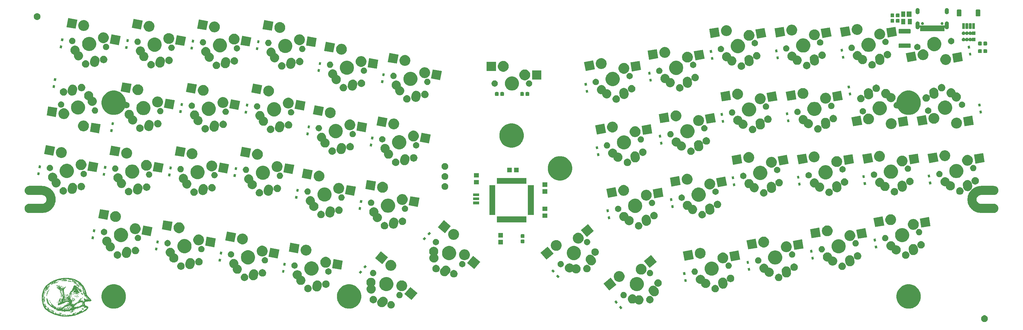
<source format=gbr>
G04 #@! TF.GenerationSoftware,KiCad,Pcbnew,(6.0.0-rc1-dev-1469-g932b9a334)*
G04 #@! TF.CreationDate,2019-10-20T15:35:16-07:00
G04 #@! TF.ProjectId,Laptreus-v2,4c617074-7265-4757-932d-76322e6b6963,rev?*
G04 #@! TF.SameCoordinates,Original*
G04 #@! TF.FileFunction,Soldermask,Top*
G04 #@! TF.FilePolarity,Negative*
%FSLAX46Y46*%
G04 Gerber Fmt 4.6, Leading zero omitted, Abs format (unit mm)*
G04 Created by KiCad (PCBNEW (6.0.0-rc1-dev-1469-g932b9a334)) date Sunday, October 20, 2019 at 03:35:16 PM*
%MOMM*%
%LPD*%
G04 APERTURE LIST*
%ADD10C,0.010000*%
%ADD11C,0.100000*%
G04 APERTURE END LIST*
D10*
G04 #@! TO.C,Ref\002A\002A*
G36*
X100760247Y-151355376D02*
G01*
X100134546Y-151421245D01*
X99580983Y-151504037D01*
X99088320Y-151605962D01*
X98645316Y-151729229D01*
X98369313Y-151825379D01*
X97932037Y-151996812D01*
X97557357Y-152158453D01*
X97225805Y-152321345D01*
X96917914Y-152496533D01*
X96614217Y-152695062D01*
X96295246Y-152927976D01*
X95956463Y-153194281D01*
X95666333Y-153434191D01*
X95435330Y-153641029D01*
X95251561Y-153827822D01*
X95103137Y-154007596D01*
X94978166Y-154193379D01*
X94874047Y-154380103D01*
X94776816Y-154591192D01*
X94669865Y-154861247D01*
X94561184Y-155166439D01*
X94458762Y-155482939D01*
X94370590Y-155786920D01*
X94304659Y-156054552D01*
X94292042Y-156115769D01*
X94248887Y-156379724D01*
X94214794Y-156672879D01*
X94191334Y-156971353D01*
X94180075Y-157251260D01*
X94182587Y-157488718D01*
X94193383Y-157616907D01*
X94216808Y-157789542D01*
X94245778Y-158001678D01*
X94274231Y-158208951D01*
X94275664Y-158219351D01*
X94353507Y-158646946D01*
X94466583Y-159076279D01*
X94608163Y-159489563D01*
X94771517Y-159869014D01*
X94949915Y-160196845D01*
X95109483Y-160423011D01*
X95244690Y-160559459D01*
X95445731Y-160723061D01*
X95701197Y-160906306D01*
X95999680Y-161101679D01*
X96329769Y-161301669D01*
X96680056Y-161498762D01*
X96986837Y-161659248D01*
X97396955Y-161858717D01*
X97763552Y-162019070D01*
X98112538Y-162149641D01*
X98469828Y-162259764D01*
X98861332Y-162358772D01*
X99040004Y-162398809D01*
X99269696Y-162449439D01*
X99499889Y-162501360D01*
X99701014Y-162547841D01*
X99823170Y-162577092D01*
X99993013Y-162606341D01*
X100230941Y-162629684D01*
X100520566Y-162646914D01*
X100845496Y-162657821D01*
X101189344Y-162662199D01*
X101535719Y-162659838D01*
X101868233Y-162650531D01*
X102170496Y-162634068D01*
X102426118Y-162610243D01*
X102426670Y-162610176D01*
X102778767Y-162566755D01*
X103079257Y-162527100D01*
X103340423Y-162487620D01*
X103574544Y-162444722D01*
X103793902Y-162394816D01*
X104010776Y-162334308D01*
X104237447Y-162259607D01*
X104486196Y-162167122D01*
X104533072Y-162148269D01*
X103844837Y-162148269D01*
X103823670Y-162169436D01*
X103802504Y-162148269D01*
X103823670Y-162127103D01*
X103844837Y-162148269D01*
X104533072Y-162148269D01*
X104769303Y-162053261D01*
X105099049Y-161914432D01*
X105487714Y-161747043D01*
X105715377Y-161648304D01*
X106076021Y-161491197D01*
X106368862Y-161361690D01*
X106604037Y-161254314D01*
X106791683Y-161163598D01*
X106941938Y-161084071D01*
X107064938Y-161010262D01*
X107170822Y-160936702D01*
X107269726Y-160857920D01*
X107371787Y-160768444D01*
X107409767Y-160733920D01*
X107602566Y-160528679D01*
X107734880Y-160325165D01*
X107803728Y-160132884D01*
X107806130Y-159961339D01*
X107739103Y-159820032D01*
X107706926Y-159786671D01*
X107633637Y-159736676D01*
X107510682Y-159667824D01*
X107360581Y-159591049D01*
X107307907Y-159565936D01*
X106600860Y-159565936D01*
X106526411Y-159474214D01*
X106286059Y-159474214D01*
X106280248Y-159499381D01*
X106257837Y-159502436D01*
X106222992Y-159486947D01*
X106229615Y-159474214D01*
X106279855Y-159469147D01*
X106286059Y-159474214D01*
X106526411Y-159474214D01*
X106514957Y-159460103D01*
X106454992Y-159377580D01*
X106428193Y-159323656D01*
X106428112Y-159322519D01*
X106390324Y-159299047D01*
X106299596Y-159284571D01*
X106289587Y-159283994D01*
X106152004Y-159277219D01*
X106289587Y-159260145D01*
X106383252Y-159237849D01*
X106426782Y-159206454D01*
X106427170Y-159203420D01*
X106392538Y-159168092D01*
X106297616Y-159174193D01*
X106194546Y-159206023D01*
X106119563Y-159256550D01*
X106121639Y-159306105D01*
X106197115Y-159332508D01*
X106215504Y-159333103D01*
X106297954Y-159356742D01*
X106325783Y-159382630D01*
X106327947Y-159413821D01*
X106279367Y-159402600D01*
X106182337Y-159409830D01*
X106103089Y-159466285D01*
X106030039Y-159517130D01*
X106001607Y-159507746D01*
X106032449Y-159450246D01*
X106054637Y-159426236D01*
X106078221Y-159383724D01*
X106062942Y-159375436D01*
X106010802Y-159403594D01*
X105926117Y-159475177D01*
X105876837Y-159523603D01*
X105775978Y-159611297D01*
X105684254Y-159664450D01*
X105651997Y-159671769D01*
X105599182Y-159666315D01*
X105598287Y-159634887D01*
X105642518Y-159562263D01*
X105693372Y-159469727D01*
X105692092Y-159435858D01*
X105647519Y-159460582D01*
X105568494Y-159543825D01*
X105552889Y-159563014D01*
X105464944Y-159662492D01*
X105406447Y-159708355D01*
X105385843Y-159697184D01*
X105411577Y-159625559D01*
X105414991Y-159618853D01*
X105429544Y-159576581D01*
X105397799Y-159590550D01*
X105314194Y-159663441D01*
X105305237Y-159671769D01*
X105197351Y-159759886D01*
X105137388Y-159778307D01*
X105126621Y-159765683D01*
X105086056Y-159755641D01*
X104996263Y-159813914D01*
X104937926Y-159864079D01*
X104833651Y-159945697D01*
X104747214Y-159991461D01*
X104712161Y-159994932D01*
X104642324Y-160005759D01*
X104599349Y-160040979D01*
X104474746Y-160149372D01*
X104318201Y-160229924D01*
X104169213Y-160262606D01*
X104162337Y-160262621D01*
X104035337Y-160261122D01*
X104177781Y-160199279D01*
X104286997Y-160157936D01*
X104367633Y-160137812D01*
X104374479Y-160137436D01*
X104428674Y-160108037D01*
X104511098Y-160036088D01*
X104598115Y-159945960D01*
X104666090Y-159862026D01*
X104691504Y-159810543D01*
X104664902Y-159819134D01*
X104598033Y-159873438D01*
X104565067Y-159904063D01*
X104403692Y-160022415D01*
X104220699Y-160100010D01*
X104037507Y-160132891D01*
X103875533Y-160117102D01*
X103760170Y-160052769D01*
X103686940Y-159926069D01*
X103685723Y-159912694D01*
X103209837Y-159912694D01*
X103181955Y-160088452D01*
X103102667Y-160205119D01*
X102978509Y-160255532D01*
X102898959Y-160253271D01*
X102722021Y-160253944D01*
X102588147Y-160308274D01*
X102511877Y-160409468D01*
X102504210Y-160437656D01*
X102476176Y-160507915D01*
X102416894Y-160558432D01*
X102314969Y-160591943D01*
X102159006Y-160611187D01*
X101937609Y-160618900D01*
X101749337Y-160618999D01*
X101562803Y-160618532D01*
X101452284Y-160621514D01*
X101409151Y-160629341D01*
X101424778Y-160643409D01*
X101481289Y-160662361D01*
X101591497Y-160701900D01*
X101664747Y-160739864D01*
X101671789Y-160745945D01*
X101668465Y-160765956D01*
X101622337Y-160758758D01*
X101538213Y-160736277D01*
X101402793Y-160701644D01*
X101262504Y-160666603D01*
X101109584Y-160628329D01*
X100982190Y-160595545D01*
X100913254Y-160576853D01*
X100851812Y-160575830D01*
X100839170Y-160593547D01*
X100876450Y-160624477D01*
X100973957Y-160667884D01*
X101103754Y-160712190D01*
X101226328Y-160753828D01*
X101297240Y-160787142D01*
X101301822Y-160805171D01*
X101300349Y-160805489D01*
X101228518Y-160797802D01*
X101104730Y-160765093D01*
X100955400Y-160714378D01*
X100951099Y-160712763D01*
X100793082Y-160658986D01*
X100699990Y-160638820D01*
X100675725Y-160650388D01*
X100724187Y-160691817D01*
X100849279Y-160761231D01*
X100849754Y-160761469D01*
X100957012Y-160817288D01*
X100998277Y-160845295D01*
X100969838Y-160845818D01*
X100867984Y-160819186D01*
X100714359Y-160773452D01*
X100554306Y-160730326D01*
X100449706Y-160713587D01*
X100408181Y-160723216D01*
X100437356Y-160759193D01*
X100459396Y-160774089D01*
X100500943Y-160807704D01*
X100480288Y-160811862D01*
X100453130Y-160802777D01*
X100199878Y-160802777D01*
X100157459Y-160793894D01*
X100149428Y-160790881D01*
X100097589Y-160757345D01*
X100097217Y-160738278D01*
X100142000Y-160743027D01*
X100173126Y-160767183D01*
X100199878Y-160802777D01*
X100453130Y-160802777D01*
X100413451Y-160789504D01*
X100329068Y-160750182D01*
X100243294Y-160688677D01*
X100204380Y-160626909D01*
X100204170Y-160623182D01*
X100180966Y-160567547D01*
X100161837Y-160560769D01*
X100120726Y-160529321D01*
X100119504Y-160519484D01*
X100153178Y-160499571D01*
X100228093Y-160519484D01*
X100324091Y-160553219D01*
X100364918Y-160555390D01*
X100373503Y-160527119D01*
X100373504Y-160526608D01*
X100338664Y-160488203D01*
X100257087Y-160445359D01*
X100194811Y-160417770D01*
X100197388Y-160407485D01*
X100272691Y-160411492D01*
X100331170Y-160417035D01*
X100438342Y-160425038D01*
X100469345Y-160418704D01*
X100431750Y-160396188D01*
X100426420Y-160393815D01*
X100353530Y-160348930D01*
X100331170Y-160316207D01*
X100368451Y-160265532D01*
X100470967Y-160191540D01*
X100624727Y-160100777D01*
X100815741Y-159999789D01*
X101030017Y-159895121D01*
X101253567Y-159793320D01*
X101472398Y-159700930D01*
X101672521Y-159624499D01*
X101839945Y-159570572D01*
X101960680Y-159545694D01*
X101979972Y-159544769D01*
X102072482Y-159556411D01*
X102134759Y-159601220D01*
X102175368Y-159694025D01*
X102202877Y-159849653D01*
X102213788Y-159949443D01*
X102223380Y-160144535D01*
X102202876Y-160267729D01*
X102147320Y-160327973D01*
X102051756Y-160334219D01*
X102005909Y-160324798D01*
X101891386Y-160254609D01*
X101810128Y-160118368D01*
X101769932Y-159930770D01*
X101767162Y-159874955D01*
X101763758Y-159766008D01*
X101755213Y-159733900D01*
X101735767Y-159770804D01*
X101720543Y-159811624D01*
X101692998Y-159969882D01*
X101717564Y-160121516D01*
X101782386Y-160255350D01*
X101875606Y-160360211D01*
X101985368Y-160424926D01*
X102099814Y-160438319D01*
X102207088Y-160389217D01*
X102263968Y-160323757D01*
X102303512Y-160248906D01*
X102315510Y-160168716D01*
X102301880Y-160052683D01*
X102286111Y-159971959D01*
X102258219Y-159817736D01*
X102240092Y-159680692D01*
X102236170Y-159618408D01*
X102210933Y-159519615D01*
X102163865Y-159466179D01*
X102121457Y-159434222D01*
X102118220Y-159389594D01*
X102155581Y-159305875D01*
X102174448Y-159270070D01*
X102240576Y-159153942D01*
X102289592Y-159099631D01*
X102340271Y-159092267D01*
X102382425Y-159105393D01*
X102424692Y-159131238D01*
X102400159Y-159166755D01*
X102365078Y-159192598D01*
X102294816Y-159282186D01*
X102283908Y-159389082D01*
X102332458Y-159480414D01*
X102364116Y-159502942D01*
X102461731Y-159526224D01*
X102616006Y-159530191D01*
X102713366Y-159523783D01*
X102977004Y-159498806D01*
X102819561Y-159585628D01*
X102671195Y-159697521D01*
X102594418Y-159822216D01*
X102590908Y-159946984D01*
X102662338Y-160059097D01*
X102749343Y-160118944D01*
X102906466Y-160168615D01*
X103030889Y-160146990D01*
X103115414Y-160063511D01*
X103152839Y-159927618D01*
X103146320Y-159858516D01*
X103075313Y-159858516D01*
X103061747Y-159992681D01*
X102994327Y-160071987D01*
X102889675Y-160088487D01*
X102764416Y-160034238D01*
X102742478Y-160017578D01*
X102673821Y-159918321D01*
X102675212Y-159810369D01*
X102740533Y-159721629D01*
X102814867Y-159687347D01*
X102949765Y-159685493D01*
X103040278Y-159753393D01*
X103075313Y-159858516D01*
X103146320Y-159858516D01*
X103135964Y-159748752D01*
X103106535Y-159650603D01*
X103087426Y-159592235D01*
X103103662Y-159600947D01*
X103142881Y-159648110D01*
X103187166Y-159746167D01*
X103209114Y-159883863D01*
X103209837Y-159912694D01*
X103685723Y-159912694D01*
X103673158Y-159774675D01*
X103717097Y-159631051D01*
X103787046Y-159547842D01*
X103886862Y-159486542D01*
X103973272Y-159460125D01*
X103975048Y-159460103D01*
X104052817Y-159440581D01*
X104076121Y-159420277D01*
X104057847Y-159399031D01*
X103973469Y-159401418D01*
X103951619Y-159404649D01*
X103845551Y-159410651D01*
X103802727Y-159387111D01*
X103802504Y-159384223D01*
X103837715Y-159297744D01*
X103932512Y-159186240D01*
X104070637Y-159062320D01*
X104235834Y-158938595D01*
X104411845Y-158827675D01*
X104582416Y-158742171D01*
X104672910Y-158709053D01*
X105049450Y-158598832D01*
X105353102Y-158517409D01*
X105590165Y-158463622D01*
X105766937Y-158436308D01*
X105889720Y-158434305D01*
X105964811Y-158456450D01*
X105979335Y-158467981D01*
X106063277Y-158511311D01*
X106175330Y-158528769D01*
X106263049Y-158535064D01*
X106279980Y-158559971D01*
X106261883Y-158587394D01*
X106241127Y-158635998D01*
X106292524Y-158665683D01*
X106309616Y-158670279D01*
X106398411Y-158732734D01*
X106477559Y-158862902D01*
X106539858Y-159043867D01*
X106578106Y-159258712D01*
X106582800Y-159311936D01*
X106600860Y-159565936D01*
X107307907Y-159565936D01*
X107205856Y-159517283D01*
X107069029Y-159457457D01*
X106972622Y-159422504D01*
X106946948Y-159417769D01*
X106906829Y-159380726D01*
X106892837Y-159298989D01*
X106879318Y-159196115D01*
X106844199Y-159049066D01*
X106804145Y-158917579D01*
X106715454Y-158654948D01*
X106853435Y-158496609D01*
X106967257Y-158377205D01*
X107066203Y-158311484D01*
X107183033Y-158283137D01*
X107295004Y-158276748D01*
X107424335Y-158263540D01*
X107596087Y-158232930D01*
X107760670Y-158194641D01*
X108027775Y-158143444D01*
X108269683Y-158133169D01*
X108289837Y-158134494D01*
X108454359Y-158137322D01*
X108575075Y-158110407D01*
X108660254Y-158066081D01*
X108749450Y-157995629D01*
X108795932Y-157930729D01*
X108797837Y-157919563D01*
X108792214Y-157903284D01*
X108543837Y-157903284D01*
X108521979Y-157904632D01*
X108468171Y-157850907D01*
X108456098Y-157835978D01*
X108383526Y-157759609D01*
X108325653Y-157724664D01*
X108322537Y-157724436D01*
X108311642Y-157749787D01*
X108346776Y-157801853D01*
X108400924Y-157875419D01*
X108416837Y-157916670D01*
X108409984Y-157914936D01*
X107908837Y-157914936D01*
X107887670Y-157936103D01*
X107875678Y-157924110D01*
X107735212Y-157924110D01*
X107692793Y-157915228D01*
X107684761Y-157912214D01*
X107635405Y-157880284D01*
X107570170Y-157880284D01*
X107558689Y-157923136D01*
X107511600Y-157897827D01*
X107507137Y-157894156D01*
X107477404Y-157851436D01*
X107358504Y-157851436D01*
X107343015Y-157886281D01*
X107330282Y-157879658D01*
X107325215Y-157829418D01*
X107330282Y-157823214D01*
X107355449Y-157829025D01*
X107358504Y-157851436D01*
X107477404Y-157851436D01*
X107465427Y-157834228D01*
X107467728Y-157803615D01*
X107512179Y-157782549D01*
X107555426Y-157820561D01*
X107570170Y-157880284D01*
X107635405Y-157880284D01*
X107632922Y-157878678D01*
X107632550Y-157859612D01*
X107677333Y-157864360D01*
X107708459Y-157888516D01*
X107735212Y-157924110D01*
X107875678Y-157924110D01*
X107866504Y-157914936D01*
X107887670Y-157893769D01*
X107908837Y-157914936D01*
X108409984Y-157914936D01*
X108392952Y-157910627D01*
X108345407Y-157865547D01*
X108233393Y-157865547D01*
X108227582Y-157890714D01*
X108205170Y-157893769D01*
X108170325Y-157878280D01*
X108176948Y-157865547D01*
X108227188Y-157860480D01*
X108233393Y-157865547D01*
X108345407Y-157865547D01*
X108332252Y-157853075D01*
X108291558Y-157807503D01*
X108218430Y-157733476D01*
X108172421Y-157708996D01*
X108164558Y-157720414D01*
X108149285Y-157751433D01*
X108097689Y-157720414D01*
X108078170Y-157703269D01*
X108013133Y-157658705D01*
X107993504Y-157680725D01*
X107979796Y-157711620D01*
X107927494Y-157680287D01*
X107923120Y-157676703D01*
X107872131Y-157640611D01*
X107868334Y-157664348D01*
X107873847Y-157682103D01*
X107928585Y-157736148D01*
X107972514Y-157745782D01*
X108046620Y-157770847D01*
X108067647Y-157798699D01*
X108071116Y-157837529D01*
X108036302Y-157846723D01*
X107948783Y-157825555D01*
X107832878Y-157786882D01*
X107688937Y-157745985D01*
X107687176Y-157745603D01*
X107358504Y-157745603D01*
X107337337Y-157766769D01*
X107316170Y-157745603D01*
X107337337Y-157724436D01*
X107358504Y-157745603D01*
X107687176Y-157745603D01*
X107507513Y-157706643D01*
X107377235Y-157684778D01*
X107179365Y-157643822D01*
X107027656Y-157577283D01*
X106934610Y-157512325D01*
X106839775Y-157442418D01*
X106778547Y-157407273D01*
X106765837Y-157408562D01*
X106739110Y-157410105D01*
X106694411Y-157380369D01*
X106652151Y-157347152D01*
X106638139Y-157348396D01*
X106653223Y-157398538D01*
X106698249Y-157512015D01*
X106702805Y-157523352D01*
X106707986Y-157585382D01*
X106685132Y-157597436D01*
X106666376Y-157631587D01*
X106696389Y-157732626D01*
X106706271Y-157756186D01*
X106748016Y-157878661D01*
X106775365Y-158008234D01*
X106786842Y-158124655D01*
X106780972Y-158207674D01*
X106756283Y-158237041D01*
X106740705Y-158229145D01*
X106705249Y-158213151D01*
X106708830Y-158265087D01*
X106712087Y-158278017D01*
X106716923Y-158347343D01*
X106687800Y-158356772D01*
X106639581Y-158315578D01*
X106587127Y-158233039D01*
X106567127Y-158187547D01*
X106510751Y-158041936D01*
X106530415Y-158174580D01*
X106554371Y-158310485D01*
X106577880Y-158417997D01*
X106584795Y-158504769D01*
X106558760Y-158528769D01*
X106521897Y-158492905D01*
X106511189Y-158433519D01*
X106504022Y-158372459D01*
X106478830Y-158388847D01*
X106471797Y-158399508D01*
X106435397Y-158431013D01*
X106386988Y-158402176D01*
X106346854Y-158357175D01*
X106284964Y-158261049D01*
X106259246Y-158179519D01*
X106240354Y-158116624D01*
X106220441Y-158105436D01*
X106179568Y-158070416D01*
X106150521Y-158010186D01*
X106127901Y-157956677D01*
X106112637Y-157971380D01*
X106096594Y-158062259D01*
X106096471Y-158063103D01*
X106074945Y-158211269D01*
X106044400Y-158084269D01*
X106013854Y-157957269D01*
X106004626Y-158084269D01*
X105996803Y-158169115D01*
X105985408Y-158174122D01*
X105961504Y-158105436D01*
X105936521Y-158032938D01*
X105926856Y-158039022D01*
X105923390Y-158097351D01*
X105904408Y-158164776D01*
X105872104Y-158166011D01*
X105812926Y-158170005D01*
X105788086Y-158195262D01*
X105759798Y-158217967D01*
X105747129Y-158163090D01*
X105746266Y-158147769D01*
X105741398Y-158041936D01*
X105707504Y-158147769D01*
X105683453Y-158216759D01*
X105672689Y-158210323D01*
X105666415Y-158126603D01*
X105658459Y-158045231D01*
X105642481Y-158040521D01*
X105618993Y-158084269D01*
X105592631Y-158134184D01*
X105592944Y-158109069D01*
X105602926Y-158063103D01*
X105625092Y-157965982D01*
X105636735Y-157914936D01*
X105666963Y-157841041D01*
X105677003Y-157823634D01*
X105675990Y-157791074D01*
X105622236Y-157796994D01*
X105543158Y-157829711D01*
X105516336Y-157852516D01*
X105465306Y-157868610D01*
X105363994Y-157867352D01*
X105331984Y-157863735D01*
X105204804Y-157860710D01*
X105138063Y-157890487D01*
X105137325Y-157891631D01*
X105138996Y-157920960D01*
X105205661Y-157921488D01*
X105264956Y-157911776D01*
X105367984Y-157899119D01*
X105399440Y-157915112D01*
X105393625Y-157930243D01*
X105394466Y-157973185D01*
X105413856Y-157978436D01*
X105445142Y-157995207D01*
X105411123Y-158039434D01*
X105322848Y-158101984D01*
X105191367Y-158173726D01*
X105158515Y-158189473D01*
X105041247Y-158253755D01*
X104963879Y-158314103D01*
X104945504Y-158345506D01*
X104910197Y-158391147D01*
X104860837Y-158401769D01*
X104791314Y-158423949D01*
X104774475Y-158454686D01*
X104737645Y-158494181D01*
X104640097Y-158556839D01*
X104498890Y-158632369D01*
X104406057Y-158676936D01*
X104188307Y-158790414D01*
X103986389Y-158919285D01*
X103812461Y-159053188D01*
X103678678Y-159181768D01*
X103597195Y-159294666D01*
X103579982Y-159380830D01*
X103588569Y-159430029D01*
X103568053Y-159438123D01*
X103503053Y-159402492D01*
X103480862Y-159388027D01*
X102699750Y-159388027D01*
X102653910Y-159429985D01*
X102648920Y-159432066D01*
X102517282Y-159455865D01*
X102402023Y-159427485D01*
X102361681Y-159394808D01*
X102327480Y-159319798D01*
X102362240Y-159274953D01*
X102453496Y-159267255D01*
X102549773Y-159289483D01*
X102664191Y-159339975D01*
X102699750Y-159388027D01*
X103480862Y-159388027D01*
X103430842Y-159355424D01*
X103324357Y-159275955D01*
X103250775Y-159204439D01*
X103234748Y-159179427D01*
X103179131Y-159131856D01*
X103142661Y-159130033D01*
X103079334Y-159102527D01*
X103006561Y-159013710D01*
X102934856Y-158884551D01*
X102874736Y-158736021D01*
X102836717Y-158589087D01*
X102828837Y-158504243D01*
X102834725Y-158422936D01*
X102417444Y-158422936D01*
X102308698Y-158323179D01*
X102232865Y-158226087D01*
X102225988Y-158153846D01*
X102237148Y-158108015D01*
X102203598Y-158124121D01*
X102180597Y-158142369D01*
X102126146Y-158176418D01*
X102109833Y-158141507D01*
X102109170Y-158113118D01*
X102124721Y-158031851D01*
X102145350Y-158003406D01*
X102199833Y-158013396D01*
X102270116Y-158078379D01*
X102337676Y-158175948D01*
X102383993Y-158283698D01*
X102387169Y-158295936D01*
X102417444Y-158422936D01*
X102834725Y-158422936D01*
X102838894Y-158365379D01*
X102874076Y-158303939D01*
X102941901Y-158314534D01*
X103019774Y-158367342D01*
X103093472Y-158418441D01*
X103113895Y-158416129D01*
X103086454Y-158368025D01*
X103016561Y-158281747D01*
X102948826Y-158207741D01*
X102783162Y-158207741D01*
X102775378Y-158262648D01*
X102760927Y-158263304D01*
X102750822Y-158206645D01*
X102757585Y-158182165D01*
X102776383Y-158166130D01*
X102783162Y-158207741D01*
X102948826Y-158207741D01*
X102909625Y-158164912D01*
X102789576Y-158043261D01*
X102671621Y-157918127D01*
X102622696Y-157856644D01*
X102320503Y-157856644D01*
X102294222Y-157893061D01*
X102286595Y-157893769D01*
X102227917Y-157870937D01*
X102181551Y-157840853D01*
X102135231Y-157773545D01*
X102149067Y-157727158D01*
X102191428Y-157688458D01*
X102249389Y-157717880D01*
X102254111Y-157721758D01*
X102305067Y-157788606D01*
X102320503Y-157856644D01*
X102622696Y-157856644D01*
X102582174Y-157805723D01*
X102535842Y-157725066D01*
X102532504Y-157708617D01*
X102537309Y-157653429D01*
X102566067Y-157659164D01*
X102616172Y-157702366D01*
X102670533Y-157770288D01*
X102677174Y-157814760D01*
X102689399Y-157846794D01*
X102716742Y-157851436D01*
X102782328Y-157881635D01*
X102866379Y-157956426D01*
X102885841Y-157978436D01*
X102975835Y-158067900D01*
X103045594Y-158105265D01*
X103081000Y-158084136D01*
X103082837Y-158067681D01*
X103056422Y-158019179D01*
X102987238Y-157928649D01*
X102892337Y-157818044D01*
X102795705Y-157704466D01*
X102747347Y-157639413D01*
X102103470Y-157639413D01*
X102091846Y-157708522D01*
X102057086Y-157755380D01*
X102014649Y-157731515D01*
X101987505Y-157673722D01*
X102015332Y-157632008D01*
X102074460Y-157602596D01*
X102103470Y-157639413D01*
X102747347Y-157639413D01*
X102727152Y-157612247D01*
X102701837Y-157562319D01*
X102680498Y-157533651D01*
X102320837Y-157533651D01*
X102305811Y-157581693D01*
X102273478Y-157569879D01*
X102253724Y-157534219D01*
X101972953Y-157534219D01*
X101962356Y-157593174D01*
X101916933Y-157670072D01*
X101862042Y-157671596D01*
X101834545Y-157640644D01*
X101832561Y-157575001D01*
X101857135Y-157509099D01*
X101910067Y-157454322D01*
X101955155Y-157467874D01*
X101972953Y-157534219D01*
X102253724Y-157534219D01*
X102242957Y-157514785D01*
X102232828Y-157457354D01*
X102222881Y-157405600D01*
X102208134Y-157417519D01*
X102164063Y-157468155D01*
X102122405Y-157446643D01*
X102109170Y-157385769D01*
X102134976Y-157317139D01*
X102171181Y-157301103D01*
X102240641Y-157337829D01*
X102297483Y-157426385D01*
X102320837Y-157533651D01*
X102680498Y-157533651D01*
X102666906Y-157515392D01*
X102619786Y-157492433D01*
X102538706Y-157423549D01*
X102482710Y-157281268D01*
X102482527Y-157279936D01*
X102066837Y-157279936D01*
X102048300Y-157363783D01*
X102004880Y-157385083D01*
X101963365Y-157347256D01*
X101955993Y-157279332D01*
X101984325Y-157206390D01*
X102029033Y-157174103D01*
X102057460Y-157210357D01*
X102066837Y-157279936D01*
X102482527Y-157279936D01*
X102454192Y-157073763D01*
X102451334Y-156917405D01*
X102446680Y-156753192D01*
X102429647Y-156606167D01*
X102409681Y-156525763D01*
X102375785Y-156399301D01*
X102364040Y-156269940D01*
X102376088Y-156171227D01*
X102391025Y-156144359D01*
X102441928Y-156143172D01*
X102475692Y-156163653D01*
X102517694Y-156182204D01*
X102531979Y-156131544D01*
X102532504Y-156104969D01*
X102556545Y-156002248D01*
X102596004Y-155946436D01*
X102646631Y-155864342D01*
X102659504Y-155793086D01*
X102682537Y-155711861D01*
X102723004Y-155692436D01*
X102778810Y-155658444D01*
X102786504Y-155627607D01*
X102820752Y-155556971D01*
X102850004Y-155538411D01*
X102906266Y-155485110D01*
X102913504Y-155455073D01*
X102931738Y-155399939D01*
X102968993Y-155405801D01*
X102999096Y-155462059D01*
X103003081Y-155491353D01*
X103008751Y-155554872D01*
X103019911Y-155536821D01*
X103028967Y-155501936D01*
X103073340Y-155415558D01*
X103108723Y-155383416D01*
X103158408Y-155317326D01*
X103172512Y-155256416D01*
X103179738Y-155208505D01*
X103195318Y-155237320D01*
X103209837Y-155290269D01*
X103232564Y-155355786D01*
X103246301Y-155351337D01*
X103247162Y-155343186D01*
X103271496Y-155280241D01*
X103294504Y-155269103D01*
X103319468Y-155231204D01*
X103334673Y-155135052D01*
X103336837Y-155073419D01*
X103339776Y-154957416D01*
X103353704Y-154911083D01*
X103386286Y-154919491D01*
X103407477Y-154935836D01*
X103454620Y-154967171D01*
X103465670Y-154940127D01*
X103454496Y-154866936D01*
X103448368Y-154746034D01*
X103465547Y-154655269D01*
X103485493Y-154639200D01*
X103499636Y-154704219D01*
X103508314Y-154851974D01*
X103508768Y-154866936D01*
X103514408Y-155012271D01*
X103521822Y-155079951D01*
X103532889Y-155076985D01*
X103548504Y-155015103D01*
X103569379Y-154920593D01*
X103579222Y-154905373D01*
X103584331Y-154965857D01*
X103585679Y-154993936D01*
X103610507Y-155093904D01*
X103687136Y-155176326D01*
X103750002Y-155218786D01*
X103835583Y-155274136D01*
X103852373Y-155295153D01*
X103796375Y-155284253D01*
X103693143Y-155253132D01*
X103618053Y-155249953D01*
X103600374Y-155279072D01*
X103571728Y-155421659D01*
X103502053Y-155524506D01*
X103461815Y-155560893D01*
X103396245Y-155620466D01*
X103391165Y-155643951D01*
X103452568Y-155632721D01*
X103584197Y-155588945D01*
X103674971Y-155562135D01*
X103767064Y-155550427D01*
X103878512Y-155555164D01*
X104027347Y-155577685D01*
X104231604Y-155619334D01*
X104352837Y-155646112D01*
X104464956Y-155665616D01*
X104590110Y-155679338D01*
X104708250Y-155686513D01*
X104799327Y-155686374D01*
X104843291Y-155678153D01*
X104828823Y-155664311D01*
X104793642Y-155626311D01*
X104822356Y-155585933D01*
X104897888Y-155565537D01*
X104904340Y-155565436D01*
X104962582Y-155585478D01*
X104958923Y-155633861D01*
X104949744Y-155677958D01*
X104986949Y-155672693D01*
X105034335Y-155649410D01*
X105157077Y-155579646D01*
X105193614Y-155544269D01*
X104606837Y-155544269D01*
X104585670Y-155565436D01*
X104564504Y-155544269D01*
X104585670Y-155523103D01*
X104606837Y-155544269D01*
X105193614Y-155544269D01*
X105207876Y-155530461D01*
X105193376Y-155490935D01*
X105147713Y-155463056D01*
X105103299Y-155436096D01*
X105062998Y-155396103D01*
X104546316Y-155396103D01*
X104546028Y-155427215D01*
X104522170Y-155480769D01*
X104478452Y-155547298D01*
X104455692Y-155565436D01*
X104455979Y-155534323D01*
X104479837Y-155480769D01*
X104523555Y-155414240D01*
X104546316Y-155396103D01*
X105062998Y-155396103D01*
X105061752Y-155394867D01*
X105015911Y-155327066D01*
X104958618Y-155220388D01*
X104888253Y-155074055D01*
X104307318Y-155074055D01*
X104290566Y-155142797D01*
X104266986Y-155208718D01*
X104229437Y-155282673D01*
X104200204Y-155299913D01*
X104200173Y-155299883D01*
X104202070Y-155250859D01*
X104238272Y-155163411D01*
X104241996Y-155156428D01*
X104290571Y-155077433D01*
X104307318Y-155074055D01*
X104888253Y-155074055D01*
X104882711Y-155062530D01*
X104841478Y-154972769D01*
X104352837Y-154972769D01*
X104337348Y-155007614D01*
X104324615Y-155000991D01*
X104319548Y-154950752D01*
X104324615Y-154944547D01*
X104349782Y-154950358D01*
X104352837Y-154972769D01*
X104841478Y-154972769D01*
X104783138Y-154845769D01*
X104395170Y-154845769D01*
X104379681Y-154880614D01*
X104366948Y-154873991D01*
X104361882Y-154823752D01*
X104366948Y-154817547D01*
X104392115Y-154823358D01*
X104395170Y-154845769D01*
X104783138Y-154845769D01*
X104781033Y-154841187D01*
X104763881Y-154803436D01*
X104741621Y-154758855D01*
X104167831Y-154758855D01*
X104159173Y-155003395D01*
X104153468Y-155157220D01*
X104146573Y-155240762D01*
X104133246Y-155268310D01*
X104108245Y-155254149D01*
X104078140Y-155224215D01*
X104043929Y-155177021D01*
X104041035Y-155116440D01*
X104062806Y-155042781D01*
X104013332Y-155042781D01*
X104005245Y-155090390D01*
X103964580Y-155092126D01*
X103925391Y-155080445D01*
X103804138Y-155054278D01*
X103728420Y-155048171D01*
X103670374Y-155039426D01*
X103643207Y-154997998D01*
X103636695Y-154901846D01*
X103637390Y-154851874D01*
X103642135Y-154741937D01*
X103652032Y-154708984D01*
X103670298Y-154745357D01*
X103675504Y-154761103D01*
X103700373Y-154832351D01*
X103710236Y-154825364D01*
X103713617Y-154771686D01*
X103739860Y-154705221D01*
X103790663Y-154675065D01*
X103834938Y-154691198D01*
X103845485Y-154729353D01*
X103856533Y-154756780D01*
X103882527Y-154724833D01*
X103920504Y-154693398D01*
X103953347Y-154733690D01*
X103984013Y-154850976D01*
X103997928Y-154930520D01*
X104013332Y-155042781D01*
X104062806Y-155042781D01*
X104070808Y-155015712D01*
X104091470Y-154960020D01*
X104167831Y-154758855D01*
X104741621Y-154758855D01*
X104672200Y-154619823D01*
X104567070Y-154436477D01*
X104470345Y-154291360D01*
X104465124Y-154284486D01*
X104383067Y-154174588D01*
X104327000Y-154093782D01*
X104310504Y-154063565D01*
X104334812Y-154049702D01*
X104401530Y-154092560D01*
X104501347Y-154181825D01*
X104624952Y-154307185D01*
X104763037Y-154458326D01*
X104906289Y-154624935D01*
X105045399Y-154796700D01*
X105171056Y-154963306D01*
X105273950Y-155114442D01*
X105304569Y-155164687D01*
X105397930Y-155313686D01*
X105469953Y-155399153D01*
X105533765Y-155434892D01*
X105564917Y-155438436D01*
X105639239Y-155420755D01*
X105661205Y-155361508D01*
X105631105Y-155251389D01*
X105574545Y-155129833D01*
X105395306Y-154823030D01*
X105171195Y-154525960D01*
X104887911Y-154220355D01*
X104781375Y-154116773D01*
X104560420Y-153909325D01*
X104387719Y-153754780D01*
X104252726Y-153645127D01*
X104144896Y-153572351D01*
X104053682Y-153528439D01*
X103979526Y-153507457D01*
X103880962Y-153500637D01*
X103800993Y-153537891D01*
X103725092Y-153610336D01*
X103644244Y-153724852D01*
X103566244Y-153880195D01*
X103526783Y-153985594D01*
X103461612Y-154154391D01*
X103378951Y-154318879D01*
X103329252Y-154397291D01*
X103242288Y-154543741D01*
X103166430Y-154714795D01*
X103146057Y-154775251D01*
X103065492Y-154994750D01*
X102979005Y-155131149D01*
X102887038Y-155183780D01*
X102875219Y-155184436D01*
X102790697Y-155223891D01*
X102682474Y-155339643D01*
X102553936Y-155527772D01*
X102499121Y-155619757D01*
X102395730Y-155859809D01*
X102322047Y-156162101D01*
X102281662Y-156508335D01*
X102275069Y-156761353D01*
X102272670Y-156966441D01*
X102261510Y-157105384D01*
X102242354Y-157170264D01*
X102235085Y-157174103D01*
X102207679Y-157156210D01*
X101931873Y-157156210D01*
X101919488Y-157213860D01*
X101876640Y-157273633D01*
X101830837Y-157261354D01*
X101812837Y-157195269D01*
X101837668Y-157130385D01*
X101889364Y-157094316D01*
X101925352Y-157103173D01*
X101931873Y-157156210D01*
X102207679Y-157156210D01*
X102183275Y-157140277D01*
X102166906Y-157110846D01*
X102127469Y-157067581D01*
X102105610Y-157070470D01*
X102031309Y-157074228D01*
X101954672Y-157021314D01*
X101902206Y-156934658D01*
X101893354Y-156886863D01*
X101885724Y-156838681D01*
X101866152Y-156860296D01*
X101830807Y-156957203D01*
X101819270Y-156993166D01*
X101771780Y-157122772D01*
X101731234Y-157180300D01*
X101691890Y-157178368D01*
X101654229Y-157108200D01*
X101662794Y-157041804D01*
X101691144Y-156941269D01*
X101608212Y-157044491D01*
X101555591Y-157132020D01*
X101544782Y-157198525D01*
X101544943Y-157198956D01*
X101537547Y-157261784D01*
X101498224Y-157372063D01*
X101450125Y-157476117D01*
X101399662Y-157585888D01*
X101382000Y-157647560D01*
X101398368Y-157649980D01*
X101454542Y-157579868D01*
X101518700Y-157467925D01*
X101537561Y-157428346D01*
X101599277Y-157314207D01*
X101649750Y-157261960D01*
X101680450Y-157277782D01*
X101685837Y-157320941D01*
X101713886Y-157363649D01*
X101749337Y-157358745D01*
X101797375Y-157363477D01*
X101812763Y-157436991D01*
X101812837Y-157446069D01*
X101794965Y-157536449D01*
X101759920Y-157578098D01*
X101718097Y-157631217D01*
X101700495Y-157710259D01*
X101703314Y-157779834D01*
X101725919Y-157770062D01*
X101730482Y-157763029D01*
X101772336Y-157726178D01*
X101820598Y-157757596D01*
X101852166Y-157814307D01*
X101826139Y-157889005D01*
X101816364Y-157905409D01*
X101778814Y-157969873D01*
X101792398Y-157968386D01*
X101841924Y-157925519D01*
X101937643Y-157860744D01*
X102013089Y-157866165D01*
X102056389Y-157900254D01*
X102081782Y-157978490D01*
X102067610Y-158019325D01*
X102035634Y-158057069D01*
X101978975Y-158070871D01*
X101875560Y-158062888D01*
X101776968Y-158047727D01*
X101632028Y-158027985D01*
X101522799Y-158030308D01*
X101412236Y-158060118D01*
X101263296Y-158122840D01*
X101262982Y-158122981D01*
X101129952Y-158179735D01*
X101030950Y-158216436D01*
X100987192Y-158225228D01*
X100987093Y-158225136D01*
X100996899Y-158182785D01*
X101036286Y-158083816D01*
X101097406Y-157947558D01*
X101114783Y-157910725D01*
X101187367Y-157749204D01*
X101246380Y-157601219D01*
X101280227Y-157496086D01*
X101282009Y-157487932D01*
X101297349Y-157405286D01*
X101290403Y-157401741D01*
X101256970Y-157470436D01*
X101131459Y-157737653D01*
X101035522Y-157938852D01*
X100962723Y-158084644D01*
X100906631Y-158185641D01*
X100860813Y-158252454D01*
X100818835Y-158295694D01*
X100774265Y-158325973D01*
X100721700Y-158353384D01*
X100577143Y-158419174D01*
X100432494Y-158473947D01*
X100310339Y-158510357D01*
X100233262Y-158521055D01*
X100220158Y-158516535D01*
X100233109Y-158474898D01*
X100285141Y-158380738D01*
X100366631Y-158250786D01*
X100413495Y-158180444D01*
X100509508Y-158029860D01*
X100583228Y-157896966D01*
X100623370Y-157802867D01*
X100627504Y-157780191D01*
X100641428Y-157696233D01*
X100677546Y-157564972D01*
X100717377Y-157445313D01*
X100786714Y-157176297D01*
X100826155Y-156855354D01*
X100835031Y-156510016D01*
X100812673Y-156167818D01*
X100758412Y-155856294D01*
X100756211Y-155847416D01*
X100710783Y-155652230D01*
X100672238Y-155461562D01*
X100647264Y-155309238D01*
X100643592Y-155277841D01*
X100628078Y-155147693D01*
X100611867Y-155049685D01*
X100605789Y-155025686D01*
X100610609Y-154977640D01*
X100624121Y-154972769D01*
X100654834Y-154935753D01*
X100684084Y-154844475D01*
X100688661Y-154822202D01*
X100696494Y-154710691D01*
X100666204Y-154604619D01*
X100598122Y-154483611D01*
X100526054Y-154380517D01*
X100467167Y-154314155D01*
X100432193Y-154292358D01*
X100431863Y-154322962D01*
X100459339Y-154382286D01*
X100491744Y-154491961D01*
X100492579Y-154559142D01*
X100477614Y-154594563D01*
X100444147Y-154577953D01*
X100383353Y-154501530D01*
X100317512Y-154404811D01*
X100219405Y-154266307D01*
X100157144Y-154196189D01*
X100135142Y-154193643D01*
X100157809Y-154257854D01*
X100229560Y-154388008D01*
X100247623Y-154417717D01*
X100326158Y-154558683D01*
X100360770Y-154648409D01*
X100353624Y-154680632D01*
X100306883Y-154649090D01*
X100222710Y-154547521D01*
X100209194Y-154528934D01*
X100117692Y-154412799D01*
X100060879Y-154361604D01*
X100044749Y-154374812D01*
X100075294Y-154451886D01*
X100123412Y-154536626D01*
X100175747Y-154628956D01*
X100180178Y-154658216D01*
X100148272Y-154638561D01*
X100075319Y-154561390D01*
X99983070Y-154440673D01*
X99893009Y-154307063D01*
X99826617Y-154191212D01*
X99812569Y-154159553D01*
X99763383Y-154093365D01*
X99669614Y-154006617D01*
X99611373Y-153961541D01*
X99466754Y-153870294D01*
X99292594Y-153780849D01*
X99103914Y-153698347D01*
X98915738Y-153627931D01*
X98743086Y-153574742D01*
X98600982Y-153543922D01*
X98504448Y-153540613D01*
X98468507Y-153569958D01*
X98468504Y-153570359D01*
X98502538Y-153613091D01*
X98529791Y-153618102D01*
X98614892Y-153634528D01*
X98754561Y-153678077D01*
X98926599Y-153740157D01*
X99108811Y-153812177D01*
X99278997Y-153885545D01*
X99414961Y-153951670D01*
X99463337Y-153979435D01*
X99632670Y-154086112D01*
X99378670Y-154060854D01*
X99239810Y-154050617D01*
X99177486Y-154056045D01*
X99184904Y-154077827D01*
X99188170Y-154080201D01*
X99280999Y-154119893D01*
X99321064Y-154125454D01*
X99401056Y-154152285D01*
X99490397Y-154213007D01*
X99552853Y-154270923D01*
X99552242Y-154287555D01*
X99505670Y-154278517D01*
X99400787Y-154254273D01*
X99294004Y-154231851D01*
X99217124Y-154217846D01*
X99209739Y-154224204D01*
X99274947Y-154257462D01*
X99315170Y-154276515D01*
X99449589Y-154334686D01*
X99609315Y-154396848D01*
X99663119Y-154416194D01*
X99777336Y-154462854D01*
X99848810Y-154505140D01*
X99861179Y-154522658D01*
X99892638Y-154567096D01*
X99971928Y-154627567D01*
X99985247Y-154635878D01*
X100095226Y-154728873D01*
X100214791Y-154868727D01*
X100320456Y-155024362D01*
X100388729Y-155164699D01*
X100391639Y-155173586D01*
X100403715Y-155240720D01*
X100368455Y-155247427D01*
X100346701Y-155239915D01*
X100305507Y-155231071D01*
X100312229Y-155262680D01*
X100366034Y-155343279D01*
X100440497Y-155501623D01*
X100474502Y-155681702D01*
X100492969Y-155824204D01*
X100522756Y-155943781D01*
X100537067Y-155977988D01*
X100577351Y-156074042D01*
X100581391Y-156130404D01*
X100552064Y-156132133D01*
X100514629Y-156094603D01*
X100465961Y-156036036D01*
X100459831Y-156043539D01*
X100477645Y-156094603D01*
X100557333Y-156338563D01*
X100608044Y-156549033D01*
X100627962Y-156713933D01*
X100615269Y-156821187D01*
X100591686Y-156852576D01*
X100563217Y-156826990D01*
X100523514Y-156738534D01*
X100482747Y-156611657D01*
X100433532Y-156460893D01*
X100373619Y-156314339D01*
X100312255Y-156190441D01*
X100258684Y-156107643D01*
X100222153Y-156084389D01*
X100219444Y-156086384D01*
X100225014Y-156131491D01*
X100257939Y-156228794D01*
X100291356Y-156310861D01*
X100337173Y-156438587D01*
X100386430Y-156609367D01*
X100433010Y-156797143D01*
X100470796Y-156975860D01*
X100493671Y-157119462D01*
X100497364Y-157188410D01*
X100479698Y-157184816D01*
X100438384Y-157120030D01*
X100411723Y-157068269D01*
X100367828Y-156983974D01*
X100347783Y-156957608D01*
X100349836Y-156972504D01*
X100365911Y-157055786D01*
X100384087Y-157186772D01*
X100393337Y-157268837D01*
X100405437Y-157395353D01*
X100404912Y-157446652D01*
X100388037Y-157431714D01*
X100353590Y-157364603D01*
X100319115Y-157298244D01*
X100303250Y-157287008D01*
X100303023Y-157340321D01*
X100315465Y-157467605D01*
X100316892Y-157481019D01*
X100323994Y-157629829D01*
X100309795Y-157710646D01*
X100278970Y-157718724D01*
X100236189Y-157649317D01*
X100212702Y-157586853D01*
X100185586Y-157510082D01*
X100172152Y-157496723D01*
X100167866Y-157554291D01*
X100168006Y-157660936D01*
X100167921Y-157849797D01*
X100163522Y-157969176D01*
X100152982Y-158034223D01*
X100134474Y-158060086D01*
X100119504Y-158063103D01*
X100095660Y-158024917D01*
X100079805Y-157926833D01*
X100076060Y-157840853D01*
X100051550Y-157629532D01*
X99990877Y-157449269D01*
X99945010Y-157366093D01*
X99926798Y-157354823D01*
X99930960Y-157385769D01*
X99944883Y-157476280D01*
X99960667Y-157623933D01*
X99975499Y-157801329D01*
X99979424Y-157857484D01*
X99989787Y-158036156D01*
X99989063Y-158154698D01*
X99972745Y-158237388D01*
X99936326Y-158308507D01*
X99881700Y-158383919D01*
X99759670Y-158544472D01*
X99737632Y-158293204D01*
X99715593Y-158041936D01*
X99673694Y-158317103D01*
X99648045Y-158465644D01*
X99622103Y-158548253D01*
X99586681Y-158583192D01*
X99536983Y-158588908D01*
X99458398Y-158611499D01*
X99442170Y-158659967D01*
X99409063Y-158756035D01*
X99331505Y-158836777D01*
X99248647Y-158867436D01*
X99212949Y-158844142D01*
X99192231Y-158765079D01*
X99183063Y-158616472D01*
X99182760Y-158602853D01*
X99177349Y-158338269D01*
X99137121Y-158634603D01*
X99110138Y-158793599D01*
X99079978Y-158912150D01*
X99051237Y-158979903D01*
X99028515Y-158986504D01*
X99016408Y-158921599D01*
X99015862Y-158907653D01*
X99010805Y-158837979D01*
X98994991Y-158847873D01*
X98976504Y-158888603D01*
X98951013Y-158981579D01*
X98938786Y-159092081D01*
X98940721Y-159189627D01*
X98957720Y-159243733D01*
X98965920Y-159246936D01*
X99022555Y-159226688D01*
X99103504Y-159184936D01*
X99209480Y-159132865D01*
X99253272Y-159131738D01*
X99232019Y-159180752D01*
X99205315Y-159213475D01*
X99178884Y-159252241D01*
X99212232Y-159241701D01*
X99308694Y-159180627D01*
X99325754Y-159169108D01*
X99451186Y-159090454D01*
X99514395Y-159066164D01*
X99514271Y-159095918D01*
X99449707Y-159179397D01*
X99431587Y-159199629D01*
X99411722Y-159230997D01*
X99451918Y-159212817D01*
X99545957Y-159148225D01*
X99573017Y-159128274D01*
X99722979Y-159021576D01*
X99817293Y-158965452D01*
X99853182Y-158960923D01*
X99827870Y-159009012D01*
X99797982Y-159045539D01*
X99770242Y-159085310D01*
X99803319Y-159070693D01*
X99886670Y-159010310D01*
X100034634Y-158901441D01*
X100119440Y-158847816D01*
X100141802Y-158849097D01*
X100102430Y-158904945D01*
X100098337Y-158909769D01*
X100056485Y-158965297D01*
X100066603Y-158975038D01*
X100133157Y-158936991D01*
X100260611Y-158849157D01*
X100305772Y-158816842D01*
X100427064Y-158737275D01*
X100503923Y-158702448D01*
X100528381Y-158714276D01*
X100495104Y-158771375D01*
X100491590Y-158789167D01*
X100542337Y-158759756D01*
X100612429Y-158707875D01*
X100736318Y-158617264D01*
X100807914Y-158577716D01*
X100823134Y-158589905D01*
X100777897Y-158654507D01*
X100751300Y-158684905D01*
X100648670Y-158798707D01*
X100759745Y-158716655D01*
X100867761Y-158635015D01*
X100991634Y-158538956D01*
X101013745Y-158521526D01*
X101129232Y-158443709D01*
X101265853Y-158371618D01*
X101408837Y-158309953D01*
X101543410Y-158263418D01*
X101654800Y-158236713D01*
X101728237Y-158234541D01*
X101748946Y-158261604D01*
X101730202Y-158293488D01*
X101712017Y-158331002D01*
X101746420Y-158352567D01*
X101847783Y-158365182D01*
X101882364Y-158367571D01*
X102015275Y-158384233D01*
X102099565Y-158425009D01*
X102171113Y-158508692D01*
X102181849Y-158524446D01*
X102249409Y-158630105D01*
X102272817Y-158695871D01*
X102256266Y-158751363D01*
X102221217Y-158802597D01*
X102174075Y-158854111D01*
X102125066Y-158850040D01*
X102063631Y-158810688D01*
X101973784Y-158769508D01*
X101863248Y-158745538D01*
X101760891Y-158741295D01*
X101695581Y-158759296D01*
X101685837Y-158777744D01*
X101722921Y-158809382D01*
X101816693Y-158846328D01*
X101871582Y-158861822D01*
X102020611Y-158921610D01*
X102093445Y-159001758D01*
X102094209Y-159095835D01*
X102027027Y-159197413D01*
X101896020Y-159300062D01*
X101705312Y-159397351D01*
X101476579Y-159477797D01*
X101345705Y-159521834D01*
X101250669Y-159564615D01*
X101219531Y-159588138D01*
X101166831Y-159613653D01*
X101053801Y-159639633D01*
X100904567Y-159660576D01*
X100899623Y-159661085D01*
X100751954Y-159677029D01*
X100681422Y-159688564D01*
X100680841Y-159698884D01*
X100743023Y-159711182D01*
X100775670Y-159716157D01*
X100945004Y-159741358D01*
X100787614Y-159812397D01*
X100646735Y-159860930D01*
X100507816Y-159886738D01*
X100491280Y-159887656D01*
X100403782Y-159892149D01*
X100395208Y-159901769D01*
X100458170Y-159922000D01*
X100564004Y-159952124D01*
X100471537Y-160002447D01*
X100373455Y-160034423D01*
X100234737Y-160055992D01*
X100175204Y-160059886D01*
X100061688Y-160064667D01*
X100028619Y-160069683D01*
X100071802Y-160077189D01*
X100130974Y-160083661D01*
X100236219Y-160104897D01*
X100264753Y-160133088D01*
X100223268Y-160160609D01*
X100118455Y-160179836D01*
X100042922Y-160183989D01*
X99934147Y-160189033D01*
X99904053Y-160199222D01*
X99946703Y-160216713D01*
X99950170Y-160217688D01*
X100019398Y-160241828D01*
X100012295Y-160262347D01*
X99978458Y-160276968D01*
X99887783Y-160295887D01*
X99757916Y-160306156D01*
X99719783Y-160306769D01*
X99560344Y-160313396D01*
X99382481Y-160329948D01*
X99331662Y-160336614D01*
X99214251Y-160355029D01*
X99173045Y-160368475D01*
X99200260Y-160382646D01*
X99251670Y-160395105D01*
X99319751Y-160412699D01*
X99319224Y-160422869D01*
X99243451Y-160429481D01*
X99188170Y-160432103D01*
X99077076Y-160439027D01*
X99044351Y-160449847D01*
X99091490Y-160469327D01*
X99209337Y-160499644D01*
X99336337Y-160530591D01*
X99230504Y-160559773D01*
X99091289Y-160563942D01*
X98891165Y-160518927D01*
X98636783Y-160426570D01*
X98446492Y-160342493D01*
X98250090Y-160235267D01*
X98116294Y-160116902D01*
X98024104Y-159962877D01*
X97959387Y-159773612D01*
X97920443Y-159662568D01*
X97881874Y-159595803D01*
X97867483Y-159587103D01*
X97847453Y-159615768D01*
X97864873Y-159705648D01*
X97921071Y-159862564D01*
X97942248Y-159915186D01*
X97971257Y-160012007D01*
X97959167Y-160052415D01*
X97955689Y-160052769D01*
X97919393Y-160016157D01*
X97860813Y-159917575D01*
X97788503Y-159773903D01*
X97711018Y-159602020D01*
X97644611Y-159438936D01*
X97612936Y-159391089D01*
X97593960Y-159401949D01*
X97600474Y-159463458D01*
X97635627Y-159574999D01*
X97681225Y-159687699D01*
X97735712Y-159833429D01*
X97743326Y-159913557D01*
X97706015Y-159925474D01*
X97625721Y-159866572D01*
X97581264Y-159821809D01*
X97508077Y-159752158D01*
X97459979Y-159721087D01*
X97457468Y-159720989D01*
X97373878Y-159713008D01*
X97296284Y-159656406D01*
X97216158Y-159555353D01*
X97156442Y-159478038D01*
X97127227Y-159454735D01*
X97128636Y-159470686D01*
X97137213Y-159527172D01*
X97105473Y-159536766D01*
X97026835Y-159496775D01*
X96894713Y-159404506D01*
X96809451Y-159340158D01*
X96668051Y-159234765D01*
X96540037Y-159144418D01*
X96450112Y-159086469D01*
X96441368Y-159081608D01*
X96376805Y-159034279D01*
X96389099Y-158997756D01*
X96393875Y-158994619D01*
X96425379Y-158939460D01*
X96417836Y-158913812D01*
X96367972Y-158884181D01*
X96350252Y-158889582D01*
X96291344Y-158892451D01*
X96179027Y-158875277D01*
X96078011Y-158851958D01*
X95952106Y-158822114D01*
X95867100Y-158807773D01*
X95843837Y-158810024D01*
X95878717Y-158837117D01*
X95966936Y-158883485D01*
X96018918Y-158907628D01*
X96119122Y-158957783D01*
X96145988Y-158988363D01*
X96114168Y-159004840D01*
X96070975Y-159017128D01*
X96066856Y-159031664D01*
X96113585Y-159056563D01*
X96222939Y-159099938D01*
X96288337Y-159124842D01*
X96369362Y-159159685D01*
X96377572Y-159182658D01*
X96330670Y-159204501D01*
X96274890Y-159229818D01*
X96293217Y-159249688D01*
X96346555Y-159267874D01*
X96426294Y-159311558D01*
X96542728Y-159396891D01*
X96672062Y-159506281D01*
X96685221Y-159518262D01*
X96869448Y-159669340D01*
X97112109Y-159841423D01*
X97394002Y-160021738D01*
X97695925Y-160197513D01*
X97755819Y-160230346D01*
X97888370Y-160309875D01*
X97941871Y-160362219D01*
X97917089Y-160388432D01*
X97873720Y-160392084D01*
X97806965Y-160398618D01*
X97816735Y-160422163D01*
X97833504Y-160433769D01*
X97918396Y-160462404D01*
X98036725Y-160475399D01*
X98042388Y-160475454D01*
X98175849Y-160494195D01*
X98325455Y-160539896D01*
X98359888Y-160554429D01*
X98493513Y-160614196D01*
X98613152Y-160666047D01*
X98637837Y-160676370D01*
X98743670Y-160719986D01*
X98595504Y-160763559D01*
X98527041Y-160785794D01*
X98514323Y-160799242D01*
X98565968Y-160806474D01*
X98690591Y-160810064D01*
X98754254Y-160810951D01*
X98930112Y-160819360D01*
X99029975Y-160837906D01*
X99051586Y-160864522D01*
X98992688Y-160897142D01*
X98881254Y-160927247D01*
X98809432Y-160945176D01*
X98791717Y-160957302D01*
X98835887Y-160965098D01*
X98949721Y-160970039D01*
X99124670Y-160973359D01*
X99341403Y-160977535D01*
X99559501Y-160983346D01*
X99743423Y-160989791D01*
X99802004Y-160992449D01*
X99956533Y-160993789D01*
X100089078Y-160983810D01*
X100151254Y-160970666D01*
X100228118Y-160955792D01*
X100242661Y-160982925D01*
X100198307Y-161040722D01*
X100108920Y-161110897D01*
X100043159Y-161160686D01*
X100037760Y-161178060D01*
X100056004Y-161173266D01*
X100138959Y-161143488D01*
X100271344Y-161095980D01*
X100407921Y-161046975D01*
X100558458Y-161000847D01*
X100688129Y-160974896D01*
X100763274Y-160974130D01*
X100810491Y-160993062D01*
X100797774Y-161019427D01*
X100717068Y-161066022D01*
X100699849Y-161074906D01*
X100576054Y-161144346D01*
X100527523Y-161184387D01*
X100549566Y-161193473D01*
X100637490Y-161170049D01*
X100786602Y-161112559D01*
X100798377Y-161107574D01*
X100975639Y-161037616D01*
X101091944Y-161002837D01*
X101143338Y-161002351D01*
X101125871Y-161035274D01*
X101035591Y-161100721D01*
X100963371Y-161144513D01*
X100836901Y-161222557D01*
X100784334Y-161265205D01*
X100802747Y-161272645D01*
X100889218Y-161245067D01*
X101040824Y-161182657D01*
X101153731Y-161132269D01*
X101330762Y-161052528D01*
X101441424Y-161006318D01*
X101495947Y-160991102D01*
X101504562Y-161004343D01*
X101477499Y-161043504D01*
X101468771Y-161054144D01*
X101437121Y-161096740D01*
X101454294Y-161099102D01*
X101532416Y-161061232D01*
X101546152Y-161054144D01*
X101658842Y-161003774D01*
X101730713Y-160986262D01*
X101749414Y-161001955D01*
X101704512Y-161049679D01*
X101692903Y-161067934D01*
X101744650Y-161050056D01*
X101833667Y-161007345D01*
X101984730Y-160934383D01*
X102066269Y-160907089D01*
X102080922Y-160926849D01*
X102031330Y-160995051D01*
X101959012Y-161073176D01*
X101791670Y-161246916D01*
X102125185Y-161030842D01*
X102275524Y-160936682D01*
X102401733Y-160863604D01*
X102485481Y-160821938D01*
X102506185Y-160816117D01*
X102500733Y-160842521D01*
X102443454Y-160911259D01*
X102346048Y-161008691D01*
X102320837Y-161032215D01*
X102218451Y-161128536D01*
X102178897Y-161171048D01*
X102201009Y-161161375D01*
X102257337Y-161120872D01*
X102410987Y-161011068D01*
X102568802Y-160905889D01*
X102712721Y-160816536D01*
X102824682Y-160754212D01*
X102886624Y-160730118D01*
X102887379Y-160730103D01*
X102887706Y-160757117D01*
X102840216Y-160825465D01*
X102805007Y-160866069D01*
X102747304Y-160934251D01*
X102748721Y-160948475D01*
X102810592Y-160908075D01*
X102934252Y-160812388D01*
X102969669Y-160784023D01*
X103080199Y-160708737D01*
X103152416Y-160684032D01*
X103175927Y-160707042D01*
X103140344Y-160774904D01*
X103101341Y-160820319D01*
X103038674Y-160888199D01*
X103019744Y-160915856D01*
X103052178Y-160901530D01*
X103143607Y-160843464D01*
X103221059Y-160792735D01*
X103345228Y-160715934D01*
X103440024Y-160666010D01*
X103485704Y-160653307D01*
X103486280Y-160653768D01*
X103464895Y-160685724D01*
X103388472Y-160749122D01*
X103273975Y-160829951D01*
X103155583Y-160911173D01*
X103071573Y-160973797D01*
X103040504Y-161003766D01*
X103074528Y-160991807D01*
X103166648Y-160944882D01*
X103301939Y-160870872D01*
X103432087Y-160796965D01*
X103583100Y-160712864D01*
X103779633Y-160607560D01*
X103828575Y-160581936D01*
X102659504Y-160581936D01*
X102638337Y-160603103D01*
X102617170Y-160581936D01*
X102638337Y-160560769D01*
X102659504Y-160581936D01*
X103828575Y-160581936D01*
X104003622Y-160490290D01*
X104065236Y-160458609D01*
X102769862Y-160458609D01*
X102729865Y-160474848D01*
X102685854Y-160476103D01*
X102596863Y-160454898D01*
X102574837Y-160412603D01*
X102606060Y-160356419D01*
X102633154Y-160349103D01*
X102707344Y-160378968D01*
X102744170Y-160412603D01*
X102769862Y-160458609D01*
X104065236Y-160458609D01*
X104237003Y-160370289D01*
X104461711Y-160256796D01*
X104659682Y-160159046D01*
X104812852Y-160086275D01*
X104879469Y-160056895D01*
X104874444Y-160078066D01*
X104824372Y-160149439D01*
X104739342Y-160256964D01*
X104712236Y-160289728D01*
X104624404Y-160395503D01*
X104578339Y-160453947D01*
X104578119Y-160462689D01*
X104627821Y-160419359D01*
X104731522Y-160321586D01*
X104846751Y-160211519D01*
X104991575Y-160079263D01*
X105120920Y-159972517D01*
X105219226Y-159903445D01*
X105266447Y-159883436D01*
X105301544Y-159894808D01*
X105284211Y-159936913D01*
X105209037Y-160021728D01*
X105199504Y-160031603D01*
X105111239Y-160128230D01*
X105083228Y-160171742D01*
X105111015Y-160163622D01*
X105190145Y-160105357D01*
X105316163Y-159998430D01*
X105326504Y-159989269D01*
X105473131Y-159867585D01*
X105571749Y-159804930D01*
X105619025Y-159803226D01*
X105622837Y-159818463D01*
X105597543Y-159859054D01*
X105533016Y-159940783D01*
X105485254Y-159997240D01*
X105347670Y-160156324D01*
X105601670Y-159960966D01*
X105763376Y-159846544D01*
X105904288Y-159775949D01*
X106062277Y-159731954D01*
X106134305Y-159718688D01*
X106361030Y-159688454D01*
X106571204Y-159674832D01*
X106745030Y-159678063D01*
X106862711Y-159698387D01*
X106886937Y-159709560D01*
X106899439Y-159742752D01*
X106846955Y-159792918D01*
X106727975Y-159863922D01*
X106614683Y-159928947D01*
X106541770Y-159977356D01*
X106525463Y-159995839D01*
X106568739Y-159988648D01*
X106668972Y-159956378D01*
X106804728Y-159905949D01*
X106808868Y-159904329D01*
X106982825Y-159843631D01*
X107124751Y-159808210D01*
X107221265Y-159799972D01*
X107258987Y-159820824D01*
X107252670Y-159841103D01*
X107192094Y-159879014D01*
X107154922Y-159884759D01*
X107092559Y-159899944D01*
X106992179Y-159937799D01*
X106874140Y-159988800D01*
X106758802Y-160043427D01*
X106666523Y-160092156D01*
X106617662Y-160125466D01*
X106620839Y-160134558D01*
X106680436Y-160123040D01*
X106796805Y-160089944D01*
X106946897Y-160041925D01*
X106977504Y-160031603D01*
X107152613Y-159977920D01*
X107299568Y-159943290D01*
X107409125Y-159927443D01*
X107472040Y-159930107D01*
X107479071Y-159951013D01*
X107420973Y-159989890D01*
X107302549Y-160041107D01*
X107229375Y-160070819D01*
X107219591Y-160082958D01*
X107280693Y-160080349D01*
X107379670Y-160070186D01*
X107591337Y-160047428D01*
X107477622Y-160151578D01*
X107409620Y-160225202D01*
X107385943Y-160274919D01*
X107388404Y-160280225D01*
X107388187Y-160330069D01*
X107326716Y-160397431D01*
X107220835Y-160467119D01*
X107138651Y-160505484D01*
X107038011Y-160553839D01*
X106981776Y-160596559D01*
X106977504Y-160606651D01*
X107010822Y-160620646D01*
X107083337Y-160603103D01*
X107166697Y-160584730D01*
X107187915Y-160606970D01*
X107148606Y-160654721D01*
X107072754Y-160702114D01*
X106965958Y-160748942D01*
X106818665Y-160805055D01*
X106723504Y-160838019D01*
X106598728Y-160881897D01*
X106546222Y-160909811D01*
X106556823Y-160928966D01*
X106593540Y-160940213D01*
X106617359Y-160966553D01*
X106575448Y-161010948D01*
X106483063Y-161066751D01*
X106355456Y-161127314D01*
X106207882Y-161185989D01*
X106055595Y-161236128D01*
X105913847Y-161271082D01*
X105804396Y-161284144D01*
X105630557Y-161293774D01*
X105442716Y-161313324D01*
X105390004Y-161320822D01*
X105178337Y-161353790D01*
X105453504Y-161362884D01*
X105598886Y-161368610D01*
X105669790Y-161376564D01*
X105676373Y-161391357D01*
X105628791Y-161417596D01*
X105601670Y-161430131D01*
X105484908Y-161464786D01*
X105328826Y-161488321D01*
X105241837Y-161493648D01*
X105075196Y-161508400D01*
X104875333Y-161541395D01*
X104712670Y-161578651D01*
X104592237Y-161613596D01*
X104533876Y-161636136D01*
X104546314Y-161642601D01*
X104564504Y-161640935D01*
X104812561Y-161612275D01*
X104987667Y-161593537D01*
X105100906Y-161584294D01*
X105163360Y-161584121D01*
X105186109Y-161592593D01*
X105180238Y-161609286D01*
X105172903Y-161617595D01*
X105108851Y-161648060D01*
X104986911Y-161679353D01*
X104833986Y-161704628D01*
X104695345Y-161725795D01*
X104566247Y-161751696D01*
X104459623Y-161778325D01*
X104388401Y-161801680D01*
X104365510Y-161817757D01*
X104403881Y-161822552D01*
X104469254Y-161817569D01*
X104574099Y-161814115D01*
X104608666Y-161830462D01*
X104583566Y-161861389D01*
X104509405Y-161901680D01*
X104396793Y-161946113D01*
X104256339Y-161989470D01*
X104098650Y-162026533D01*
X104014170Y-162041460D01*
X103811702Y-162065361D01*
X103586771Y-162080989D01*
X103455752Y-162084449D01*
X103308390Y-162090505D01*
X103196916Y-162106050D01*
X103146337Y-162127103D01*
X103170509Y-162150890D01*
X103271392Y-162167158D01*
X103429589Y-162174444D01*
X103579703Y-162179001D01*
X103650891Y-162187249D01*
X103648855Y-162200355D01*
X103612004Y-162211769D01*
X103472835Y-162232757D01*
X103274915Y-162244343D01*
X103043604Y-162246824D01*
X102804261Y-162240495D01*
X102582243Y-162225653D01*
X102402912Y-162202592D01*
X102375972Y-162197351D01*
X102221977Y-162170461D01*
X102146300Y-162168050D01*
X102150464Y-162186382D01*
X102235992Y-162221723D01*
X102351868Y-162256440D01*
X102461101Y-162291950D01*
X102496069Y-162316352D01*
X102466528Y-162328975D01*
X102382232Y-162329149D01*
X102252938Y-162316203D01*
X102088401Y-162289465D01*
X102032421Y-162278406D01*
X101861454Y-162243269D01*
X101710668Y-162212345D01*
X101609447Y-162191659D01*
X101601170Y-162189977D01*
X101582279Y-162191696D01*
X101632363Y-162216470D01*
X101740612Y-162259024D01*
X101749337Y-162262255D01*
X102003337Y-162356013D01*
X101791670Y-162391353D01*
X101640284Y-162405884D01*
X101446610Y-162410048D01*
X101252495Y-162402948D01*
X101251920Y-162402907D01*
X101068262Y-162394970D01*
X100957137Y-162402548D01*
X100923837Y-162422445D01*
X100887359Y-162455400D01*
X100793201Y-162464359D01*
X100664278Y-162451266D01*
X100523505Y-162418065D01*
X100420906Y-162379773D01*
X100314133Y-162335210D01*
X100273684Y-162330099D01*
X100288506Y-162359536D01*
X100308139Y-162409301D01*
X100268065Y-162426928D01*
X100185824Y-162414937D01*
X100078955Y-162375848D01*
X99966661Y-162313296D01*
X99882664Y-162260611D01*
X99847059Y-162245758D01*
X99854920Y-162258262D01*
X99900510Y-162323200D01*
X99907837Y-162348725D01*
X99879312Y-162362884D01*
X99803697Y-162328481D01*
X99695929Y-162254581D01*
X99570949Y-162150249D01*
X99551798Y-162132681D01*
X99386258Y-161978936D01*
X99481167Y-162137686D01*
X99532632Y-162232908D01*
X99552702Y-162289566D01*
X99548922Y-162296436D01*
X99507227Y-162269364D01*
X99421971Y-162197835D01*
X99310328Y-162096379D01*
X99291470Y-162078628D01*
X99165609Y-161964940D01*
X99088543Y-161906468D01*
X99063600Y-161903930D01*
X99094110Y-161958042D01*
X99168744Y-162052224D01*
X99232145Y-162137300D01*
X99258329Y-162192669D01*
X99256601Y-162199784D01*
X99194072Y-162209052D01*
X99103807Y-162162034D01*
X99006136Y-162072140D01*
X98947513Y-161995872D01*
X98869893Y-161890408D01*
X98824915Y-161851689D01*
X98818760Y-161879690D01*
X98857605Y-161974388D01*
X98868636Y-161996168D01*
X98910401Y-162083758D01*
X98907720Y-162119755D01*
X98856380Y-162127065D01*
X98844543Y-162127103D01*
X98766150Y-162095848D01*
X98652072Y-162011622D01*
X98518025Y-161888728D01*
X98379729Y-161741473D01*
X98263120Y-161597936D01*
X98168068Y-161470936D01*
X98234118Y-161607382D01*
X98274243Y-161696125D01*
X98274188Y-161727121D01*
X98232588Y-161717867D01*
X98225701Y-161715252D01*
X98179443Y-161702016D01*
X98180122Y-161726354D01*
X98228291Y-161804281D01*
X98228794Y-161805049D01*
X98306355Y-161923422D01*
X98207513Y-161892899D01*
X97974909Y-161793778D01*
X97708789Y-161628286D01*
X97653587Y-161588853D01*
X97535610Y-161511652D01*
X97466135Y-161485434D01*
X97450783Y-161499080D01*
X97425880Y-161504355D01*
X97364283Y-161455050D01*
X97319490Y-161407436D01*
X97244014Y-161325886D01*
X97212221Y-161307141D01*
X97216054Y-161346988D01*
X97218230Y-161354519D01*
X97230652Y-161437351D01*
X97197599Y-161449624D01*
X97118883Y-161391218D01*
X96994318Y-161262016D01*
X96900008Y-161153436D01*
X96847674Y-161098528D01*
X96832856Y-161105815D01*
X96855018Y-161180734D01*
X96888758Y-161267673D01*
X96897742Y-161307830D01*
X96864665Y-161299273D01*
X96793508Y-161251936D01*
X96682076Y-161181098D01*
X96536754Y-161098431D01*
X96457670Y-161056812D01*
X96185428Y-160872513D01*
X95970289Y-160628032D01*
X95892712Y-160497269D01*
X95835218Y-160400322D01*
X95806339Y-160380641D01*
X95809537Y-160434646D01*
X95844178Y-160547430D01*
X95886852Y-160666603D01*
X95785032Y-160552887D01*
X95712404Y-160484871D01*
X95662971Y-160461996D01*
X95657832Y-160464552D01*
X95618544Y-160449241D01*
X95539081Y-160385389D01*
X95434774Y-160288388D01*
X95320954Y-160173632D01*
X95212950Y-160056514D01*
X95126092Y-159952428D01*
X95079108Y-159883436D01*
X95043148Y-159787987D01*
X95004225Y-159641116D01*
X94971991Y-159481269D01*
X94921625Y-159184936D01*
X94913426Y-159417769D01*
X94907554Y-159544946D01*
X94899152Y-159596071D01*
X94884280Y-159579748D01*
X94864981Y-159523603D01*
X94846974Y-159413514D01*
X94841229Y-159257189D01*
X94846829Y-159121436D01*
X94854846Y-158975816D01*
X94848805Y-158913500D01*
X94830188Y-158930936D01*
X94796240Y-159046033D01*
X94788479Y-159110853D01*
X94774406Y-159193149D01*
X94745922Y-159202888D01*
X94712247Y-159148817D01*
X94682598Y-159039682D01*
X94676924Y-159005019D01*
X94651424Y-158874858D01*
X94620410Y-158777045D01*
X94606830Y-158752444D01*
X94586370Y-158683619D01*
X94577976Y-158562382D01*
X94580420Y-158470177D01*
X94583026Y-158330312D01*
X94567871Y-158272446D01*
X94551478Y-158275641D01*
X94527702Y-158251517D01*
X94499997Y-158142835D01*
X94468367Y-157949611D01*
X94433174Y-157674913D01*
X94358396Y-157037944D01*
X94448037Y-156865964D01*
X94529062Y-156730733D01*
X94635388Y-156578246D01*
X94693341Y-156503714D01*
X94773184Y-156401018D01*
X94797759Y-156353844D01*
X94769828Y-156356063D01*
X94757028Y-156362510D01*
X94670683Y-156427055D01*
X94572845Y-156525009D01*
X94552065Y-156549423D01*
X94439078Y-156687269D01*
X94465909Y-156560269D01*
X94536486Y-156281676D01*
X94625183Y-156053363D01*
X94747216Y-155840991D01*
X94845721Y-155703019D01*
X94959009Y-155546151D01*
X95021459Y-155445106D01*
X95033608Y-155402827D01*
X94995993Y-155422257D01*
X94909148Y-155506338D01*
X94826436Y-155597186D01*
X94731803Y-155699553D01*
X94688282Y-155735362D01*
X94696408Y-155705956D01*
X94756718Y-155612678D01*
X94805332Y-155544269D01*
X94895139Y-155415218D01*
X94930874Y-155350199D01*
X94912751Y-155348271D01*
X94840979Y-155408491D01*
X94834385Y-155414606D01*
X94758829Y-155478398D01*
X94716463Y-155493210D01*
X94706692Y-155452130D01*
X94728923Y-155348246D01*
X94782565Y-155174647D01*
X94807383Y-155099913D01*
X94888370Y-154874585D01*
X94970442Y-154693367D01*
X95066467Y-154540553D01*
X95189314Y-154400439D01*
X95351851Y-154257318D01*
X95566946Y-154095485D01*
X95717408Y-153989260D01*
X95822670Y-153915917D01*
X95706515Y-153956363D01*
X95582518Y-154010328D01*
X95473682Y-154070377D01*
X95357004Y-154143946D01*
X95441571Y-154046024D01*
X95543958Y-153953118D01*
X95648819Y-153884660D01*
X95725498Y-153831356D01*
X95725419Y-153792866D01*
X95722897Y-153791181D01*
X95708492Y-153763594D01*
X95735766Y-153715122D01*
X95812631Y-153636743D01*
X95947001Y-153519433D01*
X96000318Y-153474791D01*
X96088278Y-153419263D01*
X96224685Y-153351768D01*
X96360152Y-153294844D01*
X96489606Y-153243247D01*
X96543697Y-153215891D01*
X96527096Y-153209393D01*
X96468254Y-153216604D01*
X96366802Y-153227292D01*
X96312414Y-153223550D01*
X96309504Y-153220008D01*
X96344155Y-153170756D01*
X96430953Y-153103992D01*
X96544167Y-153035421D01*
X96658064Y-152980747D01*
X96741816Y-152956164D01*
X96842316Y-152935007D01*
X96899118Y-152905561D01*
X96899748Y-152904660D01*
X96957179Y-152858552D01*
X96986837Y-152844626D01*
X97022661Y-152824700D01*
X96977011Y-152817146D01*
X96976254Y-152817111D01*
X96910444Y-152797088D01*
X96916849Y-152755521D01*
X96990725Y-152706161D01*
X97018587Y-152694443D01*
X97184887Y-152651914D01*
X97402060Y-152626115D01*
X97637582Y-152619188D01*
X97858926Y-152633275D01*
X97888018Y-152637204D01*
X98026985Y-152652509D01*
X98092773Y-152647690D01*
X98092444Y-152632443D01*
X98034496Y-152612300D01*
X97913244Y-152592324D01*
X97749998Y-152575623D01*
X97661200Y-152569580D01*
X97270545Y-152547306D01*
X97414441Y-152472091D01*
X97528045Y-152427728D01*
X97659898Y-152412716D01*
X97822920Y-152420944D01*
X97980364Y-152430096D01*
X98066748Y-152423974D01*
X98078285Y-152404532D01*
X98011186Y-152373722D01*
X97949920Y-152355465D01*
X97886046Y-152335499D01*
X97876881Y-152320973D01*
X97931464Y-152308020D01*
X98058837Y-152292775D01*
X98108670Y-152287580D01*
X98285411Y-152265755D01*
X98420190Y-152242511D01*
X98505360Y-152220944D01*
X98533278Y-152204149D01*
X98496297Y-152195221D01*
X98386773Y-152197256D01*
X98320337Y-152201881D01*
X98163601Y-152211147D01*
X98081232Y-152206879D01*
X98063875Y-152188156D01*
X98072024Y-152177413D01*
X98137715Y-152148072D01*
X98258924Y-152121202D01*
X98377039Y-152105992D01*
X98510105Y-152087525D01*
X98599759Y-152062731D01*
X98625351Y-152040387D01*
X98656408Y-151998602D01*
X98758432Y-151962001D01*
X98917787Y-151932536D01*
X99120836Y-151912162D01*
X99353942Y-151902832D01*
X99569170Y-151905170D01*
X99771231Y-151910773D01*
X99893218Y-151910400D01*
X99939533Y-151903750D01*
X99914579Y-151890524D01*
X99886670Y-151883563D01*
X99729592Y-151856761D01*
X99572470Y-151842881D01*
X99558587Y-151842542D01*
X99456496Y-151830994D01*
X99402426Y-151805421D01*
X99399837Y-151797769D01*
X99439366Y-151776791D01*
X99546807Y-151760560D01*
X99705441Y-151751341D01*
X99749087Y-151750427D01*
X99914136Y-151745522D01*
X99996636Y-151736526D01*
X99998618Y-151723117D01*
X99971337Y-151714962D01*
X99844337Y-151684505D01*
X99966424Y-151650458D01*
X100060590Y-151639118D01*
X100213625Y-151635801D01*
X100400216Y-151639463D01*
X100595051Y-151649060D01*
X100772819Y-151663551D01*
X100908208Y-151681891D01*
X100947844Y-151690914D01*
X100966934Y-151690091D01*
X100919221Y-151660577D01*
X100881504Y-151641331D01*
X100733337Y-151568318D01*
X100860337Y-151552010D01*
X100954713Y-151546915D01*
X101109808Y-151545979D01*
X101301777Y-151549121D01*
X101453004Y-151554002D01*
X101668261Y-151564622D01*
X101826432Y-151580587D01*
X101955091Y-151607882D01*
X102081816Y-151652495D01*
X102234183Y-151720410D01*
X102246754Y-151726301D01*
X102422971Y-151806374D01*
X102530057Y-151849180D01*
X102566414Y-151854667D01*
X102530446Y-151822778D01*
X102420554Y-151753460D01*
X102382425Y-151730910D01*
X102260338Y-151654664D01*
X102210387Y-151612859D01*
X102227614Y-151604934D01*
X102307061Y-151630331D01*
X102443769Y-151688488D01*
X102581040Y-151753339D01*
X102720126Y-151818967D01*
X102811970Y-151857719D01*
X102845914Y-151865422D01*
X102831135Y-151851264D01*
X102721788Y-151769727D01*
X102640808Y-151706400D01*
X102585694Y-151658268D01*
X102597262Y-151645220D01*
X102680844Y-151656029D01*
X103102494Y-151742560D01*
X103490754Y-151862727D01*
X103830691Y-152010691D01*
X104107372Y-152180614D01*
X104187597Y-152245148D01*
X104308993Y-152351071D01*
X104419175Y-152447310D01*
X104469254Y-152491114D01*
X104541499Y-152547163D01*
X104561481Y-152545896D01*
X104532124Y-152494205D01*
X104456352Y-152398986D01*
X104405754Y-152341398D01*
X104323966Y-152246295D01*
X104299504Y-152204359D01*
X104329357Y-152209360D01*
X104345999Y-152217770D01*
X104435420Y-152277064D01*
X104551371Y-152368571D01*
X104611442Y-152420799D01*
X104703348Y-152496363D01*
X104748536Y-152516389D01*
X104748649Y-152494975D01*
X104747188Y-152461363D01*
X104791978Y-152474878D01*
X104892154Y-152538617D01*
X104906540Y-152548545D01*
X105070608Y-152672924D01*
X105208501Y-152805885D01*
X105339185Y-152968876D01*
X105481626Y-153183344D01*
X105513719Y-153235156D01*
X105615844Y-153397124D01*
X105679145Y-153487957D01*
X105702679Y-153507225D01*
X105685500Y-153454498D01*
X105626663Y-153329348D01*
X105598824Y-153273819D01*
X105534201Y-153135026D01*
X105510522Y-153058920D01*
X105526397Y-153049375D01*
X105580434Y-153110268D01*
X105631322Y-153183325D01*
X105801502Y-153481390D01*
X105956101Y-153828658D01*
X106080239Y-154189669D01*
X106125469Y-154360964D01*
X106164666Y-154528269D01*
X106168918Y-154335652D01*
X106163485Y-154210819D01*
X106144815Y-154121538D01*
X106134173Y-154102819D01*
X106107169Y-154059002D01*
X106068253Y-153967082D01*
X106013877Y-153817578D01*
X105940492Y-153601009D01*
X105897304Y-153469936D01*
X105901311Y-153454544D01*
X105940916Y-153500128D01*
X106008556Y-153594828D01*
X106096663Y-153726784D01*
X106197673Y-153884134D01*
X106304020Y-154055019D01*
X106408137Y-154227579D01*
X106502460Y-154389951D01*
X106579421Y-154530277D01*
X106602884Y-154576041D01*
X106717703Y-154836003D01*
X106791366Y-155086047D01*
X106829070Y-155295707D01*
X106854557Y-155460946D01*
X106871961Y-155546290D01*
X106882623Y-155555982D01*
X106887882Y-155494269D01*
X106888199Y-155482886D01*
X106895510Y-155370441D01*
X106913470Y-155329993D01*
X106945754Y-155347386D01*
X106975749Y-155424254D01*
X106993578Y-155579569D01*
X106998670Y-155776170D01*
X107000500Y-155952471D01*
X107007087Y-156054033D01*
X107020081Y-156090724D01*
X107041130Y-156072415D01*
X107046551Y-156062838D01*
X107074017Y-156023505D01*
X107093245Y-156037443D01*
X107109597Y-156115965D01*
X107123266Y-156224605D01*
X107137724Y-156399213D01*
X107143218Y-156571801D01*
X107141261Y-156654366D01*
X107143157Y-156787966D01*
X107164920Y-156863819D01*
X107201728Y-156871655D01*
X107228520Y-156840263D01*
X107295689Y-156804248D01*
X107352494Y-156812362D01*
X107424314Y-156850865D01*
X107515476Y-156919725D01*
X107609084Y-157002776D01*
X107688243Y-157083855D01*
X107736059Y-157146799D01*
X107735636Y-157175444D01*
X107732375Y-157175797D01*
X107726407Y-157193225D01*
X107783199Y-157234149D01*
X107803004Y-157245111D01*
X107892034Y-157303413D01*
X108012961Y-157396740D01*
X108149963Y-157511035D01*
X108287218Y-157632242D01*
X108408902Y-157746304D01*
X108499193Y-157839162D01*
X108542268Y-157896761D01*
X108543837Y-157903284D01*
X108792214Y-157903284D01*
X108777369Y-157860315D01*
X108712993Y-157765969D01*
X108600248Y-157631254D01*
X108434675Y-157450898D01*
X108211813Y-157219629D01*
X108167153Y-157174103D01*
X108015247Y-157014375D01*
X107875333Y-156857941D01*
X107778509Y-156741313D01*
X107440508Y-156741313D01*
X107402379Y-156749978D01*
X107392752Y-156750121D01*
X107316209Y-156728549D01*
X107295004Y-156708436D01*
X107291588Y-156671040D01*
X107342067Y-156677255D01*
X107400837Y-156708436D01*
X107440508Y-156741313D01*
X107778509Y-156741313D01*
X107764550Y-156724499D01*
X107706761Y-156644936D01*
X107610001Y-156503674D01*
X107503314Y-156364971D01*
X107479309Y-156336546D01*
X107403483Y-156227792D01*
X107361479Y-156125836D01*
X107358504Y-156101189D01*
X107343679Y-155973990D01*
X107302349Y-155784766D01*
X107239229Y-155550193D01*
X107159034Y-155286945D01*
X107066479Y-155011698D01*
X106995272Y-154816614D01*
X106779248Y-154304138D01*
X106539450Y-153855468D01*
X106262742Y-153450415D01*
X105935984Y-153068790D01*
X105711302Y-152843483D01*
X105203609Y-152416583D01*
X104648209Y-152059091D01*
X104046467Y-151771415D01*
X103399745Y-151553966D01*
X102709407Y-151407153D01*
X101976816Y-151331386D01*
X101203336Y-151327075D01*
X100760247Y-151355376D01*
X100760247Y-151355376D01*
G37*
X100760247Y-151355376D02*
X100134546Y-151421245D01*
X99580983Y-151504037D01*
X99088320Y-151605962D01*
X98645316Y-151729229D01*
X98369313Y-151825379D01*
X97932037Y-151996812D01*
X97557357Y-152158453D01*
X97225805Y-152321345D01*
X96917914Y-152496533D01*
X96614217Y-152695062D01*
X96295246Y-152927976D01*
X95956463Y-153194281D01*
X95666333Y-153434191D01*
X95435330Y-153641029D01*
X95251561Y-153827822D01*
X95103137Y-154007596D01*
X94978166Y-154193379D01*
X94874047Y-154380103D01*
X94776816Y-154591192D01*
X94669865Y-154861247D01*
X94561184Y-155166439D01*
X94458762Y-155482939D01*
X94370590Y-155786920D01*
X94304659Y-156054552D01*
X94292042Y-156115769D01*
X94248887Y-156379724D01*
X94214794Y-156672879D01*
X94191334Y-156971353D01*
X94180075Y-157251260D01*
X94182587Y-157488718D01*
X94193383Y-157616907D01*
X94216808Y-157789542D01*
X94245778Y-158001678D01*
X94274231Y-158208951D01*
X94275664Y-158219351D01*
X94353507Y-158646946D01*
X94466583Y-159076279D01*
X94608163Y-159489563D01*
X94771517Y-159869014D01*
X94949915Y-160196845D01*
X95109483Y-160423011D01*
X95244690Y-160559459D01*
X95445731Y-160723061D01*
X95701197Y-160906306D01*
X95999680Y-161101679D01*
X96329769Y-161301669D01*
X96680056Y-161498762D01*
X96986837Y-161659248D01*
X97396955Y-161858717D01*
X97763552Y-162019070D01*
X98112538Y-162149641D01*
X98469828Y-162259764D01*
X98861332Y-162358772D01*
X99040004Y-162398809D01*
X99269696Y-162449439D01*
X99499889Y-162501360D01*
X99701014Y-162547841D01*
X99823170Y-162577092D01*
X99993013Y-162606341D01*
X100230941Y-162629684D01*
X100520566Y-162646914D01*
X100845496Y-162657821D01*
X101189344Y-162662199D01*
X101535719Y-162659838D01*
X101868233Y-162650531D01*
X102170496Y-162634068D01*
X102426118Y-162610243D01*
X102426670Y-162610176D01*
X102778767Y-162566755D01*
X103079257Y-162527100D01*
X103340423Y-162487620D01*
X103574544Y-162444722D01*
X103793902Y-162394816D01*
X104010776Y-162334308D01*
X104237447Y-162259607D01*
X104486196Y-162167122D01*
X104533072Y-162148269D01*
X103844837Y-162148269D01*
X103823670Y-162169436D01*
X103802504Y-162148269D01*
X103823670Y-162127103D01*
X103844837Y-162148269D01*
X104533072Y-162148269D01*
X104769303Y-162053261D01*
X105099049Y-161914432D01*
X105487714Y-161747043D01*
X105715377Y-161648304D01*
X106076021Y-161491197D01*
X106368862Y-161361690D01*
X106604037Y-161254314D01*
X106791683Y-161163598D01*
X106941938Y-161084071D01*
X107064938Y-161010262D01*
X107170822Y-160936702D01*
X107269726Y-160857920D01*
X107371787Y-160768444D01*
X107409767Y-160733920D01*
X107602566Y-160528679D01*
X107734880Y-160325165D01*
X107803728Y-160132884D01*
X107806130Y-159961339D01*
X107739103Y-159820032D01*
X107706926Y-159786671D01*
X107633637Y-159736676D01*
X107510682Y-159667824D01*
X107360581Y-159591049D01*
X107307907Y-159565936D01*
X106600860Y-159565936D01*
X106526411Y-159474214D01*
X106286059Y-159474214D01*
X106280248Y-159499381D01*
X106257837Y-159502436D01*
X106222992Y-159486947D01*
X106229615Y-159474214D01*
X106279855Y-159469147D01*
X106286059Y-159474214D01*
X106526411Y-159474214D01*
X106514957Y-159460103D01*
X106454992Y-159377580D01*
X106428193Y-159323656D01*
X106428112Y-159322519D01*
X106390324Y-159299047D01*
X106299596Y-159284571D01*
X106289587Y-159283994D01*
X106152004Y-159277219D01*
X106289587Y-159260145D01*
X106383252Y-159237849D01*
X106426782Y-159206454D01*
X106427170Y-159203420D01*
X106392538Y-159168092D01*
X106297616Y-159174193D01*
X106194546Y-159206023D01*
X106119563Y-159256550D01*
X106121639Y-159306105D01*
X106197115Y-159332508D01*
X106215504Y-159333103D01*
X106297954Y-159356742D01*
X106325783Y-159382630D01*
X106327947Y-159413821D01*
X106279367Y-159402600D01*
X106182337Y-159409830D01*
X106103089Y-159466285D01*
X106030039Y-159517130D01*
X106001607Y-159507746D01*
X106032449Y-159450246D01*
X106054637Y-159426236D01*
X106078221Y-159383724D01*
X106062942Y-159375436D01*
X106010802Y-159403594D01*
X105926117Y-159475177D01*
X105876837Y-159523603D01*
X105775978Y-159611297D01*
X105684254Y-159664450D01*
X105651997Y-159671769D01*
X105599182Y-159666315D01*
X105598287Y-159634887D01*
X105642518Y-159562263D01*
X105693372Y-159469727D01*
X105692092Y-159435858D01*
X105647519Y-159460582D01*
X105568494Y-159543825D01*
X105552889Y-159563014D01*
X105464944Y-159662492D01*
X105406447Y-159708355D01*
X105385843Y-159697184D01*
X105411577Y-159625559D01*
X105414991Y-159618853D01*
X105429544Y-159576581D01*
X105397799Y-159590550D01*
X105314194Y-159663441D01*
X105305237Y-159671769D01*
X105197351Y-159759886D01*
X105137388Y-159778307D01*
X105126621Y-159765683D01*
X105086056Y-159755641D01*
X104996263Y-159813914D01*
X104937926Y-159864079D01*
X104833651Y-159945697D01*
X104747214Y-159991461D01*
X104712161Y-159994932D01*
X104642324Y-160005759D01*
X104599349Y-160040979D01*
X104474746Y-160149372D01*
X104318201Y-160229924D01*
X104169213Y-160262606D01*
X104162337Y-160262621D01*
X104035337Y-160261122D01*
X104177781Y-160199279D01*
X104286997Y-160157936D01*
X104367633Y-160137812D01*
X104374479Y-160137436D01*
X104428674Y-160108037D01*
X104511098Y-160036088D01*
X104598115Y-159945960D01*
X104666090Y-159862026D01*
X104691504Y-159810543D01*
X104664902Y-159819134D01*
X104598033Y-159873438D01*
X104565067Y-159904063D01*
X104403692Y-160022415D01*
X104220699Y-160100010D01*
X104037507Y-160132891D01*
X103875533Y-160117102D01*
X103760170Y-160052769D01*
X103686940Y-159926069D01*
X103685723Y-159912694D01*
X103209837Y-159912694D01*
X103181955Y-160088452D01*
X103102667Y-160205119D01*
X102978509Y-160255532D01*
X102898959Y-160253271D01*
X102722021Y-160253944D01*
X102588147Y-160308274D01*
X102511877Y-160409468D01*
X102504210Y-160437656D01*
X102476176Y-160507915D01*
X102416894Y-160558432D01*
X102314969Y-160591943D01*
X102159006Y-160611187D01*
X101937609Y-160618900D01*
X101749337Y-160618999D01*
X101562803Y-160618532D01*
X101452284Y-160621514D01*
X101409151Y-160629341D01*
X101424778Y-160643409D01*
X101481289Y-160662361D01*
X101591497Y-160701900D01*
X101664747Y-160739864D01*
X101671789Y-160745945D01*
X101668465Y-160765956D01*
X101622337Y-160758758D01*
X101538213Y-160736277D01*
X101402793Y-160701644D01*
X101262504Y-160666603D01*
X101109584Y-160628329D01*
X100982190Y-160595545D01*
X100913254Y-160576853D01*
X100851812Y-160575830D01*
X100839170Y-160593547D01*
X100876450Y-160624477D01*
X100973957Y-160667884D01*
X101103754Y-160712190D01*
X101226328Y-160753828D01*
X101297240Y-160787142D01*
X101301822Y-160805171D01*
X101300349Y-160805489D01*
X101228518Y-160797802D01*
X101104730Y-160765093D01*
X100955400Y-160714378D01*
X100951099Y-160712763D01*
X100793082Y-160658986D01*
X100699990Y-160638820D01*
X100675725Y-160650388D01*
X100724187Y-160691817D01*
X100849279Y-160761231D01*
X100849754Y-160761469D01*
X100957012Y-160817288D01*
X100998277Y-160845295D01*
X100969838Y-160845818D01*
X100867984Y-160819186D01*
X100714359Y-160773452D01*
X100554306Y-160730326D01*
X100449706Y-160713587D01*
X100408181Y-160723216D01*
X100437356Y-160759193D01*
X100459396Y-160774089D01*
X100500943Y-160807704D01*
X100480288Y-160811862D01*
X100453130Y-160802777D01*
X100199878Y-160802777D01*
X100157459Y-160793894D01*
X100149428Y-160790881D01*
X100097589Y-160757345D01*
X100097217Y-160738278D01*
X100142000Y-160743027D01*
X100173126Y-160767183D01*
X100199878Y-160802777D01*
X100453130Y-160802777D01*
X100413451Y-160789504D01*
X100329068Y-160750182D01*
X100243294Y-160688677D01*
X100204380Y-160626909D01*
X100204170Y-160623182D01*
X100180966Y-160567547D01*
X100161837Y-160560769D01*
X100120726Y-160529321D01*
X100119504Y-160519484D01*
X100153178Y-160499571D01*
X100228093Y-160519484D01*
X100324091Y-160553219D01*
X100364918Y-160555390D01*
X100373503Y-160527119D01*
X100373504Y-160526608D01*
X100338664Y-160488203D01*
X100257087Y-160445359D01*
X100194811Y-160417770D01*
X100197388Y-160407485D01*
X100272691Y-160411492D01*
X100331170Y-160417035D01*
X100438342Y-160425038D01*
X100469345Y-160418704D01*
X100431750Y-160396188D01*
X100426420Y-160393815D01*
X100353530Y-160348930D01*
X100331170Y-160316207D01*
X100368451Y-160265532D01*
X100470967Y-160191540D01*
X100624727Y-160100777D01*
X100815741Y-159999789D01*
X101030017Y-159895121D01*
X101253567Y-159793320D01*
X101472398Y-159700930D01*
X101672521Y-159624499D01*
X101839945Y-159570572D01*
X101960680Y-159545694D01*
X101979972Y-159544769D01*
X102072482Y-159556411D01*
X102134759Y-159601220D01*
X102175368Y-159694025D01*
X102202877Y-159849653D01*
X102213788Y-159949443D01*
X102223380Y-160144535D01*
X102202876Y-160267729D01*
X102147320Y-160327973D01*
X102051756Y-160334219D01*
X102005909Y-160324798D01*
X101891386Y-160254609D01*
X101810128Y-160118368D01*
X101769932Y-159930770D01*
X101767162Y-159874955D01*
X101763758Y-159766008D01*
X101755213Y-159733900D01*
X101735767Y-159770804D01*
X101720543Y-159811624D01*
X101692998Y-159969882D01*
X101717564Y-160121516D01*
X101782386Y-160255350D01*
X101875606Y-160360211D01*
X101985368Y-160424926D01*
X102099814Y-160438319D01*
X102207088Y-160389217D01*
X102263968Y-160323757D01*
X102303512Y-160248906D01*
X102315510Y-160168716D01*
X102301880Y-160052683D01*
X102286111Y-159971959D01*
X102258219Y-159817736D01*
X102240092Y-159680692D01*
X102236170Y-159618408D01*
X102210933Y-159519615D01*
X102163865Y-159466179D01*
X102121457Y-159434222D01*
X102118220Y-159389594D01*
X102155581Y-159305875D01*
X102174448Y-159270070D01*
X102240576Y-159153942D01*
X102289592Y-159099631D01*
X102340271Y-159092267D01*
X102382425Y-159105393D01*
X102424692Y-159131238D01*
X102400159Y-159166755D01*
X102365078Y-159192598D01*
X102294816Y-159282186D01*
X102283908Y-159389082D01*
X102332458Y-159480414D01*
X102364116Y-159502942D01*
X102461731Y-159526224D01*
X102616006Y-159530191D01*
X102713366Y-159523783D01*
X102977004Y-159498806D01*
X102819561Y-159585628D01*
X102671195Y-159697521D01*
X102594418Y-159822216D01*
X102590908Y-159946984D01*
X102662338Y-160059097D01*
X102749343Y-160118944D01*
X102906466Y-160168615D01*
X103030889Y-160146990D01*
X103115414Y-160063511D01*
X103152839Y-159927618D01*
X103146320Y-159858516D01*
X103075313Y-159858516D01*
X103061747Y-159992681D01*
X102994327Y-160071987D01*
X102889675Y-160088487D01*
X102764416Y-160034238D01*
X102742478Y-160017578D01*
X102673821Y-159918321D01*
X102675212Y-159810369D01*
X102740533Y-159721629D01*
X102814867Y-159687347D01*
X102949765Y-159685493D01*
X103040278Y-159753393D01*
X103075313Y-159858516D01*
X103146320Y-159858516D01*
X103135964Y-159748752D01*
X103106535Y-159650603D01*
X103087426Y-159592235D01*
X103103662Y-159600947D01*
X103142881Y-159648110D01*
X103187166Y-159746167D01*
X103209114Y-159883863D01*
X103209837Y-159912694D01*
X103685723Y-159912694D01*
X103673158Y-159774675D01*
X103717097Y-159631051D01*
X103787046Y-159547842D01*
X103886862Y-159486542D01*
X103973272Y-159460125D01*
X103975048Y-159460103D01*
X104052817Y-159440581D01*
X104076121Y-159420277D01*
X104057847Y-159399031D01*
X103973469Y-159401418D01*
X103951619Y-159404649D01*
X103845551Y-159410651D01*
X103802727Y-159387111D01*
X103802504Y-159384223D01*
X103837715Y-159297744D01*
X103932512Y-159186240D01*
X104070637Y-159062320D01*
X104235834Y-158938595D01*
X104411845Y-158827675D01*
X104582416Y-158742171D01*
X104672910Y-158709053D01*
X105049450Y-158598832D01*
X105353102Y-158517409D01*
X105590165Y-158463622D01*
X105766937Y-158436308D01*
X105889720Y-158434305D01*
X105964811Y-158456450D01*
X105979335Y-158467981D01*
X106063277Y-158511311D01*
X106175330Y-158528769D01*
X106263049Y-158535064D01*
X106279980Y-158559971D01*
X106261883Y-158587394D01*
X106241127Y-158635998D01*
X106292524Y-158665683D01*
X106309616Y-158670279D01*
X106398411Y-158732734D01*
X106477559Y-158862902D01*
X106539858Y-159043867D01*
X106578106Y-159258712D01*
X106582800Y-159311936D01*
X106600860Y-159565936D01*
X107307907Y-159565936D01*
X107205856Y-159517283D01*
X107069029Y-159457457D01*
X106972622Y-159422504D01*
X106946948Y-159417769D01*
X106906829Y-159380726D01*
X106892837Y-159298989D01*
X106879318Y-159196115D01*
X106844199Y-159049066D01*
X106804145Y-158917579D01*
X106715454Y-158654948D01*
X106853435Y-158496609D01*
X106967257Y-158377205D01*
X107066203Y-158311484D01*
X107183033Y-158283137D01*
X107295004Y-158276748D01*
X107424335Y-158263540D01*
X107596087Y-158232930D01*
X107760670Y-158194641D01*
X108027775Y-158143444D01*
X108269683Y-158133169D01*
X108289837Y-158134494D01*
X108454359Y-158137322D01*
X108575075Y-158110407D01*
X108660254Y-158066081D01*
X108749450Y-157995629D01*
X108795932Y-157930729D01*
X108797837Y-157919563D01*
X108792214Y-157903284D01*
X108543837Y-157903284D01*
X108521979Y-157904632D01*
X108468171Y-157850907D01*
X108456098Y-157835978D01*
X108383526Y-157759609D01*
X108325653Y-157724664D01*
X108322537Y-157724436D01*
X108311642Y-157749787D01*
X108346776Y-157801853D01*
X108400924Y-157875419D01*
X108416837Y-157916670D01*
X108409984Y-157914936D01*
X107908837Y-157914936D01*
X107887670Y-157936103D01*
X107875678Y-157924110D01*
X107735212Y-157924110D01*
X107692793Y-157915228D01*
X107684761Y-157912214D01*
X107635405Y-157880284D01*
X107570170Y-157880284D01*
X107558689Y-157923136D01*
X107511600Y-157897827D01*
X107507137Y-157894156D01*
X107477404Y-157851436D01*
X107358504Y-157851436D01*
X107343015Y-157886281D01*
X107330282Y-157879658D01*
X107325215Y-157829418D01*
X107330282Y-157823214D01*
X107355449Y-157829025D01*
X107358504Y-157851436D01*
X107477404Y-157851436D01*
X107465427Y-157834228D01*
X107467728Y-157803615D01*
X107512179Y-157782549D01*
X107555426Y-157820561D01*
X107570170Y-157880284D01*
X107635405Y-157880284D01*
X107632922Y-157878678D01*
X107632550Y-157859612D01*
X107677333Y-157864360D01*
X107708459Y-157888516D01*
X107735212Y-157924110D01*
X107875678Y-157924110D01*
X107866504Y-157914936D01*
X107887670Y-157893769D01*
X107908837Y-157914936D01*
X108409984Y-157914936D01*
X108392952Y-157910627D01*
X108345407Y-157865547D01*
X108233393Y-157865547D01*
X108227582Y-157890714D01*
X108205170Y-157893769D01*
X108170325Y-157878280D01*
X108176948Y-157865547D01*
X108227188Y-157860480D01*
X108233393Y-157865547D01*
X108345407Y-157865547D01*
X108332252Y-157853075D01*
X108291558Y-157807503D01*
X108218430Y-157733476D01*
X108172421Y-157708996D01*
X108164558Y-157720414D01*
X108149285Y-157751433D01*
X108097689Y-157720414D01*
X108078170Y-157703269D01*
X108013133Y-157658705D01*
X107993504Y-157680725D01*
X107979796Y-157711620D01*
X107927494Y-157680287D01*
X107923120Y-157676703D01*
X107872131Y-157640611D01*
X107868334Y-157664348D01*
X107873847Y-157682103D01*
X107928585Y-157736148D01*
X107972514Y-157745782D01*
X108046620Y-157770847D01*
X108067647Y-157798699D01*
X108071116Y-157837529D01*
X108036302Y-157846723D01*
X107948783Y-157825555D01*
X107832878Y-157786882D01*
X107688937Y-157745985D01*
X107687176Y-157745603D01*
X107358504Y-157745603D01*
X107337337Y-157766769D01*
X107316170Y-157745603D01*
X107337337Y-157724436D01*
X107358504Y-157745603D01*
X107687176Y-157745603D01*
X107507513Y-157706643D01*
X107377235Y-157684778D01*
X107179365Y-157643822D01*
X107027656Y-157577283D01*
X106934610Y-157512325D01*
X106839775Y-157442418D01*
X106778547Y-157407273D01*
X106765837Y-157408562D01*
X106739110Y-157410105D01*
X106694411Y-157380369D01*
X106652151Y-157347152D01*
X106638139Y-157348396D01*
X106653223Y-157398538D01*
X106698249Y-157512015D01*
X106702805Y-157523352D01*
X106707986Y-157585382D01*
X106685132Y-157597436D01*
X106666376Y-157631587D01*
X106696389Y-157732626D01*
X106706271Y-157756186D01*
X106748016Y-157878661D01*
X106775365Y-158008234D01*
X106786842Y-158124655D01*
X106780972Y-158207674D01*
X106756283Y-158237041D01*
X106740705Y-158229145D01*
X106705249Y-158213151D01*
X106708830Y-158265087D01*
X106712087Y-158278017D01*
X106716923Y-158347343D01*
X106687800Y-158356772D01*
X106639581Y-158315578D01*
X106587127Y-158233039D01*
X106567127Y-158187547D01*
X106510751Y-158041936D01*
X106530415Y-158174580D01*
X106554371Y-158310485D01*
X106577880Y-158417997D01*
X106584795Y-158504769D01*
X106558760Y-158528769D01*
X106521897Y-158492905D01*
X106511189Y-158433519D01*
X106504022Y-158372459D01*
X106478830Y-158388847D01*
X106471797Y-158399508D01*
X106435397Y-158431013D01*
X106386988Y-158402176D01*
X106346854Y-158357175D01*
X106284964Y-158261049D01*
X106259246Y-158179519D01*
X106240354Y-158116624D01*
X106220441Y-158105436D01*
X106179568Y-158070416D01*
X106150521Y-158010186D01*
X106127901Y-157956677D01*
X106112637Y-157971380D01*
X106096594Y-158062259D01*
X106096471Y-158063103D01*
X106074945Y-158211269D01*
X106044400Y-158084269D01*
X106013854Y-157957269D01*
X106004626Y-158084269D01*
X105996803Y-158169115D01*
X105985408Y-158174122D01*
X105961504Y-158105436D01*
X105936521Y-158032938D01*
X105926856Y-158039022D01*
X105923390Y-158097351D01*
X105904408Y-158164776D01*
X105872104Y-158166011D01*
X105812926Y-158170005D01*
X105788086Y-158195262D01*
X105759798Y-158217967D01*
X105747129Y-158163090D01*
X105746266Y-158147769D01*
X105741398Y-158041936D01*
X105707504Y-158147769D01*
X105683453Y-158216759D01*
X105672689Y-158210323D01*
X105666415Y-158126603D01*
X105658459Y-158045231D01*
X105642481Y-158040521D01*
X105618993Y-158084269D01*
X105592631Y-158134184D01*
X105592944Y-158109069D01*
X105602926Y-158063103D01*
X105625092Y-157965982D01*
X105636735Y-157914936D01*
X105666963Y-157841041D01*
X105677003Y-157823634D01*
X105675990Y-157791074D01*
X105622236Y-157796994D01*
X105543158Y-157829711D01*
X105516336Y-157852516D01*
X105465306Y-157868610D01*
X105363994Y-157867352D01*
X105331984Y-157863735D01*
X105204804Y-157860710D01*
X105138063Y-157890487D01*
X105137325Y-157891631D01*
X105138996Y-157920960D01*
X105205661Y-157921488D01*
X105264956Y-157911776D01*
X105367984Y-157899119D01*
X105399440Y-157915112D01*
X105393625Y-157930243D01*
X105394466Y-157973185D01*
X105413856Y-157978436D01*
X105445142Y-157995207D01*
X105411123Y-158039434D01*
X105322848Y-158101984D01*
X105191367Y-158173726D01*
X105158515Y-158189473D01*
X105041247Y-158253755D01*
X104963879Y-158314103D01*
X104945504Y-158345506D01*
X104910197Y-158391147D01*
X104860837Y-158401769D01*
X104791314Y-158423949D01*
X104774475Y-158454686D01*
X104737645Y-158494181D01*
X104640097Y-158556839D01*
X104498890Y-158632369D01*
X104406057Y-158676936D01*
X104188307Y-158790414D01*
X103986389Y-158919285D01*
X103812461Y-159053188D01*
X103678678Y-159181768D01*
X103597195Y-159294666D01*
X103579982Y-159380830D01*
X103588569Y-159430029D01*
X103568053Y-159438123D01*
X103503053Y-159402492D01*
X103480862Y-159388027D01*
X102699750Y-159388027D01*
X102653910Y-159429985D01*
X102648920Y-159432066D01*
X102517282Y-159455865D01*
X102402023Y-159427485D01*
X102361681Y-159394808D01*
X102327480Y-159319798D01*
X102362240Y-159274953D01*
X102453496Y-159267255D01*
X102549773Y-159289483D01*
X102664191Y-159339975D01*
X102699750Y-159388027D01*
X103480862Y-159388027D01*
X103430842Y-159355424D01*
X103324357Y-159275955D01*
X103250775Y-159204439D01*
X103234748Y-159179427D01*
X103179131Y-159131856D01*
X103142661Y-159130033D01*
X103079334Y-159102527D01*
X103006561Y-159013710D01*
X102934856Y-158884551D01*
X102874736Y-158736021D01*
X102836717Y-158589087D01*
X102828837Y-158504243D01*
X102834725Y-158422936D01*
X102417444Y-158422936D01*
X102308698Y-158323179D01*
X102232865Y-158226087D01*
X102225988Y-158153846D01*
X102237148Y-158108015D01*
X102203598Y-158124121D01*
X102180597Y-158142369D01*
X102126146Y-158176418D01*
X102109833Y-158141507D01*
X102109170Y-158113118D01*
X102124721Y-158031851D01*
X102145350Y-158003406D01*
X102199833Y-158013396D01*
X102270116Y-158078379D01*
X102337676Y-158175948D01*
X102383993Y-158283698D01*
X102387169Y-158295936D01*
X102417444Y-158422936D01*
X102834725Y-158422936D01*
X102838894Y-158365379D01*
X102874076Y-158303939D01*
X102941901Y-158314534D01*
X103019774Y-158367342D01*
X103093472Y-158418441D01*
X103113895Y-158416129D01*
X103086454Y-158368025D01*
X103016561Y-158281747D01*
X102948826Y-158207741D01*
X102783162Y-158207741D01*
X102775378Y-158262648D01*
X102760927Y-158263304D01*
X102750822Y-158206645D01*
X102757585Y-158182165D01*
X102776383Y-158166130D01*
X102783162Y-158207741D01*
X102948826Y-158207741D01*
X102909625Y-158164912D01*
X102789576Y-158043261D01*
X102671621Y-157918127D01*
X102622696Y-157856644D01*
X102320503Y-157856644D01*
X102294222Y-157893061D01*
X102286595Y-157893769D01*
X102227917Y-157870937D01*
X102181551Y-157840853D01*
X102135231Y-157773545D01*
X102149067Y-157727158D01*
X102191428Y-157688458D01*
X102249389Y-157717880D01*
X102254111Y-157721758D01*
X102305067Y-157788606D01*
X102320503Y-157856644D01*
X102622696Y-157856644D01*
X102582174Y-157805723D01*
X102535842Y-157725066D01*
X102532504Y-157708617D01*
X102537309Y-157653429D01*
X102566067Y-157659164D01*
X102616172Y-157702366D01*
X102670533Y-157770288D01*
X102677174Y-157814760D01*
X102689399Y-157846794D01*
X102716742Y-157851436D01*
X102782328Y-157881635D01*
X102866379Y-157956426D01*
X102885841Y-157978436D01*
X102975835Y-158067900D01*
X103045594Y-158105265D01*
X103081000Y-158084136D01*
X103082837Y-158067681D01*
X103056422Y-158019179D01*
X102987238Y-157928649D01*
X102892337Y-157818044D01*
X102795705Y-157704466D01*
X102747347Y-157639413D01*
X102103470Y-157639413D01*
X102091846Y-157708522D01*
X102057086Y-157755380D01*
X102014649Y-157731515D01*
X101987505Y-157673722D01*
X102015332Y-157632008D01*
X102074460Y-157602596D01*
X102103470Y-157639413D01*
X102747347Y-157639413D01*
X102727152Y-157612247D01*
X102701837Y-157562319D01*
X102680498Y-157533651D01*
X102320837Y-157533651D01*
X102305811Y-157581693D01*
X102273478Y-157569879D01*
X102253724Y-157534219D01*
X101972953Y-157534219D01*
X101962356Y-157593174D01*
X101916933Y-157670072D01*
X101862042Y-157671596D01*
X101834545Y-157640644D01*
X101832561Y-157575001D01*
X101857135Y-157509099D01*
X101910067Y-157454322D01*
X101955155Y-157467874D01*
X101972953Y-157534219D01*
X102253724Y-157534219D01*
X102242957Y-157514785D01*
X102232828Y-157457354D01*
X102222881Y-157405600D01*
X102208134Y-157417519D01*
X102164063Y-157468155D01*
X102122405Y-157446643D01*
X102109170Y-157385769D01*
X102134976Y-157317139D01*
X102171181Y-157301103D01*
X102240641Y-157337829D01*
X102297483Y-157426385D01*
X102320837Y-157533651D01*
X102680498Y-157533651D01*
X102666906Y-157515392D01*
X102619786Y-157492433D01*
X102538706Y-157423549D01*
X102482710Y-157281268D01*
X102482527Y-157279936D01*
X102066837Y-157279936D01*
X102048300Y-157363783D01*
X102004880Y-157385083D01*
X101963365Y-157347256D01*
X101955993Y-157279332D01*
X101984325Y-157206390D01*
X102029033Y-157174103D01*
X102057460Y-157210357D01*
X102066837Y-157279936D01*
X102482527Y-157279936D01*
X102454192Y-157073763D01*
X102451334Y-156917405D01*
X102446680Y-156753192D01*
X102429647Y-156606167D01*
X102409681Y-156525763D01*
X102375785Y-156399301D01*
X102364040Y-156269940D01*
X102376088Y-156171227D01*
X102391025Y-156144359D01*
X102441928Y-156143172D01*
X102475692Y-156163653D01*
X102517694Y-156182204D01*
X102531979Y-156131544D01*
X102532504Y-156104969D01*
X102556545Y-156002248D01*
X102596004Y-155946436D01*
X102646631Y-155864342D01*
X102659504Y-155793086D01*
X102682537Y-155711861D01*
X102723004Y-155692436D01*
X102778810Y-155658444D01*
X102786504Y-155627607D01*
X102820752Y-155556971D01*
X102850004Y-155538411D01*
X102906266Y-155485110D01*
X102913504Y-155455073D01*
X102931738Y-155399939D01*
X102968993Y-155405801D01*
X102999096Y-155462059D01*
X103003081Y-155491353D01*
X103008751Y-155554872D01*
X103019911Y-155536821D01*
X103028967Y-155501936D01*
X103073340Y-155415558D01*
X103108723Y-155383416D01*
X103158408Y-155317326D01*
X103172512Y-155256416D01*
X103179738Y-155208505D01*
X103195318Y-155237320D01*
X103209837Y-155290269D01*
X103232564Y-155355786D01*
X103246301Y-155351337D01*
X103247162Y-155343186D01*
X103271496Y-155280241D01*
X103294504Y-155269103D01*
X103319468Y-155231204D01*
X103334673Y-155135052D01*
X103336837Y-155073419D01*
X103339776Y-154957416D01*
X103353704Y-154911083D01*
X103386286Y-154919491D01*
X103407477Y-154935836D01*
X103454620Y-154967171D01*
X103465670Y-154940127D01*
X103454496Y-154866936D01*
X103448368Y-154746034D01*
X103465547Y-154655269D01*
X103485493Y-154639200D01*
X103499636Y-154704219D01*
X103508314Y-154851974D01*
X103508768Y-154866936D01*
X103514408Y-155012271D01*
X103521822Y-155079951D01*
X103532889Y-155076985D01*
X103548504Y-155015103D01*
X103569379Y-154920593D01*
X103579222Y-154905373D01*
X103584331Y-154965857D01*
X103585679Y-154993936D01*
X103610507Y-155093904D01*
X103687136Y-155176326D01*
X103750002Y-155218786D01*
X103835583Y-155274136D01*
X103852373Y-155295153D01*
X103796375Y-155284253D01*
X103693143Y-155253132D01*
X103618053Y-155249953D01*
X103600374Y-155279072D01*
X103571728Y-155421659D01*
X103502053Y-155524506D01*
X103461815Y-155560893D01*
X103396245Y-155620466D01*
X103391165Y-155643951D01*
X103452568Y-155632721D01*
X103584197Y-155588945D01*
X103674971Y-155562135D01*
X103767064Y-155550427D01*
X103878512Y-155555164D01*
X104027347Y-155577685D01*
X104231604Y-155619334D01*
X104352837Y-155646112D01*
X104464956Y-155665616D01*
X104590110Y-155679338D01*
X104708250Y-155686513D01*
X104799327Y-155686374D01*
X104843291Y-155678153D01*
X104828823Y-155664311D01*
X104793642Y-155626311D01*
X104822356Y-155585933D01*
X104897888Y-155565537D01*
X104904340Y-155565436D01*
X104962582Y-155585478D01*
X104958923Y-155633861D01*
X104949744Y-155677958D01*
X104986949Y-155672693D01*
X105034335Y-155649410D01*
X105157077Y-155579646D01*
X105193614Y-155544269D01*
X104606837Y-155544269D01*
X104585670Y-155565436D01*
X104564504Y-155544269D01*
X104585670Y-155523103D01*
X104606837Y-155544269D01*
X105193614Y-155544269D01*
X105207876Y-155530461D01*
X105193376Y-155490935D01*
X105147713Y-155463056D01*
X105103299Y-155436096D01*
X105062998Y-155396103D01*
X104546316Y-155396103D01*
X104546028Y-155427215D01*
X104522170Y-155480769D01*
X104478452Y-155547298D01*
X104455692Y-155565436D01*
X104455979Y-155534323D01*
X104479837Y-155480769D01*
X104523555Y-155414240D01*
X104546316Y-155396103D01*
X105062998Y-155396103D01*
X105061752Y-155394867D01*
X105015911Y-155327066D01*
X104958618Y-155220388D01*
X104888253Y-155074055D01*
X104307318Y-155074055D01*
X104290566Y-155142797D01*
X104266986Y-155208718D01*
X104229437Y-155282673D01*
X104200204Y-155299913D01*
X104200173Y-155299883D01*
X104202070Y-155250859D01*
X104238272Y-155163411D01*
X104241996Y-155156428D01*
X104290571Y-155077433D01*
X104307318Y-155074055D01*
X104888253Y-155074055D01*
X104882711Y-155062530D01*
X104841478Y-154972769D01*
X104352837Y-154972769D01*
X104337348Y-155007614D01*
X104324615Y-155000991D01*
X104319548Y-154950752D01*
X104324615Y-154944547D01*
X104349782Y-154950358D01*
X104352837Y-154972769D01*
X104841478Y-154972769D01*
X104783138Y-154845769D01*
X104395170Y-154845769D01*
X104379681Y-154880614D01*
X104366948Y-154873991D01*
X104361882Y-154823752D01*
X104366948Y-154817547D01*
X104392115Y-154823358D01*
X104395170Y-154845769D01*
X104783138Y-154845769D01*
X104781033Y-154841187D01*
X104763881Y-154803436D01*
X104741621Y-154758855D01*
X104167831Y-154758855D01*
X104159173Y-155003395D01*
X104153468Y-155157220D01*
X104146573Y-155240762D01*
X104133246Y-155268310D01*
X104108245Y-155254149D01*
X104078140Y-155224215D01*
X104043929Y-155177021D01*
X104041035Y-155116440D01*
X104062806Y-155042781D01*
X104013332Y-155042781D01*
X104005245Y-155090390D01*
X103964580Y-155092126D01*
X103925391Y-155080445D01*
X103804138Y-155054278D01*
X103728420Y-155048171D01*
X103670374Y-155039426D01*
X103643207Y-154997998D01*
X103636695Y-154901846D01*
X103637390Y-154851874D01*
X103642135Y-154741937D01*
X103652032Y-154708984D01*
X103670298Y-154745357D01*
X103675504Y-154761103D01*
X103700373Y-154832351D01*
X103710236Y-154825364D01*
X103713617Y-154771686D01*
X103739860Y-154705221D01*
X103790663Y-154675065D01*
X103834938Y-154691198D01*
X103845485Y-154729353D01*
X103856533Y-154756780D01*
X103882527Y-154724833D01*
X103920504Y-154693398D01*
X103953347Y-154733690D01*
X103984013Y-154850976D01*
X103997928Y-154930520D01*
X104013332Y-155042781D01*
X104062806Y-155042781D01*
X104070808Y-155015712D01*
X104091470Y-154960020D01*
X104167831Y-154758855D01*
X104741621Y-154758855D01*
X104672200Y-154619823D01*
X104567070Y-154436477D01*
X104470345Y-154291360D01*
X104465124Y-154284486D01*
X104383067Y-154174588D01*
X104327000Y-154093782D01*
X104310504Y-154063565D01*
X104334812Y-154049702D01*
X104401530Y-154092560D01*
X104501347Y-154181825D01*
X104624952Y-154307185D01*
X104763037Y-154458326D01*
X104906289Y-154624935D01*
X105045399Y-154796700D01*
X105171056Y-154963306D01*
X105273950Y-155114442D01*
X105304569Y-155164687D01*
X105397930Y-155313686D01*
X105469953Y-155399153D01*
X105533765Y-155434892D01*
X105564917Y-155438436D01*
X105639239Y-155420755D01*
X105661205Y-155361508D01*
X105631105Y-155251389D01*
X105574545Y-155129833D01*
X105395306Y-154823030D01*
X105171195Y-154525960D01*
X104887911Y-154220355D01*
X104781375Y-154116773D01*
X104560420Y-153909325D01*
X104387719Y-153754780D01*
X104252726Y-153645127D01*
X104144896Y-153572351D01*
X104053682Y-153528439D01*
X103979526Y-153507457D01*
X103880962Y-153500637D01*
X103800993Y-153537891D01*
X103725092Y-153610336D01*
X103644244Y-153724852D01*
X103566244Y-153880195D01*
X103526783Y-153985594D01*
X103461612Y-154154391D01*
X103378951Y-154318879D01*
X103329252Y-154397291D01*
X103242288Y-154543741D01*
X103166430Y-154714795D01*
X103146057Y-154775251D01*
X103065492Y-154994750D01*
X102979005Y-155131149D01*
X102887038Y-155183780D01*
X102875219Y-155184436D01*
X102790697Y-155223891D01*
X102682474Y-155339643D01*
X102553936Y-155527772D01*
X102499121Y-155619757D01*
X102395730Y-155859809D01*
X102322047Y-156162101D01*
X102281662Y-156508335D01*
X102275069Y-156761353D01*
X102272670Y-156966441D01*
X102261510Y-157105384D01*
X102242354Y-157170264D01*
X102235085Y-157174103D01*
X102207679Y-157156210D01*
X101931873Y-157156210D01*
X101919488Y-157213860D01*
X101876640Y-157273633D01*
X101830837Y-157261354D01*
X101812837Y-157195269D01*
X101837668Y-157130385D01*
X101889364Y-157094316D01*
X101925352Y-157103173D01*
X101931873Y-157156210D01*
X102207679Y-157156210D01*
X102183275Y-157140277D01*
X102166906Y-157110846D01*
X102127469Y-157067581D01*
X102105610Y-157070470D01*
X102031309Y-157074228D01*
X101954672Y-157021314D01*
X101902206Y-156934658D01*
X101893354Y-156886863D01*
X101885724Y-156838681D01*
X101866152Y-156860296D01*
X101830807Y-156957203D01*
X101819270Y-156993166D01*
X101771780Y-157122772D01*
X101731234Y-157180300D01*
X101691890Y-157178368D01*
X101654229Y-157108200D01*
X101662794Y-157041804D01*
X101691144Y-156941269D01*
X101608212Y-157044491D01*
X101555591Y-157132020D01*
X101544782Y-157198525D01*
X101544943Y-157198956D01*
X101537547Y-157261784D01*
X101498224Y-157372063D01*
X101450125Y-157476117D01*
X101399662Y-157585888D01*
X101382000Y-157647560D01*
X101398368Y-157649980D01*
X101454542Y-157579868D01*
X101518700Y-157467925D01*
X101537561Y-157428346D01*
X101599277Y-157314207D01*
X101649750Y-157261960D01*
X101680450Y-157277782D01*
X101685837Y-157320941D01*
X101713886Y-157363649D01*
X101749337Y-157358745D01*
X101797375Y-157363477D01*
X101812763Y-157436991D01*
X101812837Y-157446069D01*
X101794965Y-157536449D01*
X101759920Y-157578098D01*
X101718097Y-157631217D01*
X101700495Y-157710259D01*
X101703314Y-157779834D01*
X101725919Y-157770062D01*
X101730482Y-157763029D01*
X101772336Y-157726178D01*
X101820598Y-157757596D01*
X101852166Y-157814307D01*
X101826139Y-157889005D01*
X101816364Y-157905409D01*
X101778814Y-157969873D01*
X101792398Y-157968386D01*
X101841924Y-157925519D01*
X101937643Y-157860744D01*
X102013089Y-157866165D01*
X102056389Y-157900254D01*
X102081782Y-157978490D01*
X102067610Y-158019325D01*
X102035634Y-158057069D01*
X101978975Y-158070871D01*
X101875560Y-158062888D01*
X101776968Y-158047727D01*
X101632028Y-158027985D01*
X101522799Y-158030308D01*
X101412236Y-158060118D01*
X101263296Y-158122840D01*
X101262982Y-158122981D01*
X101129952Y-158179735D01*
X101030950Y-158216436D01*
X100987192Y-158225228D01*
X100987093Y-158225136D01*
X100996899Y-158182785D01*
X101036286Y-158083816D01*
X101097406Y-157947558D01*
X101114783Y-157910725D01*
X101187367Y-157749204D01*
X101246380Y-157601219D01*
X101280227Y-157496086D01*
X101282009Y-157487932D01*
X101297349Y-157405286D01*
X101290403Y-157401741D01*
X101256970Y-157470436D01*
X101131459Y-157737653D01*
X101035522Y-157938852D01*
X100962723Y-158084644D01*
X100906631Y-158185641D01*
X100860813Y-158252454D01*
X100818835Y-158295694D01*
X100774265Y-158325973D01*
X100721700Y-158353384D01*
X100577143Y-158419174D01*
X100432494Y-158473947D01*
X100310339Y-158510357D01*
X100233262Y-158521055D01*
X100220158Y-158516535D01*
X100233109Y-158474898D01*
X100285141Y-158380738D01*
X100366631Y-158250786D01*
X100413495Y-158180444D01*
X100509508Y-158029860D01*
X100583228Y-157896966D01*
X100623370Y-157802867D01*
X100627504Y-157780191D01*
X100641428Y-157696233D01*
X100677546Y-157564972D01*
X100717377Y-157445313D01*
X100786714Y-157176297D01*
X100826155Y-156855354D01*
X100835031Y-156510016D01*
X100812673Y-156167818D01*
X100758412Y-155856294D01*
X100756211Y-155847416D01*
X100710783Y-155652230D01*
X100672238Y-155461562D01*
X100647264Y-155309238D01*
X100643592Y-155277841D01*
X100628078Y-155147693D01*
X100611867Y-155049685D01*
X100605789Y-155025686D01*
X100610609Y-154977640D01*
X100624121Y-154972769D01*
X100654834Y-154935753D01*
X100684084Y-154844475D01*
X100688661Y-154822202D01*
X100696494Y-154710691D01*
X100666204Y-154604619D01*
X100598122Y-154483611D01*
X100526054Y-154380517D01*
X100467167Y-154314155D01*
X100432193Y-154292358D01*
X100431863Y-154322962D01*
X100459339Y-154382286D01*
X100491744Y-154491961D01*
X100492579Y-154559142D01*
X100477614Y-154594563D01*
X100444147Y-154577953D01*
X100383353Y-154501530D01*
X100317512Y-154404811D01*
X100219405Y-154266307D01*
X100157144Y-154196189D01*
X100135142Y-154193643D01*
X100157809Y-154257854D01*
X100229560Y-154388008D01*
X100247623Y-154417717D01*
X100326158Y-154558683D01*
X100360770Y-154648409D01*
X100353624Y-154680632D01*
X100306883Y-154649090D01*
X100222710Y-154547521D01*
X100209194Y-154528934D01*
X100117692Y-154412799D01*
X100060879Y-154361604D01*
X100044749Y-154374812D01*
X100075294Y-154451886D01*
X100123412Y-154536626D01*
X100175747Y-154628956D01*
X100180178Y-154658216D01*
X100148272Y-154638561D01*
X100075319Y-154561390D01*
X99983070Y-154440673D01*
X99893009Y-154307063D01*
X99826617Y-154191212D01*
X99812569Y-154159553D01*
X99763383Y-154093365D01*
X99669614Y-154006617D01*
X99611373Y-153961541D01*
X99466754Y-153870294D01*
X99292594Y-153780849D01*
X99103914Y-153698347D01*
X98915738Y-153627931D01*
X98743086Y-153574742D01*
X98600982Y-153543922D01*
X98504448Y-153540613D01*
X98468507Y-153569958D01*
X98468504Y-153570359D01*
X98502538Y-153613091D01*
X98529791Y-153618102D01*
X98614892Y-153634528D01*
X98754561Y-153678077D01*
X98926599Y-153740157D01*
X99108811Y-153812177D01*
X99278997Y-153885545D01*
X99414961Y-153951670D01*
X99463337Y-153979435D01*
X99632670Y-154086112D01*
X99378670Y-154060854D01*
X99239810Y-154050617D01*
X99177486Y-154056045D01*
X99184904Y-154077827D01*
X99188170Y-154080201D01*
X99280999Y-154119893D01*
X99321064Y-154125454D01*
X99401056Y-154152285D01*
X99490397Y-154213007D01*
X99552853Y-154270923D01*
X99552242Y-154287555D01*
X99505670Y-154278517D01*
X99400787Y-154254273D01*
X99294004Y-154231851D01*
X99217124Y-154217846D01*
X99209739Y-154224204D01*
X99274947Y-154257462D01*
X99315170Y-154276515D01*
X99449589Y-154334686D01*
X99609315Y-154396848D01*
X99663119Y-154416194D01*
X99777336Y-154462854D01*
X99848810Y-154505140D01*
X99861179Y-154522658D01*
X99892638Y-154567096D01*
X99971928Y-154627567D01*
X99985247Y-154635878D01*
X100095226Y-154728873D01*
X100214791Y-154868727D01*
X100320456Y-155024362D01*
X100388729Y-155164699D01*
X100391639Y-155173586D01*
X100403715Y-155240720D01*
X100368455Y-155247427D01*
X100346701Y-155239915D01*
X100305507Y-155231071D01*
X100312229Y-155262680D01*
X100366034Y-155343279D01*
X100440497Y-155501623D01*
X100474502Y-155681702D01*
X100492969Y-155824204D01*
X100522756Y-155943781D01*
X100537067Y-155977988D01*
X100577351Y-156074042D01*
X100581391Y-156130404D01*
X100552064Y-156132133D01*
X100514629Y-156094603D01*
X100465961Y-156036036D01*
X100459831Y-156043539D01*
X100477645Y-156094603D01*
X100557333Y-156338563D01*
X100608044Y-156549033D01*
X100627962Y-156713933D01*
X100615269Y-156821187D01*
X100591686Y-156852576D01*
X100563217Y-156826990D01*
X100523514Y-156738534D01*
X100482747Y-156611657D01*
X100433532Y-156460893D01*
X100373619Y-156314339D01*
X100312255Y-156190441D01*
X100258684Y-156107643D01*
X100222153Y-156084389D01*
X100219444Y-156086384D01*
X100225014Y-156131491D01*
X100257939Y-156228794D01*
X100291356Y-156310861D01*
X100337173Y-156438587D01*
X100386430Y-156609367D01*
X100433010Y-156797143D01*
X100470796Y-156975860D01*
X100493671Y-157119462D01*
X100497364Y-157188410D01*
X100479698Y-157184816D01*
X100438384Y-157120030D01*
X100411723Y-157068269D01*
X100367828Y-156983974D01*
X100347783Y-156957608D01*
X100349836Y-156972504D01*
X100365911Y-157055786D01*
X100384087Y-157186772D01*
X100393337Y-157268837D01*
X100405437Y-157395353D01*
X100404912Y-157446652D01*
X100388037Y-157431714D01*
X100353590Y-157364603D01*
X100319115Y-157298244D01*
X100303250Y-157287008D01*
X100303023Y-157340321D01*
X100315465Y-157467605D01*
X100316892Y-157481019D01*
X100323994Y-157629829D01*
X100309795Y-157710646D01*
X100278970Y-157718724D01*
X100236189Y-157649317D01*
X100212702Y-157586853D01*
X100185586Y-157510082D01*
X100172152Y-157496723D01*
X100167866Y-157554291D01*
X100168006Y-157660936D01*
X100167921Y-157849797D01*
X100163522Y-157969176D01*
X100152982Y-158034223D01*
X100134474Y-158060086D01*
X100119504Y-158063103D01*
X100095660Y-158024917D01*
X100079805Y-157926833D01*
X100076060Y-157840853D01*
X100051550Y-157629532D01*
X99990877Y-157449269D01*
X99945010Y-157366093D01*
X99926798Y-157354823D01*
X99930960Y-157385769D01*
X99944883Y-157476280D01*
X99960667Y-157623933D01*
X99975499Y-157801329D01*
X99979424Y-157857484D01*
X99989787Y-158036156D01*
X99989063Y-158154698D01*
X99972745Y-158237388D01*
X99936326Y-158308507D01*
X99881700Y-158383919D01*
X99759670Y-158544472D01*
X99737632Y-158293204D01*
X99715593Y-158041936D01*
X99673694Y-158317103D01*
X99648045Y-158465644D01*
X99622103Y-158548253D01*
X99586681Y-158583192D01*
X99536983Y-158588908D01*
X99458398Y-158611499D01*
X99442170Y-158659967D01*
X99409063Y-158756035D01*
X99331505Y-158836777D01*
X99248647Y-158867436D01*
X99212949Y-158844142D01*
X99192231Y-158765079D01*
X99183063Y-158616472D01*
X99182760Y-158602853D01*
X99177349Y-158338269D01*
X99137121Y-158634603D01*
X99110138Y-158793599D01*
X99079978Y-158912150D01*
X99051237Y-158979903D01*
X99028515Y-158986504D01*
X99016408Y-158921599D01*
X99015862Y-158907653D01*
X99010805Y-158837979D01*
X98994991Y-158847873D01*
X98976504Y-158888603D01*
X98951013Y-158981579D01*
X98938786Y-159092081D01*
X98940721Y-159189627D01*
X98957720Y-159243733D01*
X98965920Y-159246936D01*
X99022555Y-159226688D01*
X99103504Y-159184936D01*
X99209480Y-159132865D01*
X99253272Y-159131738D01*
X99232019Y-159180752D01*
X99205315Y-159213475D01*
X99178884Y-159252241D01*
X99212232Y-159241701D01*
X99308694Y-159180627D01*
X99325754Y-159169108D01*
X99451186Y-159090454D01*
X99514395Y-159066164D01*
X99514271Y-159095918D01*
X99449707Y-159179397D01*
X99431587Y-159199629D01*
X99411722Y-159230997D01*
X99451918Y-159212817D01*
X99545957Y-159148225D01*
X99573017Y-159128274D01*
X99722979Y-159021576D01*
X99817293Y-158965452D01*
X99853182Y-158960923D01*
X99827870Y-159009012D01*
X99797982Y-159045539D01*
X99770242Y-159085310D01*
X99803319Y-159070693D01*
X99886670Y-159010310D01*
X100034634Y-158901441D01*
X100119440Y-158847816D01*
X100141802Y-158849097D01*
X100102430Y-158904945D01*
X100098337Y-158909769D01*
X100056485Y-158965297D01*
X100066603Y-158975038D01*
X100133157Y-158936991D01*
X100260611Y-158849157D01*
X100305772Y-158816842D01*
X100427064Y-158737275D01*
X100503923Y-158702448D01*
X100528381Y-158714276D01*
X100495104Y-158771375D01*
X100491590Y-158789167D01*
X100542337Y-158759756D01*
X100612429Y-158707875D01*
X100736318Y-158617264D01*
X100807914Y-158577716D01*
X100823134Y-158589905D01*
X100777897Y-158654507D01*
X100751300Y-158684905D01*
X100648670Y-158798707D01*
X100759745Y-158716655D01*
X100867761Y-158635015D01*
X100991634Y-158538956D01*
X101013745Y-158521526D01*
X101129232Y-158443709D01*
X101265853Y-158371618D01*
X101408837Y-158309953D01*
X101543410Y-158263418D01*
X101654800Y-158236713D01*
X101728237Y-158234541D01*
X101748946Y-158261604D01*
X101730202Y-158293488D01*
X101712017Y-158331002D01*
X101746420Y-158352567D01*
X101847783Y-158365182D01*
X101882364Y-158367571D01*
X102015275Y-158384233D01*
X102099565Y-158425009D01*
X102171113Y-158508692D01*
X102181849Y-158524446D01*
X102249409Y-158630105D01*
X102272817Y-158695871D01*
X102256266Y-158751363D01*
X102221217Y-158802597D01*
X102174075Y-158854111D01*
X102125066Y-158850040D01*
X102063631Y-158810688D01*
X101973784Y-158769508D01*
X101863248Y-158745538D01*
X101760891Y-158741295D01*
X101695581Y-158759296D01*
X101685837Y-158777744D01*
X101722921Y-158809382D01*
X101816693Y-158846328D01*
X101871582Y-158861822D01*
X102020611Y-158921610D01*
X102093445Y-159001758D01*
X102094209Y-159095835D01*
X102027027Y-159197413D01*
X101896020Y-159300062D01*
X101705312Y-159397351D01*
X101476579Y-159477797D01*
X101345705Y-159521834D01*
X101250669Y-159564615D01*
X101219531Y-159588138D01*
X101166831Y-159613653D01*
X101053801Y-159639633D01*
X100904567Y-159660576D01*
X100899623Y-159661085D01*
X100751954Y-159677029D01*
X100681422Y-159688564D01*
X100680841Y-159698884D01*
X100743023Y-159711182D01*
X100775670Y-159716157D01*
X100945004Y-159741358D01*
X100787614Y-159812397D01*
X100646735Y-159860930D01*
X100507816Y-159886738D01*
X100491280Y-159887656D01*
X100403782Y-159892149D01*
X100395208Y-159901769D01*
X100458170Y-159922000D01*
X100564004Y-159952124D01*
X100471537Y-160002447D01*
X100373455Y-160034423D01*
X100234737Y-160055992D01*
X100175204Y-160059886D01*
X100061688Y-160064667D01*
X100028619Y-160069683D01*
X100071802Y-160077189D01*
X100130974Y-160083661D01*
X100236219Y-160104897D01*
X100264753Y-160133088D01*
X100223268Y-160160609D01*
X100118455Y-160179836D01*
X100042922Y-160183989D01*
X99934147Y-160189033D01*
X99904053Y-160199222D01*
X99946703Y-160216713D01*
X99950170Y-160217688D01*
X100019398Y-160241828D01*
X100012295Y-160262347D01*
X99978458Y-160276968D01*
X99887783Y-160295887D01*
X99757916Y-160306156D01*
X99719783Y-160306769D01*
X99560344Y-160313396D01*
X99382481Y-160329948D01*
X99331662Y-160336614D01*
X99214251Y-160355029D01*
X99173045Y-160368475D01*
X99200260Y-160382646D01*
X99251670Y-160395105D01*
X99319751Y-160412699D01*
X99319224Y-160422869D01*
X99243451Y-160429481D01*
X99188170Y-160432103D01*
X99077076Y-160439027D01*
X99044351Y-160449847D01*
X99091490Y-160469327D01*
X99209337Y-160499644D01*
X99336337Y-160530591D01*
X99230504Y-160559773D01*
X99091289Y-160563942D01*
X98891165Y-160518927D01*
X98636783Y-160426570D01*
X98446492Y-160342493D01*
X98250090Y-160235267D01*
X98116294Y-160116902D01*
X98024104Y-159962877D01*
X97959387Y-159773612D01*
X97920443Y-159662568D01*
X97881874Y-159595803D01*
X97867483Y-159587103D01*
X97847453Y-159615768D01*
X97864873Y-159705648D01*
X97921071Y-159862564D01*
X97942248Y-159915186D01*
X97971257Y-160012007D01*
X97959167Y-160052415D01*
X97955689Y-160052769D01*
X97919393Y-160016157D01*
X97860813Y-159917575D01*
X97788503Y-159773903D01*
X97711018Y-159602020D01*
X97644611Y-159438936D01*
X97612936Y-159391089D01*
X97593960Y-159401949D01*
X97600474Y-159463458D01*
X97635627Y-159574999D01*
X97681225Y-159687699D01*
X97735712Y-159833429D01*
X97743326Y-159913557D01*
X97706015Y-159925474D01*
X97625721Y-159866572D01*
X97581264Y-159821809D01*
X97508077Y-159752158D01*
X97459979Y-159721087D01*
X97457468Y-159720989D01*
X97373878Y-159713008D01*
X97296284Y-159656406D01*
X97216158Y-159555353D01*
X97156442Y-159478038D01*
X97127227Y-159454735D01*
X97128636Y-159470686D01*
X97137213Y-159527172D01*
X97105473Y-159536766D01*
X97026835Y-159496775D01*
X96894713Y-159404506D01*
X96809451Y-159340158D01*
X96668051Y-159234765D01*
X96540037Y-159144418D01*
X96450112Y-159086469D01*
X96441368Y-159081608D01*
X96376805Y-159034279D01*
X96389099Y-158997756D01*
X96393875Y-158994619D01*
X96425379Y-158939460D01*
X96417836Y-158913812D01*
X96367972Y-158884181D01*
X96350252Y-158889582D01*
X96291344Y-158892451D01*
X96179027Y-158875277D01*
X96078011Y-158851958D01*
X95952106Y-158822114D01*
X95867100Y-158807773D01*
X95843837Y-158810024D01*
X95878717Y-158837117D01*
X95966936Y-158883485D01*
X96018918Y-158907628D01*
X96119122Y-158957783D01*
X96145988Y-158988363D01*
X96114168Y-159004840D01*
X96070975Y-159017128D01*
X96066856Y-159031664D01*
X96113585Y-159056563D01*
X96222939Y-159099938D01*
X96288337Y-159124842D01*
X96369362Y-159159685D01*
X96377572Y-159182658D01*
X96330670Y-159204501D01*
X96274890Y-159229818D01*
X96293217Y-159249688D01*
X96346555Y-159267874D01*
X96426294Y-159311558D01*
X96542728Y-159396891D01*
X96672062Y-159506281D01*
X96685221Y-159518262D01*
X96869448Y-159669340D01*
X97112109Y-159841423D01*
X97394002Y-160021738D01*
X97695925Y-160197513D01*
X97755819Y-160230346D01*
X97888370Y-160309875D01*
X97941871Y-160362219D01*
X97917089Y-160388432D01*
X97873720Y-160392084D01*
X97806965Y-160398618D01*
X97816735Y-160422163D01*
X97833504Y-160433769D01*
X97918396Y-160462404D01*
X98036725Y-160475399D01*
X98042388Y-160475454D01*
X98175849Y-160494195D01*
X98325455Y-160539896D01*
X98359888Y-160554429D01*
X98493513Y-160614196D01*
X98613152Y-160666047D01*
X98637837Y-160676370D01*
X98743670Y-160719986D01*
X98595504Y-160763559D01*
X98527041Y-160785794D01*
X98514323Y-160799242D01*
X98565968Y-160806474D01*
X98690591Y-160810064D01*
X98754254Y-160810951D01*
X98930112Y-160819360D01*
X99029975Y-160837906D01*
X99051586Y-160864522D01*
X98992688Y-160897142D01*
X98881254Y-160927247D01*
X98809432Y-160945176D01*
X98791717Y-160957302D01*
X98835887Y-160965098D01*
X98949721Y-160970039D01*
X99124670Y-160973359D01*
X99341403Y-160977535D01*
X99559501Y-160983346D01*
X99743423Y-160989791D01*
X99802004Y-160992449D01*
X99956533Y-160993789D01*
X100089078Y-160983810D01*
X100151254Y-160970666D01*
X100228118Y-160955792D01*
X100242661Y-160982925D01*
X100198307Y-161040722D01*
X100108920Y-161110897D01*
X100043159Y-161160686D01*
X100037760Y-161178060D01*
X100056004Y-161173266D01*
X100138959Y-161143488D01*
X100271344Y-161095980D01*
X100407921Y-161046975D01*
X100558458Y-161000847D01*
X100688129Y-160974896D01*
X100763274Y-160974130D01*
X100810491Y-160993062D01*
X100797774Y-161019427D01*
X100717068Y-161066022D01*
X100699849Y-161074906D01*
X100576054Y-161144346D01*
X100527523Y-161184387D01*
X100549566Y-161193473D01*
X100637490Y-161170049D01*
X100786602Y-161112559D01*
X100798377Y-161107574D01*
X100975639Y-161037616D01*
X101091944Y-161002837D01*
X101143338Y-161002351D01*
X101125871Y-161035274D01*
X101035591Y-161100721D01*
X100963371Y-161144513D01*
X100836901Y-161222557D01*
X100784334Y-161265205D01*
X100802747Y-161272645D01*
X100889218Y-161245067D01*
X101040824Y-161182657D01*
X101153731Y-161132269D01*
X101330762Y-161052528D01*
X101441424Y-161006318D01*
X101495947Y-160991102D01*
X101504562Y-161004343D01*
X101477499Y-161043504D01*
X101468771Y-161054144D01*
X101437121Y-161096740D01*
X101454294Y-161099102D01*
X101532416Y-161061232D01*
X101546152Y-161054144D01*
X101658842Y-161003774D01*
X101730713Y-160986262D01*
X101749414Y-161001955D01*
X101704512Y-161049679D01*
X101692903Y-161067934D01*
X101744650Y-161050056D01*
X101833667Y-161007345D01*
X101984730Y-160934383D01*
X102066269Y-160907089D01*
X102080922Y-160926849D01*
X102031330Y-160995051D01*
X101959012Y-161073176D01*
X101791670Y-161246916D01*
X102125185Y-161030842D01*
X102275524Y-160936682D01*
X102401733Y-160863604D01*
X102485481Y-160821938D01*
X102506185Y-160816117D01*
X102500733Y-160842521D01*
X102443454Y-160911259D01*
X102346048Y-161008691D01*
X102320837Y-161032215D01*
X102218451Y-161128536D01*
X102178897Y-161171048D01*
X102201009Y-161161375D01*
X102257337Y-161120872D01*
X102410987Y-161011068D01*
X102568802Y-160905889D01*
X102712721Y-160816536D01*
X102824682Y-160754212D01*
X102886624Y-160730118D01*
X102887379Y-160730103D01*
X102887706Y-160757117D01*
X102840216Y-160825465D01*
X102805007Y-160866069D01*
X102747304Y-160934251D01*
X102748721Y-160948475D01*
X102810592Y-160908075D01*
X102934252Y-160812388D01*
X102969669Y-160784023D01*
X103080199Y-160708737D01*
X103152416Y-160684032D01*
X103175927Y-160707042D01*
X103140344Y-160774904D01*
X103101341Y-160820319D01*
X103038674Y-160888199D01*
X103019744Y-160915856D01*
X103052178Y-160901530D01*
X103143607Y-160843464D01*
X103221059Y-160792735D01*
X103345228Y-160715934D01*
X103440024Y-160666010D01*
X103485704Y-160653307D01*
X103486280Y-160653768D01*
X103464895Y-160685724D01*
X103388472Y-160749122D01*
X103273975Y-160829951D01*
X103155583Y-160911173D01*
X103071573Y-160973797D01*
X103040504Y-161003766D01*
X103074528Y-160991807D01*
X103166648Y-160944882D01*
X103301939Y-160870872D01*
X103432087Y-160796965D01*
X103583100Y-160712864D01*
X103779633Y-160607560D01*
X103828575Y-160581936D01*
X102659504Y-160581936D01*
X102638337Y-160603103D01*
X102617170Y-160581936D01*
X102638337Y-160560769D01*
X102659504Y-160581936D01*
X103828575Y-160581936D01*
X104003622Y-160490290D01*
X104065236Y-160458609D01*
X102769862Y-160458609D01*
X102729865Y-160474848D01*
X102685854Y-160476103D01*
X102596863Y-160454898D01*
X102574837Y-160412603D01*
X102606060Y-160356419D01*
X102633154Y-160349103D01*
X102707344Y-160378968D01*
X102744170Y-160412603D01*
X102769862Y-160458609D01*
X104065236Y-160458609D01*
X104237003Y-160370289D01*
X104461711Y-160256796D01*
X104659682Y-160159046D01*
X104812852Y-160086275D01*
X104879469Y-160056895D01*
X104874444Y-160078066D01*
X104824372Y-160149439D01*
X104739342Y-160256964D01*
X104712236Y-160289728D01*
X104624404Y-160395503D01*
X104578339Y-160453947D01*
X104578119Y-160462689D01*
X104627821Y-160419359D01*
X104731522Y-160321586D01*
X104846751Y-160211519D01*
X104991575Y-160079263D01*
X105120920Y-159972517D01*
X105219226Y-159903445D01*
X105266447Y-159883436D01*
X105301544Y-159894808D01*
X105284211Y-159936913D01*
X105209037Y-160021728D01*
X105199504Y-160031603D01*
X105111239Y-160128230D01*
X105083228Y-160171742D01*
X105111015Y-160163622D01*
X105190145Y-160105357D01*
X105316163Y-159998430D01*
X105326504Y-159989269D01*
X105473131Y-159867585D01*
X105571749Y-159804930D01*
X105619025Y-159803226D01*
X105622837Y-159818463D01*
X105597543Y-159859054D01*
X105533016Y-159940783D01*
X105485254Y-159997240D01*
X105347670Y-160156324D01*
X105601670Y-159960966D01*
X105763376Y-159846544D01*
X105904288Y-159775949D01*
X106062277Y-159731954D01*
X106134305Y-159718688D01*
X106361030Y-159688454D01*
X106571204Y-159674832D01*
X106745030Y-159678063D01*
X106862711Y-159698387D01*
X106886937Y-159709560D01*
X106899439Y-159742752D01*
X106846955Y-159792918D01*
X106727975Y-159863922D01*
X106614683Y-159928947D01*
X106541770Y-159977356D01*
X106525463Y-159995839D01*
X106568739Y-159988648D01*
X106668972Y-159956378D01*
X106804728Y-159905949D01*
X106808868Y-159904329D01*
X106982825Y-159843631D01*
X107124751Y-159808210D01*
X107221265Y-159799972D01*
X107258987Y-159820824D01*
X107252670Y-159841103D01*
X107192094Y-159879014D01*
X107154922Y-159884759D01*
X107092559Y-159899944D01*
X106992179Y-159937799D01*
X106874140Y-159988800D01*
X106758802Y-160043427D01*
X106666523Y-160092156D01*
X106617662Y-160125466D01*
X106620839Y-160134558D01*
X106680436Y-160123040D01*
X106796805Y-160089944D01*
X106946897Y-160041925D01*
X106977504Y-160031603D01*
X107152613Y-159977920D01*
X107299568Y-159943290D01*
X107409125Y-159927443D01*
X107472040Y-159930107D01*
X107479071Y-159951013D01*
X107420973Y-159989890D01*
X107302549Y-160041107D01*
X107229375Y-160070819D01*
X107219591Y-160082958D01*
X107280693Y-160080349D01*
X107379670Y-160070186D01*
X107591337Y-160047428D01*
X107477622Y-160151578D01*
X107409620Y-160225202D01*
X107385943Y-160274919D01*
X107388404Y-160280225D01*
X107388187Y-160330069D01*
X107326716Y-160397431D01*
X107220835Y-160467119D01*
X107138651Y-160505484D01*
X107038011Y-160553839D01*
X106981776Y-160596559D01*
X106977504Y-160606651D01*
X107010822Y-160620646D01*
X107083337Y-160603103D01*
X107166697Y-160584730D01*
X107187915Y-160606970D01*
X107148606Y-160654721D01*
X107072754Y-160702114D01*
X106965958Y-160748942D01*
X106818665Y-160805055D01*
X106723504Y-160838019D01*
X106598728Y-160881897D01*
X106546222Y-160909811D01*
X106556823Y-160928966D01*
X106593540Y-160940213D01*
X106617359Y-160966553D01*
X106575448Y-161010948D01*
X106483063Y-161066751D01*
X106355456Y-161127314D01*
X106207882Y-161185989D01*
X106055595Y-161236128D01*
X105913847Y-161271082D01*
X105804396Y-161284144D01*
X105630557Y-161293774D01*
X105442716Y-161313324D01*
X105390004Y-161320822D01*
X105178337Y-161353790D01*
X105453504Y-161362884D01*
X105598886Y-161368610D01*
X105669790Y-161376564D01*
X105676373Y-161391357D01*
X105628791Y-161417596D01*
X105601670Y-161430131D01*
X105484908Y-161464786D01*
X105328826Y-161488321D01*
X105241837Y-161493648D01*
X105075196Y-161508400D01*
X104875333Y-161541395D01*
X104712670Y-161578651D01*
X104592237Y-161613596D01*
X104533876Y-161636136D01*
X104546314Y-161642601D01*
X104564504Y-161640935D01*
X104812561Y-161612275D01*
X104987667Y-161593537D01*
X105100906Y-161584294D01*
X105163360Y-161584121D01*
X105186109Y-161592593D01*
X105180238Y-161609286D01*
X105172903Y-161617595D01*
X105108851Y-161648060D01*
X104986911Y-161679353D01*
X104833986Y-161704628D01*
X104695345Y-161725795D01*
X104566247Y-161751696D01*
X104459623Y-161778325D01*
X104388401Y-161801680D01*
X104365510Y-161817757D01*
X104403881Y-161822552D01*
X104469254Y-161817569D01*
X104574099Y-161814115D01*
X104608666Y-161830462D01*
X104583566Y-161861389D01*
X104509405Y-161901680D01*
X104396793Y-161946113D01*
X104256339Y-161989470D01*
X104098650Y-162026533D01*
X104014170Y-162041460D01*
X103811702Y-162065361D01*
X103586771Y-162080989D01*
X103455752Y-162084449D01*
X103308390Y-162090505D01*
X103196916Y-162106050D01*
X103146337Y-162127103D01*
X103170509Y-162150890D01*
X103271392Y-162167158D01*
X103429589Y-162174444D01*
X103579703Y-162179001D01*
X103650891Y-162187249D01*
X103648855Y-162200355D01*
X103612004Y-162211769D01*
X103472835Y-162232757D01*
X103274915Y-162244343D01*
X103043604Y-162246824D01*
X102804261Y-162240495D01*
X102582243Y-162225653D01*
X102402912Y-162202592D01*
X102375972Y-162197351D01*
X102221977Y-162170461D01*
X102146300Y-162168050D01*
X102150464Y-162186382D01*
X102235992Y-162221723D01*
X102351868Y-162256440D01*
X102461101Y-162291950D01*
X102496069Y-162316352D01*
X102466528Y-162328975D01*
X102382232Y-162329149D01*
X102252938Y-162316203D01*
X102088401Y-162289465D01*
X102032421Y-162278406D01*
X101861454Y-162243269D01*
X101710668Y-162212345D01*
X101609447Y-162191659D01*
X101601170Y-162189977D01*
X101582279Y-162191696D01*
X101632363Y-162216470D01*
X101740612Y-162259024D01*
X101749337Y-162262255D01*
X102003337Y-162356013D01*
X101791670Y-162391353D01*
X101640284Y-162405884D01*
X101446610Y-162410048D01*
X101252495Y-162402948D01*
X101251920Y-162402907D01*
X101068262Y-162394970D01*
X100957137Y-162402548D01*
X100923837Y-162422445D01*
X100887359Y-162455400D01*
X100793201Y-162464359D01*
X100664278Y-162451266D01*
X100523505Y-162418065D01*
X100420906Y-162379773D01*
X100314133Y-162335210D01*
X100273684Y-162330099D01*
X100288506Y-162359536D01*
X100308139Y-162409301D01*
X100268065Y-162426928D01*
X100185824Y-162414937D01*
X100078955Y-162375848D01*
X99966661Y-162313296D01*
X99882664Y-162260611D01*
X99847059Y-162245758D01*
X99854920Y-162258262D01*
X99900510Y-162323200D01*
X99907837Y-162348725D01*
X99879312Y-162362884D01*
X99803697Y-162328481D01*
X99695929Y-162254581D01*
X99570949Y-162150249D01*
X99551798Y-162132681D01*
X99386258Y-161978936D01*
X99481167Y-162137686D01*
X99532632Y-162232908D01*
X99552702Y-162289566D01*
X99548922Y-162296436D01*
X99507227Y-162269364D01*
X99421971Y-162197835D01*
X99310328Y-162096379D01*
X99291470Y-162078628D01*
X99165609Y-161964940D01*
X99088543Y-161906468D01*
X99063600Y-161903930D01*
X99094110Y-161958042D01*
X99168744Y-162052224D01*
X99232145Y-162137300D01*
X99258329Y-162192669D01*
X99256601Y-162199784D01*
X99194072Y-162209052D01*
X99103807Y-162162034D01*
X99006136Y-162072140D01*
X98947513Y-161995872D01*
X98869893Y-161890408D01*
X98824915Y-161851689D01*
X98818760Y-161879690D01*
X98857605Y-161974388D01*
X98868636Y-161996168D01*
X98910401Y-162083758D01*
X98907720Y-162119755D01*
X98856380Y-162127065D01*
X98844543Y-162127103D01*
X98766150Y-162095848D01*
X98652072Y-162011622D01*
X98518025Y-161888728D01*
X98379729Y-161741473D01*
X98263120Y-161597936D01*
X98168068Y-161470936D01*
X98234118Y-161607382D01*
X98274243Y-161696125D01*
X98274188Y-161727121D01*
X98232588Y-161717867D01*
X98225701Y-161715252D01*
X98179443Y-161702016D01*
X98180122Y-161726354D01*
X98228291Y-161804281D01*
X98228794Y-161805049D01*
X98306355Y-161923422D01*
X98207513Y-161892899D01*
X97974909Y-161793778D01*
X97708789Y-161628286D01*
X97653587Y-161588853D01*
X97535610Y-161511652D01*
X97466135Y-161485434D01*
X97450783Y-161499080D01*
X97425880Y-161504355D01*
X97364283Y-161455050D01*
X97319490Y-161407436D01*
X97244014Y-161325886D01*
X97212221Y-161307141D01*
X97216054Y-161346988D01*
X97218230Y-161354519D01*
X97230652Y-161437351D01*
X97197599Y-161449624D01*
X97118883Y-161391218D01*
X96994318Y-161262016D01*
X96900008Y-161153436D01*
X96847674Y-161098528D01*
X96832856Y-161105815D01*
X96855018Y-161180734D01*
X96888758Y-161267673D01*
X96897742Y-161307830D01*
X96864665Y-161299273D01*
X96793508Y-161251936D01*
X96682076Y-161181098D01*
X96536754Y-161098431D01*
X96457670Y-161056812D01*
X96185428Y-160872513D01*
X95970289Y-160628032D01*
X95892712Y-160497269D01*
X95835218Y-160400322D01*
X95806339Y-160380641D01*
X95809537Y-160434646D01*
X95844178Y-160547430D01*
X95886852Y-160666603D01*
X95785032Y-160552887D01*
X95712404Y-160484871D01*
X95662971Y-160461996D01*
X95657832Y-160464552D01*
X95618544Y-160449241D01*
X95539081Y-160385389D01*
X95434774Y-160288388D01*
X95320954Y-160173632D01*
X95212950Y-160056514D01*
X95126092Y-159952428D01*
X95079108Y-159883436D01*
X95043148Y-159787987D01*
X95004225Y-159641116D01*
X94971991Y-159481269D01*
X94921625Y-159184936D01*
X94913426Y-159417769D01*
X94907554Y-159544946D01*
X94899152Y-159596071D01*
X94884280Y-159579748D01*
X94864981Y-159523603D01*
X94846974Y-159413514D01*
X94841229Y-159257189D01*
X94846829Y-159121436D01*
X94854846Y-158975816D01*
X94848805Y-158913500D01*
X94830188Y-158930936D01*
X94796240Y-159046033D01*
X94788479Y-159110853D01*
X94774406Y-159193149D01*
X94745922Y-159202888D01*
X94712247Y-159148817D01*
X94682598Y-159039682D01*
X94676924Y-159005019D01*
X94651424Y-158874858D01*
X94620410Y-158777045D01*
X94606830Y-158752444D01*
X94586370Y-158683619D01*
X94577976Y-158562382D01*
X94580420Y-158470177D01*
X94583026Y-158330312D01*
X94567871Y-158272446D01*
X94551478Y-158275641D01*
X94527702Y-158251517D01*
X94499997Y-158142835D01*
X94468367Y-157949611D01*
X94433174Y-157674913D01*
X94358396Y-157037944D01*
X94448037Y-156865964D01*
X94529062Y-156730733D01*
X94635388Y-156578246D01*
X94693341Y-156503714D01*
X94773184Y-156401018D01*
X94797759Y-156353844D01*
X94769828Y-156356063D01*
X94757028Y-156362510D01*
X94670683Y-156427055D01*
X94572845Y-156525009D01*
X94552065Y-156549423D01*
X94439078Y-156687269D01*
X94465909Y-156560269D01*
X94536486Y-156281676D01*
X94625183Y-156053363D01*
X94747216Y-155840991D01*
X94845721Y-155703019D01*
X94959009Y-155546151D01*
X95021459Y-155445106D01*
X95033608Y-155402827D01*
X94995993Y-155422257D01*
X94909148Y-155506338D01*
X94826436Y-155597186D01*
X94731803Y-155699553D01*
X94688282Y-155735362D01*
X94696408Y-155705956D01*
X94756718Y-155612678D01*
X94805332Y-155544269D01*
X94895139Y-155415218D01*
X94930874Y-155350199D01*
X94912751Y-155348271D01*
X94840979Y-155408491D01*
X94834385Y-155414606D01*
X94758829Y-155478398D01*
X94716463Y-155493210D01*
X94706692Y-155452130D01*
X94728923Y-155348246D01*
X94782565Y-155174647D01*
X94807383Y-155099913D01*
X94888370Y-154874585D01*
X94970442Y-154693367D01*
X95066467Y-154540553D01*
X95189314Y-154400439D01*
X95351851Y-154257318D01*
X95566946Y-154095485D01*
X95717408Y-153989260D01*
X95822670Y-153915917D01*
X95706515Y-153956363D01*
X95582518Y-154010328D01*
X95473682Y-154070377D01*
X95357004Y-154143946D01*
X95441571Y-154046024D01*
X95543958Y-153953118D01*
X95648819Y-153884660D01*
X95725498Y-153831356D01*
X95725419Y-153792866D01*
X95722897Y-153791181D01*
X95708492Y-153763594D01*
X95735766Y-153715122D01*
X95812631Y-153636743D01*
X95947001Y-153519433D01*
X96000318Y-153474791D01*
X96088278Y-153419263D01*
X96224685Y-153351768D01*
X96360152Y-153294844D01*
X96489606Y-153243247D01*
X96543697Y-153215891D01*
X96527096Y-153209393D01*
X96468254Y-153216604D01*
X96366802Y-153227292D01*
X96312414Y-153223550D01*
X96309504Y-153220008D01*
X96344155Y-153170756D01*
X96430953Y-153103992D01*
X96544167Y-153035421D01*
X96658064Y-152980747D01*
X96741816Y-152956164D01*
X96842316Y-152935007D01*
X96899118Y-152905561D01*
X96899748Y-152904660D01*
X96957179Y-152858552D01*
X96986837Y-152844626D01*
X97022661Y-152824700D01*
X96977011Y-152817146D01*
X96976254Y-152817111D01*
X96910444Y-152797088D01*
X96916849Y-152755521D01*
X96990725Y-152706161D01*
X97018587Y-152694443D01*
X97184887Y-152651914D01*
X97402060Y-152626115D01*
X97637582Y-152619188D01*
X97858926Y-152633275D01*
X97888018Y-152637204D01*
X98026985Y-152652509D01*
X98092773Y-152647690D01*
X98092444Y-152632443D01*
X98034496Y-152612300D01*
X97913244Y-152592324D01*
X97749998Y-152575623D01*
X97661200Y-152569580D01*
X97270545Y-152547306D01*
X97414441Y-152472091D01*
X97528045Y-152427728D01*
X97659898Y-152412716D01*
X97822920Y-152420944D01*
X97980364Y-152430096D01*
X98066748Y-152423974D01*
X98078285Y-152404532D01*
X98011186Y-152373722D01*
X97949920Y-152355465D01*
X97886046Y-152335499D01*
X97876881Y-152320973D01*
X97931464Y-152308020D01*
X98058837Y-152292775D01*
X98108670Y-152287580D01*
X98285411Y-152265755D01*
X98420190Y-152242511D01*
X98505360Y-152220944D01*
X98533278Y-152204149D01*
X98496297Y-152195221D01*
X98386773Y-152197256D01*
X98320337Y-152201881D01*
X98163601Y-152211147D01*
X98081232Y-152206879D01*
X98063875Y-152188156D01*
X98072024Y-152177413D01*
X98137715Y-152148072D01*
X98258924Y-152121202D01*
X98377039Y-152105992D01*
X98510105Y-152087525D01*
X98599759Y-152062731D01*
X98625351Y-152040387D01*
X98656408Y-151998602D01*
X98758432Y-151962001D01*
X98917787Y-151932536D01*
X99120836Y-151912162D01*
X99353942Y-151902832D01*
X99569170Y-151905170D01*
X99771231Y-151910773D01*
X99893218Y-151910400D01*
X99939533Y-151903750D01*
X99914579Y-151890524D01*
X99886670Y-151883563D01*
X99729592Y-151856761D01*
X99572470Y-151842881D01*
X99558587Y-151842542D01*
X99456496Y-151830994D01*
X99402426Y-151805421D01*
X99399837Y-151797769D01*
X99439366Y-151776791D01*
X99546807Y-151760560D01*
X99705441Y-151751341D01*
X99749087Y-151750427D01*
X99914136Y-151745522D01*
X99996636Y-151736526D01*
X99998618Y-151723117D01*
X99971337Y-151714962D01*
X99844337Y-151684505D01*
X99966424Y-151650458D01*
X100060590Y-151639118D01*
X100213625Y-151635801D01*
X100400216Y-151639463D01*
X100595051Y-151649060D01*
X100772819Y-151663551D01*
X100908208Y-151681891D01*
X100947844Y-151690914D01*
X100966934Y-151690091D01*
X100919221Y-151660577D01*
X100881504Y-151641331D01*
X100733337Y-151568318D01*
X100860337Y-151552010D01*
X100954713Y-151546915D01*
X101109808Y-151545979D01*
X101301777Y-151549121D01*
X101453004Y-151554002D01*
X101668261Y-151564622D01*
X101826432Y-151580587D01*
X101955091Y-151607882D01*
X102081816Y-151652495D01*
X102234183Y-151720410D01*
X102246754Y-151726301D01*
X102422971Y-151806374D01*
X102530057Y-151849180D01*
X102566414Y-151854667D01*
X102530446Y-151822778D01*
X102420554Y-151753460D01*
X102382425Y-151730910D01*
X102260338Y-151654664D01*
X102210387Y-151612859D01*
X102227614Y-151604934D01*
X102307061Y-151630331D01*
X102443769Y-151688488D01*
X102581040Y-151753339D01*
X102720126Y-151818967D01*
X102811970Y-151857719D01*
X102845914Y-151865422D01*
X102831135Y-151851264D01*
X102721788Y-151769727D01*
X102640808Y-151706400D01*
X102585694Y-151658268D01*
X102597262Y-151645220D01*
X102680844Y-151656029D01*
X103102494Y-151742560D01*
X103490754Y-151862727D01*
X103830691Y-152010691D01*
X104107372Y-152180614D01*
X104187597Y-152245148D01*
X104308993Y-152351071D01*
X104419175Y-152447310D01*
X104469254Y-152491114D01*
X104541499Y-152547163D01*
X104561481Y-152545896D01*
X104532124Y-152494205D01*
X104456352Y-152398986D01*
X104405754Y-152341398D01*
X104323966Y-152246295D01*
X104299504Y-152204359D01*
X104329357Y-152209360D01*
X104345999Y-152217770D01*
X104435420Y-152277064D01*
X104551371Y-152368571D01*
X104611442Y-152420799D01*
X104703348Y-152496363D01*
X104748536Y-152516389D01*
X104748649Y-152494975D01*
X104747188Y-152461363D01*
X104791978Y-152474878D01*
X104892154Y-152538617D01*
X104906540Y-152548545D01*
X105070608Y-152672924D01*
X105208501Y-152805885D01*
X105339185Y-152968876D01*
X105481626Y-153183344D01*
X105513719Y-153235156D01*
X105615844Y-153397124D01*
X105679145Y-153487957D01*
X105702679Y-153507225D01*
X105685500Y-153454498D01*
X105626663Y-153329348D01*
X105598824Y-153273819D01*
X105534201Y-153135026D01*
X105510522Y-153058920D01*
X105526397Y-153049375D01*
X105580434Y-153110268D01*
X105631322Y-153183325D01*
X105801502Y-153481390D01*
X105956101Y-153828658D01*
X106080239Y-154189669D01*
X106125469Y-154360964D01*
X106164666Y-154528269D01*
X106168918Y-154335652D01*
X106163485Y-154210819D01*
X106144815Y-154121538D01*
X106134173Y-154102819D01*
X106107169Y-154059002D01*
X106068253Y-153967082D01*
X106013877Y-153817578D01*
X105940492Y-153601009D01*
X105897304Y-153469936D01*
X105901311Y-153454544D01*
X105940916Y-153500128D01*
X106008556Y-153594828D01*
X106096663Y-153726784D01*
X106197673Y-153884134D01*
X106304020Y-154055019D01*
X106408137Y-154227579D01*
X106502460Y-154389951D01*
X106579421Y-154530277D01*
X106602884Y-154576041D01*
X106717703Y-154836003D01*
X106791366Y-155086047D01*
X106829070Y-155295707D01*
X106854557Y-155460946D01*
X106871961Y-155546290D01*
X106882623Y-155555982D01*
X106887882Y-155494269D01*
X106888199Y-155482886D01*
X106895510Y-155370441D01*
X106913470Y-155329993D01*
X106945754Y-155347386D01*
X106975749Y-155424254D01*
X106993578Y-155579569D01*
X106998670Y-155776170D01*
X107000500Y-155952471D01*
X107007087Y-156054033D01*
X107020081Y-156090724D01*
X107041130Y-156072415D01*
X107046551Y-156062838D01*
X107074017Y-156023505D01*
X107093245Y-156037443D01*
X107109597Y-156115965D01*
X107123266Y-156224605D01*
X107137724Y-156399213D01*
X107143218Y-156571801D01*
X107141261Y-156654366D01*
X107143157Y-156787966D01*
X107164920Y-156863819D01*
X107201728Y-156871655D01*
X107228520Y-156840263D01*
X107295689Y-156804248D01*
X107352494Y-156812362D01*
X107424314Y-156850865D01*
X107515476Y-156919725D01*
X107609084Y-157002776D01*
X107688243Y-157083855D01*
X107736059Y-157146799D01*
X107735636Y-157175444D01*
X107732375Y-157175797D01*
X107726407Y-157193225D01*
X107783199Y-157234149D01*
X107803004Y-157245111D01*
X107892034Y-157303413D01*
X108012961Y-157396740D01*
X108149963Y-157511035D01*
X108287218Y-157632242D01*
X108408902Y-157746304D01*
X108499193Y-157839162D01*
X108542268Y-157896761D01*
X108543837Y-157903284D01*
X108792214Y-157903284D01*
X108777369Y-157860315D01*
X108712993Y-157765969D01*
X108600248Y-157631254D01*
X108434675Y-157450898D01*
X108211813Y-157219629D01*
X108167153Y-157174103D01*
X108015247Y-157014375D01*
X107875333Y-156857941D01*
X107778509Y-156741313D01*
X107440508Y-156741313D01*
X107402379Y-156749978D01*
X107392752Y-156750121D01*
X107316209Y-156728549D01*
X107295004Y-156708436D01*
X107291588Y-156671040D01*
X107342067Y-156677255D01*
X107400837Y-156708436D01*
X107440508Y-156741313D01*
X107778509Y-156741313D01*
X107764550Y-156724499D01*
X107706761Y-156644936D01*
X107610001Y-156503674D01*
X107503314Y-156364971D01*
X107479309Y-156336546D01*
X107403483Y-156227792D01*
X107361479Y-156125836D01*
X107358504Y-156101189D01*
X107343679Y-155973990D01*
X107302349Y-155784766D01*
X107239229Y-155550193D01*
X107159034Y-155286945D01*
X107066479Y-155011698D01*
X106995272Y-154816614D01*
X106779248Y-154304138D01*
X106539450Y-153855468D01*
X106262742Y-153450415D01*
X105935984Y-153068790D01*
X105711302Y-152843483D01*
X105203609Y-152416583D01*
X104648209Y-152059091D01*
X104046467Y-151771415D01*
X103399745Y-151553966D01*
X102709407Y-151407153D01*
X101976816Y-151331386D01*
X101203336Y-151327075D01*
X100760247Y-151355376D01*
G36*
X100169580Y-162109146D02*
G01*
X100235701Y-162170093D01*
X100325354Y-162236514D01*
X100414917Y-162293214D01*
X100480767Y-162324996D01*
X100500504Y-162322030D01*
X100468401Y-162288620D01*
X100385360Y-162224473D01*
X100299420Y-162164097D01*
X100205784Y-162105372D01*
X100160086Y-162086890D01*
X100169580Y-162109146D01*
X100169580Y-162109146D01*
G37*
X100169580Y-162109146D02*
X100235701Y-162170093D01*
X100325354Y-162236514D01*
X100414917Y-162293214D01*
X100480767Y-162324996D01*
X100500504Y-162322030D01*
X100468401Y-162288620D01*
X100385360Y-162224473D01*
X100299420Y-162164097D01*
X100205784Y-162105372D01*
X100160086Y-162086890D01*
X100169580Y-162109146D01*
G36*
X100657498Y-162048734D02*
G01*
X100712849Y-162096495D01*
X100803052Y-162158083D01*
X100904371Y-162219444D01*
X100993066Y-162266525D01*
X101045401Y-162285272D01*
X101050837Y-162281609D01*
X101017746Y-162250638D01*
X100931629Y-162190320D01*
X100829241Y-162125015D01*
X100723603Y-162064121D01*
X100662052Y-162036993D01*
X100657498Y-162048734D01*
X100657498Y-162048734D01*
G37*
X100657498Y-162048734D02*
X100712849Y-162096495D01*
X100803052Y-162158083D01*
X100904371Y-162219444D01*
X100993066Y-162266525D01*
X101045401Y-162285272D01*
X101050837Y-162281609D01*
X101017746Y-162250638D01*
X100931629Y-162190320D01*
X100829241Y-162125015D01*
X100723603Y-162064121D01*
X100662052Y-162036993D01*
X100657498Y-162048734D01*
G36*
X100598452Y-162196781D02*
G01*
X100606337Y-162211769D01*
X100646224Y-162252198D01*
X100653667Y-162254103D01*
X100656556Y-162226757D01*
X100648670Y-162211769D01*
X100608783Y-162171341D01*
X100601340Y-162169436D01*
X100598452Y-162196781D01*
X100598452Y-162196781D01*
G37*
X100598452Y-162196781D02*
X100606337Y-162211769D01*
X100646224Y-162252198D01*
X100653667Y-162254103D01*
X100656556Y-162226757D01*
X100648670Y-162211769D01*
X100608783Y-162171341D01*
X100601340Y-162169436D01*
X100598452Y-162196781D01*
G36*
X100966694Y-162050707D02*
G01*
X101005266Y-162079473D01*
X101093170Y-162123704D01*
X101163459Y-162155569D01*
X101163197Y-162146534D01*
X101116829Y-162108271D01*
X101038114Y-162057370D01*
X100993357Y-162042436D01*
X100966694Y-162050707D01*
X100966694Y-162050707D01*
G37*
X100966694Y-162050707D02*
X101005266Y-162079473D01*
X101093170Y-162123704D01*
X101163459Y-162155569D01*
X101163197Y-162146534D01*
X101116829Y-162108271D01*
X101038114Y-162057370D01*
X100993357Y-162042436D01*
X100966694Y-162050707D01*
G36*
X100471452Y-162112114D02*
G01*
X100479337Y-162127103D01*
X100519224Y-162167531D01*
X100526667Y-162169436D01*
X100529556Y-162142091D01*
X100521670Y-162127103D01*
X100481783Y-162086674D01*
X100474340Y-162084769D01*
X100471452Y-162112114D01*
X100471452Y-162112114D01*
G37*
X100471452Y-162112114D02*
X100479337Y-162127103D01*
X100519224Y-162167531D01*
X100526667Y-162169436D01*
X100529556Y-162142091D01*
X100521670Y-162127103D01*
X100481783Y-162086674D01*
X100474340Y-162084769D01*
X100471452Y-162112114D01*
G36*
X99421774Y-161774762D02*
G01*
X99504279Y-161874472D01*
X99598515Y-161965937D01*
X99687349Y-162035750D01*
X99753653Y-162070500D01*
X99780296Y-162056779D01*
X99780303Y-162055413D01*
X99750312Y-162013072D01*
X99671483Y-161932243D01*
X99559705Y-161829018D01*
X99537656Y-161809603D01*
X99295544Y-161597936D01*
X99421774Y-161774762D01*
X99421774Y-161774762D01*
G37*
X99421774Y-161774762D02*
X99504279Y-161874472D01*
X99598515Y-161965937D01*
X99687349Y-162035750D01*
X99753653Y-162070500D01*
X99780296Y-162056779D01*
X99780303Y-162055413D01*
X99750312Y-162013072D01*
X99671483Y-161932243D01*
X99559705Y-161829018D01*
X99537656Y-161809603D01*
X99295544Y-161597936D01*
X99421774Y-161774762D01*
G36*
X103409792Y-161922032D02*
G01*
X103303428Y-161926535D01*
X103250284Y-161932134D01*
X103274429Y-161936783D01*
X103368492Y-161940065D01*
X103525096Y-161941560D01*
X103569670Y-161941608D01*
X103737362Y-161940496D01*
X103841858Y-161937554D01*
X103876557Y-161933199D01*
X103834861Y-161927845D01*
X103811428Y-161926383D01*
X103616783Y-161920530D01*
X103409792Y-161922032D01*
X103409792Y-161922032D01*
G37*
X103409792Y-161922032D02*
X103303428Y-161926535D01*
X103250284Y-161932134D01*
X103274429Y-161936783D01*
X103368492Y-161940065D01*
X103525096Y-161941560D01*
X103569670Y-161941608D01*
X103737362Y-161940496D01*
X103841858Y-161937554D01*
X103876557Y-161933199D01*
X103834861Y-161927845D01*
X103811428Y-161926383D01*
X103616783Y-161920530D01*
X103409792Y-161922032D01*
G36*
X99555323Y-161645820D02*
G01*
X99607513Y-161715004D01*
X99675004Y-161788436D01*
X99773072Y-161881657D01*
X99851269Y-161943161D01*
X99882687Y-161957769D01*
X99879351Y-161931052D01*
X99827161Y-161861868D01*
X99759670Y-161788436D01*
X99661602Y-161695214D01*
X99583405Y-161633711D01*
X99551988Y-161619103D01*
X99555323Y-161645820D01*
X99555323Y-161645820D01*
G37*
X99555323Y-161645820D02*
X99607513Y-161715004D01*
X99675004Y-161788436D01*
X99773072Y-161881657D01*
X99851269Y-161943161D01*
X99882687Y-161957769D01*
X99879351Y-161931052D01*
X99827161Y-161861868D01*
X99759670Y-161788436D01*
X99661602Y-161695214D01*
X99583405Y-161633711D01*
X99551988Y-161619103D01*
X99555323Y-161645820D01*
G36*
X103422983Y-161768449D02*
G01*
X103405186Y-161779275D01*
X103421504Y-161786491D01*
X103497223Y-161801615D01*
X103615001Y-161814412D01*
X103752015Y-161823850D01*
X103885438Y-161828899D01*
X103992446Y-161828525D01*
X104050214Y-161821699D01*
X104052976Y-161815033D01*
X104005530Y-161805226D01*
X103894239Y-161792667D01*
X103739781Y-161779552D01*
X103675504Y-161774975D01*
X103515351Y-161766914D01*
X103422983Y-161768449D01*
X103422983Y-161768449D01*
G37*
X103422983Y-161768449D02*
X103405186Y-161779275D01*
X103421504Y-161786491D01*
X103497223Y-161801615D01*
X103615001Y-161814412D01*
X103752015Y-161823850D01*
X103885438Y-161828899D01*
X103992446Y-161828525D01*
X104050214Y-161821699D01*
X104052976Y-161815033D01*
X104005530Y-161805226D01*
X103894239Y-161792667D01*
X103739781Y-161779552D01*
X103675504Y-161774975D01*
X103515351Y-161766914D01*
X103422983Y-161768449D01*
G36*
X99771415Y-161652788D02*
G01*
X99802004Y-161680154D01*
X99893433Y-161749105D01*
X99961413Y-161785255D01*
X99971337Y-161786879D01*
X99975216Y-161765169D01*
X99929004Y-161720488D01*
X99834876Y-161654245D01*
X99768570Y-161618129D01*
X99743084Y-161616267D01*
X99771415Y-161652788D01*
X99771415Y-161652788D01*
G37*
X99771415Y-161652788D02*
X99802004Y-161680154D01*
X99893433Y-161749105D01*
X99961413Y-161785255D01*
X99971337Y-161786879D01*
X99975216Y-161765169D01*
X99929004Y-161720488D01*
X99834876Y-161654245D01*
X99768570Y-161618129D01*
X99743084Y-161616267D01*
X99771415Y-161652788D01*
G36*
X103918920Y-161673893D02*
G01*
X103898859Y-161684362D01*
X103952046Y-161691004D01*
X104014170Y-161692239D01*
X104105731Y-161688937D01*
X104130866Y-161680493D01*
X104109420Y-161673893D01*
X103986062Y-161666889D01*
X103918920Y-161673893D01*
X103918920Y-161673893D01*
G37*
X103918920Y-161673893D02*
X103898859Y-161684362D01*
X103952046Y-161691004D01*
X104014170Y-161692239D01*
X104105731Y-161688937D01*
X104130866Y-161680493D01*
X104109420Y-161673893D01*
X103986062Y-161666889D01*
X103918920Y-161673893D01*
G36*
X104215254Y-161506399D02*
G01*
X104209936Y-161521851D01*
X104268170Y-161527752D01*
X104328268Y-161521099D01*
X104321087Y-161506399D01*
X104234416Y-161500808D01*
X104215254Y-161506399D01*
X104215254Y-161506399D01*
G37*
X104215254Y-161506399D02*
X104209936Y-161521851D01*
X104268170Y-161527752D01*
X104328268Y-161521099D01*
X104321087Y-161506399D01*
X104234416Y-161500808D01*
X104215254Y-161506399D01*
G36*
X103802504Y-160841597D02*
G01*
X103741673Y-160880185D01*
X103632036Y-160956157D01*
X103492604Y-161056206D01*
X103420396Y-161109079D01*
X103266640Y-161221850D01*
X103127220Y-161323104D01*
X103024284Y-161396794D01*
X102997063Y-161415799D01*
X102932444Y-161466186D01*
X102919469Y-161489730D01*
X102920541Y-161489882D01*
X102966040Y-161468737D01*
X103063683Y-161410328D01*
X103195874Y-161325392D01*
X103259207Y-161283218D01*
X103392834Y-161190061D01*
X103526870Y-161091232D01*
X103649466Y-160996363D01*
X103748772Y-160915089D01*
X103812935Y-160857041D01*
X103830107Y-160831852D01*
X103802504Y-160841597D01*
X103802504Y-160841597D01*
G37*
X103802504Y-160841597D02*
X103741673Y-160880185D01*
X103632036Y-160956157D01*
X103492604Y-161056206D01*
X103420396Y-161109079D01*
X103266640Y-161221850D01*
X103127220Y-161323104D01*
X103024284Y-161396794D01*
X102997063Y-161415799D01*
X102932444Y-161466186D01*
X102919469Y-161489730D01*
X102920541Y-161489882D01*
X102966040Y-161468737D01*
X103063683Y-161410328D01*
X103195874Y-161325392D01*
X103259207Y-161283218D01*
X103392834Y-161190061D01*
X103526870Y-161091232D01*
X103649466Y-160996363D01*
X103748772Y-160915089D01*
X103812935Y-160857041D01*
X103830107Y-160831852D01*
X103802504Y-160841597D01*
G36*
X103328571Y-161016533D02*
G01*
X103233399Y-161066802D01*
X103107164Y-161148164D01*
X102967173Y-161249453D01*
X102830737Y-161359501D01*
X102828837Y-161361135D01*
X102734378Y-161446640D01*
X102705648Y-161483115D01*
X102740036Y-161471507D01*
X102834930Y-161412765D01*
X102987720Y-161307836D01*
X103000487Y-161298806D01*
X103138500Y-161202057D01*
X103255359Y-161121976D01*
X103329243Y-161073482D01*
X103336485Y-161069148D01*
X103378544Y-161027012D01*
X103375371Y-161008525D01*
X103328571Y-161016533D01*
X103328571Y-161016533D01*
G37*
X103328571Y-161016533D02*
X103233399Y-161066802D01*
X103107164Y-161148164D01*
X102967173Y-161249453D01*
X102830737Y-161359501D01*
X102828837Y-161361135D01*
X102734378Y-161446640D01*
X102705648Y-161483115D01*
X102740036Y-161471507D01*
X102834930Y-161412765D01*
X102987720Y-161307836D01*
X103000487Y-161298806D01*
X103138500Y-161202057D01*
X103255359Y-161121976D01*
X103329243Y-161073482D01*
X103336485Y-161069148D01*
X103378544Y-161027012D01*
X103375371Y-161008525D01*
X103328571Y-161016533D01*
G36*
X102664074Y-161258857D02*
G01*
X102597996Y-161287231D01*
X102519400Y-161334313D01*
X102490170Y-161371898D01*
X102492508Y-161397556D01*
X102513040Y-161396707D01*
X102572046Y-161362234D01*
X102638337Y-161319898D01*
X102720427Y-161261188D01*
X102728195Y-161240184D01*
X102664074Y-161258857D01*
X102664074Y-161258857D01*
G37*
X102664074Y-161258857D02*
X102597996Y-161287231D01*
X102519400Y-161334313D01*
X102490170Y-161371898D01*
X102492508Y-161397556D01*
X102513040Y-161396707D01*
X102572046Y-161362234D01*
X102638337Y-161319898D01*
X102720427Y-161261188D01*
X102728195Y-161240184D01*
X102664074Y-161258857D01*
G36*
X97439922Y-160938473D02*
G01*
X97474169Y-161014674D01*
X97489907Y-161047603D01*
X97546561Y-161145141D01*
X97619798Y-161245925D01*
X97694621Y-161332978D01*
X97756036Y-161389325D01*
X97789047Y-161397991D01*
X97791170Y-161388654D01*
X97765640Y-161338458D01*
X97701777Y-161253451D01*
X97674754Y-161221524D01*
X97579080Y-161107000D01*
X97494394Y-160998171D01*
X97483444Y-160983102D01*
X97443218Y-160929991D01*
X97439922Y-160938473D01*
X97439922Y-160938473D01*
G37*
X97439922Y-160938473D02*
X97474169Y-161014674D01*
X97489907Y-161047603D01*
X97546561Y-161145141D01*
X97619798Y-161245925D01*
X97694621Y-161332978D01*
X97756036Y-161389325D01*
X97789047Y-161397991D01*
X97791170Y-161388654D01*
X97765640Y-161338458D01*
X97701777Y-161253451D01*
X97674754Y-161221524D01*
X97579080Y-161107000D01*
X97494394Y-160998171D01*
X97483444Y-160983102D01*
X97443218Y-160929991D01*
X97439922Y-160938473D01*
G36*
X97156170Y-160776670D02*
G01*
X97178418Y-160846899D01*
X97235625Y-160957199D01*
X97287123Y-161040289D01*
X97386647Y-161181156D01*
X97455930Y-161259038D01*
X97490543Y-161269413D01*
X97493640Y-161251184D01*
X97472513Y-161196920D01*
X97420170Y-161107395D01*
X97349988Y-161001414D01*
X97275342Y-160897787D01*
X97209607Y-160815321D01*
X97166161Y-160772824D01*
X97156170Y-160776670D01*
X97156170Y-160776670D01*
G37*
X97156170Y-160776670D02*
X97178418Y-160846899D01*
X97235625Y-160957199D01*
X97287123Y-161040289D01*
X97386647Y-161181156D01*
X97455930Y-161259038D01*
X97490543Y-161269413D01*
X97493640Y-161251184D01*
X97472513Y-161196920D01*
X97420170Y-161107395D01*
X97349988Y-161001414D01*
X97275342Y-160897787D01*
X97209607Y-160815321D01*
X97166161Y-160772824D01*
X97156170Y-160776670D01*
G36*
X105655425Y-161144244D02*
G01*
X105559337Y-161150763D01*
X105136004Y-161183454D01*
X105599554Y-161189612D01*
X105802587Y-161189110D01*
X105944915Y-161181944D01*
X106017627Y-161168800D01*
X106022887Y-161156921D01*
X105963074Y-161142267D01*
X105835241Y-161137970D01*
X105655425Y-161144244D01*
X105655425Y-161144244D01*
G37*
X105655425Y-161144244D02*
X105559337Y-161150763D01*
X105136004Y-161183454D01*
X105599554Y-161189612D01*
X105802587Y-161189110D01*
X105944915Y-161181944D01*
X106017627Y-161168800D01*
X106022887Y-161156921D01*
X105963074Y-161142267D01*
X105835241Y-161137970D01*
X105655425Y-161144244D01*
G36*
X101558837Y-161132269D02*
G01*
X101580004Y-161153436D01*
X101601170Y-161132269D01*
X101580004Y-161111103D01*
X101558837Y-161132269D01*
X101558837Y-161132269D01*
G37*
X101558837Y-161132269D02*
X101580004Y-161153436D01*
X101601170Y-161132269D01*
X101580004Y-161111103D01*
X101558837Y-161132269D01*
G36*
X96877277Y-160720296D02*
G01*
X96905001Y-160799435D01*
X96950174Y-160897527D01*
X97001198Y-160986910D01*
X97008562Y-160997746D01*
X97054688Y-161046801D01*
X97071504Y-161030269D01*
X97052539Y-160968086D01*
X97006718Y-160873580D01*
X96950653Y-160776247D01*
X96900958Y-160705581D01*
X96878599Y-160687769D01*
X96877277Y-160720296D01*
X96877277Y-160720296D01*
G37*
X96877277Y-160720296D02*
X96905001Y-160799435D01*
X96950174Y-160897527D01*
X97001198Y-160986910D01*
X97008562Y-160997746D01*
X97054688Y-161046801D01*
X97071504Y-161030269D01*
X97052539Y-160968086D01*
X97006718Y-160873580D01*
X96950653Y-160776247D01*
X96900958Y-160705581D01*
X96878599Y-160687769D01*
X96877277Y-160720296D01*
G36*
X105724689Y-160994970D02*
G01*
X105719031Y-160995541D01*
X105678973Y-161003391D01*
X105715242Y-161009345D01*
X105819503Y-161012368D01*
X105855670Y-161012545D01*
X105979250Y-161010680D01*
X106040384Y-161005429D01*
X106029102Y-160997833D01*
X106015365Y-160995883D01*
X105875373Y-160988775D01*
X105724689Y-160994970D01*
X105724689Y-160994970D01*
G37*
X105724689Y-160994970D02*
X105719031Y-160995541D01*
X105678973Y-161003391D01*
X105715242Y-161009345D01*
X105819503Y-161012368D01*
X105855670Y-161012545D01*
X105979250Y-161010680D01*
X106040384Y-161005429D01*
X106029102Y-160997833D01*
X106015365Y-160995883D01*
X105875373Y-160988775D01*
X105724689Y-160994970D01*
G36*
X98595504Y-161005269D02*
G01*
X98616670Y-161026436D01*
X98637837Y-161005269D01*
X98616670Y-160984103D01*
X98595504Y-161005269D01*
X98595504Y-161005269D01*
G37*
X98595504Y-161005269D02*
X98616670Y-161026436D01*
X98637837Y-161005269D01*
X98616670Y-160984103D01*
X98595504Y-161005269D01*
G36*
X96324945Y-160477359D02*
G01*
X96333199Y-160538272D01*
X96355562Y-160643182D01*
X96388424Y-160755685D01*
X96424082Y-160854973D01*
X96454832Y-160920239D01*
X96472968Y-160930675D01*
X96474760Y-160920603D01*
X96463585Y-160860725D01*
X96431660Y-160747138D01*
X96392421Y-160624269D01*
X96349114Y-160499717D01*
X96327559Y-160452107D01*
X96324945Y-160477359D01*
X96324945Y-160477359D01*
G37*
X96324945Y-160477359D02*
X96333199Y-160538272D01*
X96355562Y-160643182D01*
X96388424Y-160755685D01*
X96424082Y-160854973D01*
X96454832Y-160920239D01*
X96472968Y-160930675D01*
X96474760Y-160920603D01*
X96463585Y-160860725D01*
X96431660Y-160747138D01*
X96392421Y-160624269D01*
X96349114Y-160499717D01*
X96327559Y-160452107D01*
X96324945Y-160477359D01*
G36*
X96691870Y-160719516D02*
G01*
X96691800Y-160730103D01*
X96713953Y-160820712D01*
X96732837Y-160857103D01*
X96765826Y-160899246D01*
X96773804Y-160867689D01*
X96773874Y-160857103D01*
X96751721Y-160766493D01*
X96732837Y-160730103D01*
X96699848Y-160687959D01*
X96691870Y-160719516D01*
X96691870Y-160719516D01*
G37*
X96691870Y-160719516D02*
X96691800Y-160730103D01*
X96713953Y-160820712D01*
X96732837Y-160857103D01*
X96765826Y-160899246D01*
X96773804Y-160867689D01*
X96773874Y-160857103D01*
X96751721Y-160766493D01*
X96732837Y-160730103D01*
X96699848Y-160687959D01*
X96691870Y-160719516D01*
G36*
X96053726Y-160070401D02*
G01*
X96054443Y-160147864D01*
X96067248Y-160264257D01*
X96088985Y-160397725D01*
X96116499Y-160526410D01*
X96146634Y-160628457D01*
X96153831Y-160646383D01*
X96194794Y-160729294D01*
X96218994Y-160756983D01*
X96221349Y-160751269D01*
X96214963Y-160684507D01*
X96194165Y-160565867D01*
X96164384Y-160420089D01*
X96131051Y-160271917D01*
X96099595Y-160146091D01*
X96075448Y-160067352D01*
X96068254Y-160053725D01*
X96053726Y-160070401D01*
X96053726Y-160070401D01*
G37*
X96053726Y-160070401D02*
X96054443Y-160147864D01*
X96067248Y-160264257D01*
X96088985Y-160397725D01*
X96116499Y-160526410D01*
X96146634Y-160628457D01*
X96153831Y-160646383D01*
X96194794Y-160729294D01*
X96218994Y-160756983D01*
X96221349Y-160751269D01*
X96214963Y-160684507D01*
X96194165Y-160565867D01*
X96164384Y-160420089D01*
X96131051Y-160271917D01*
X96099595Y-160146091D01*
X96075448Y-160067352D01*
X96068254Y-160053725D01*
X96053726Y-160070401D01*
G36*
X106347961Y-160580127D02*
G01*
X106223741Y-160600035D01*
X106134068Y-160630419D01*
X106117245Y-160642095D01*
X106087176Y-160679824D01*
X106090620Y-160683705D01*
X106138947Y-160671135D01*
X106241950Y-160643373D01*
X106321337Y-160621738D01*
X106533004Y-160563834D01*
X106347961Y-160580127D01*
X106347961Y-160580127D01*
G37*
X106347961Y-160580127D02*
X106223741Y-160600035D01*
X106134068Y-160630419D01*
X106117245Y-160642095D01*
X106087176Y-160679824D01*
X106090620Y-160683705D01*
X106138947Y-160671135D01*
X106241950Y-160643373D01*
X106321337Y-160621738D01*
X106533004Y-160563834D01*
X106347961Y-160580127D01*
G36*
X106366881Y-160407875D02*
G01*
X106225852Y-160432456D01*
X106152004Y-160451052D01*
X106040320Y-160485035D01*
X106005915Y-160503462D01*
X106043602Y-160509951D01*
X106067337Y-160510117D01*
X106189469Y-160499282D01*
X106339610Y-160473141D01*
X106384837Y-160462845D01*
X106489855Y-160434013D01*
X106517514Y-160415892D01*
X106473804Y-160404304D01*
X106469504Y-160403780D01*
X106366881Y-160407875D01*
X106366881Y-160407875D01*
G37*
X106366881Y-160407875D02*
X106225852Y-160432456D01*
X106152004Y-160451052D01*
X106040320Y-160485035D01*
X106005915Y-160503462D01*
X106043602Y-160509951D01*
X106067337Y-160510117D01*
X106189469Y-160499282D01*
X106339610Y-160473141D01*
X106384837Y-160462845D01*
X106489855Y-160434013D01*
X106517514Y-160415892D01*
X106473804Y-160404304D01*
X106469504Y-160403780D01*
X106366881Y-160407875D01*
G36*
X98905948Y-160405547D02*
G01*
X98911759Y-160430714D01*
X98934170Y-160433769D01*
X98969016Y-160418280D01*
X98962393Y-160405547D01*
X98912153Y-160400480D01*
X98905948Y-160405547D01*
X98905948Y-160405547D01*
G37*
X98905948Y-160405547D02*
X98911759Y-160430714D01*
X98934170Y-160433769D01*
X98969016Y-160418280D01*
X98962393Y-160405547D01*
X98912153Y-160400480D01*
X98905948Y-160405547D01*
G36*
X95877450Y-159987118D02*
G01*
X95882155Y-160102730D01*
X95886605Y-160140823D01*
X95913077Y-160273834D01*
X95949923Y-160374677D01*
X95969607Y-160403025D01*
X96008319Y-160430027D01*
X96002017Y-160388369D01*
X95998143Y-160377152D01*
X95973484Y-160284784D01*
X95948081Y-160157252D01*
X95944018Y-160132797D01*
X95915672Y-160001133D01*
X95891052Y-159952913D01*
X95877450Y-159987118D01*
X95877450Y-159987118D01*
G37*
X95877450Y-159987118D02*
X95882155Y-160102730D01*
X95886605Y-160140823D01*
X95913077Y-160273834D01*
X95949923Y-160374677D01*
X95969607Y-160403025D01*
X96008319Y-160430027D01*
X96002017Y-160388369D01*
X95998143Y-160377152D01*
X95973484Y-160284784D01*
X95948081Y-160157252D01*
X95944018Y-160132797D01*
X95915672Y-160001133D01*
X95891052Y-159952913D01*
X95877450Y-159987118D01*
G36*
X106162595Y-160239784D02*
G01*
X106058226Y-160272579D01*
X106040182Y-160280153D01*
X105953890Y-160322681D01*
X105944664Y-160339694D01*
X106008607Y-160330448D01*
X106130837Y-160297478D01*
X106213866Y-160265491D01*
X106237368Y-160240257D01*
X106230682Y-160235800D01*
X106162595Y-160239784D01*
X106162595Y-160239784D01*
G37*
X106162595Y-160239784D02*
X106058226Y-160272579D01*
X106040182Y-160280153D01*
X105953890Y-160322681D01*
X105944664Y-160339694D01*
X106008607Y-160330448D01*
X106130837Y-160297478D01*
X106213866Y-160265491D01*
X106237368Y-160240257D01*
X106230682Y-160235800D01*
X106162595Y-160239784D01*
G36*
X98532004Y-160284222D02*
G01*
X98639033Y-160327481D01*
X98720416Y-160346444D01*
X98757242Y-160338673D01*
X98741554Y-160311229D01*
X98675114Y-160278972D01*
X98566444Y-160250628D01*
X98553170Y-160248258D01*
X98405004Y-160223161D01*
X98532004Y-160284222D01*
X98532004Y-160284222D01*
G37*
X98532004Y-160284222D02*
X98639033Y-160327481D01*
X98720416Y-160346444D01*
X98757242Y-160338673D01*
X98741554Y-160311229D01*
X98675114Y-160278972D01*
X98566444Y-160250628D01*
X98553170Y-160248258D01*
X98405004Y-160223161D01*
X98532004Y-160284222D01*
G36*
X98654219Y-160158113D02*
G01*
X98659004Y-160173142D01*
X98724380Y-160205366D01*
X98839089Y-160233928D01*
X98891837Y-160242117D01*
X98998226Y-160251904D01*
X99023227Y-160243440D01*
X98997670Y-160228609D01*
X98892106Y-160189874D01*
X98784274Y-160162690D01*
X98697278Y-160150842D01*
X98654219Y-160158113D01*
X98654219Y-160158113D01*
G37*
X98654219Y-160158113D02*
X98659004Y-160173142D01*
X98724380Y-160205366D01*
X98839089Y-160233928D01*
X98891837Y-160242117D01*
X98998226Y-160251904D01*
X99023227Y-160243440D01*
X98997670Y-160228609D01*
X98892106Y-160189874D01*
X98784274Y-160162690D01*
X98697278Y-160150842D01*
X98654219Y-160158113D01*
G36*
X98884689Y-160083186D02*
G01*
X98894171Y-160092277D01*
X98966089Y-160114057D01*
X99096930Y-160135401D01*
X99261027Y-160152315D01*
X99296338Y-160154866D01*
X99449257Y-160163471D01*
X99520692Y-160163160D01*
X99513378Y-160153717D01*
X99463337Y-160141656D01*
X99296026Y-160110336D01*
X99137752Y-160087376D01*
X99005270Y-160074228D01*
X98915332Y-160072347D01*
X98884689Y-160083186D01*
X98884689Y-160083186D01*
G37*
X98884689Y-160083186D02*
X98894171Y-160092277D01*
X98966089Y-160114057D01*
X99096930Y-160135401D01*
X99261027Y-160152315D01*
X99296338Y-160154866D01*
X99449257Y-160163471D01*
X99520692Y-160163160D01*
X99513378Y-160153717D01*
X99463337Y-160141656D01*
X99296026Y-160110336D01*
X99137752Y-160087376D01*
X99005270Y-160074228D01*
X98915332Y-160072347D01*
X98884689Y-160083186D01*
G36*
X98147923Y-159859561D02*
G01*
X98184084Y-159946287D01*
X98234059Y-160047812D01*
X98283359Y-160135009D01*
X98317493Y-160178749D01*
X98320647Y-160179769D01*
X98315393Y-160145797D01*
X98280332Y-160058904D01*
X98248303Y-159990198D01*
X98192933Y-159885083D01*
X98152176Y-159823834D01*
X98140066Y-159816762D01*
X98147923Y-159859561D01*
X98147923Y-159859561D01*
G37*
X98147923Y-159859561D02*
X98184084Y-159946287D01*
X98234059Y-160047812D01*
X98283359Y-160135009D01*
X98317493Y-160178749D01*
X98320647Y-160179769D01*
X98315393Y-160145797D01*
X98280332Y-160058904D01*
X98248303Y-159990198D01*
X98192933Y-159885083D01*
X98152176Y-159823834D01*
X98140066Y-159816762D01*
X98147923Y-159859561D01*
G36*
X99431587Y-160022145D02*
G01*
X99399636Y-160030446D01*
X99442856Y-160036518D01*
X99551758Y-160039184D01*
X99569170Y-160039219D01*
X99685473Y-160037052D01*
X99737258Y-160031334D01*
X99715035Y-160023243D01*
X99706754Y-160022145D01*
X99558311Y-160015140D01*
X99431587Y-160022145D01*
X99431587Y-160022145D01*
G37*
X99431587Y-160022145D02*
X99399636Y-160030446D01*
X99442856Y-160036518D01*
X99551758Y-160039184D01*
X99569170Y-160039219D01*
X99685473Y-160037052D01*
X99737258Y-160031334D01*
X99715035Y-160023243D01*
X99706754Y-160022145D01*
X99558311Y-160015140D01*
X99431587Y-160022145D01*
G36*
X98299170Y-159915402D02*
G01*
X98328356Y-159975198D01*
X98362670Y-160010436D01*
X98413760Y-160035842D01*
X98426170Y-160020803D01*
X98396985Y-159961007D01*
X98362670Y-159925769D01*
X98311581Y-159900363D01*
X98299170Y-159915402D01*
X98299170Y-159915402D01*
G37*
X98299170Y-159915402D02*
X98328356Y-159975198D01*
X98362670Y-160010436D01*
X98413760Y-160035842D01*
X98426170Y-160020803D01*
X98396985Y-159961007D01*
X98362670Y-159925769D01*
X98311581Y-159900363D01*
X98299170Y-159915402D01*
G36*
X95646467Y-159915186D02*
G01*
X95640876Y-160001857D01*
X95646467Y-160021019D01*
X95661919Y-160026337D01*
X95667820Y-159968103D01*
X95661167Y-159908005D01*
X95646467Y-159915186D01*
X95646467Y-159915186D01*
G37*
X95646467Y-159915186D02*
X95640876Y-160001857D01*
X95646467Y-160021019D01*
X95661919Y-160026337D01*
X95667820Y-159968103D01*
X95661167Y-159908005D01*
X95646467Y-159915186D01*
G36*
X95424781Y-159668212D02*
G01*
X95424371Y-159754300D01*
X95436372Y-159853427D01*
X95460786Y-159942021D01*
X95462837Y-159946936D01*
X95485996Y-159984373D01*
X95497789Y-159951728D01*
X95501547Y-159862269D01*
X95493193Y-159737191D01*
X95469587Y-159642258D01*
X95462837Y-159629436D01*
X95437603Y-159618734D01*
X95424781Y-159668212D01*
X95424781Y-159668212D01*
G37*
X95424781Y-159668212D02*
X95424371Y-159754300D01*
X95436372Y-159853427D01*
X95460786Y-159942021D01*
X95462837Y-159946936D01*
X95485996Y-159984373D01*
X95497789Y-159951728D01*
X95501547Y-159862269D01*
X95493193Y-159737191D01*
X95469587Y-159642258D01*
X95462837Y-159629436D01*
X95437603Y-159618734D01*
X95424781Y-159668212D01*
G36*
X99664420Y-159895448D02*
G01*
X99638157Y-159904676D01*
X99686236Y-159911060D01*
X99780837Y-159913083D01*
X99885349Y-159910458D01*
X99924519Y-159903625D01*
X99897254Y-159895448D01*
X99760513Y-159888361D01*
X99664420Y-159895448D01*
X99664420Y-159895448D01*
G37*
X99664420Y-159895448D02*
X99638157Y-159904676D01*
X99686236Y-159911060D01*
X99780837Y-159913083D01*
X99885349Y-159910458D01*
X99924519Y-159903625D01*
X99897254Y-159895448D01*
X99760513Y-159888361D01*
X99664420Y-159895448D01*
G36*
X95197434Y-158988905D02*
G01*
X95174336Y-159050430D01*
X95153236Y-159174078D01*
X95137571Y-159337321D01*
X95133679Y-159406831D01*
X95128709Y-159603977D01*
X95136281Y-159735869D01*
X95158417Y-159821265D01*
X95182760Y-159862269D01*
X95223825Y-159910910D01*
X95232539Y-159899453D01*
X95212730Y-159818108D01*
X95207473Y-159799049D01*
X95173147Y-159580680D01*
X95173971Y-159329877D01*
X95206556Y-159105677D01*
X95225244Y-159004748D01*
X95216081Y-158975729D01*
X95197434Y-158988905D01*
X95197434Y-158988905D01*
G37*
X95197434Y-158988905D02*
X95174336Y-159050430D01*
X95153236Y-159174078D01*
X95137571Y-159337321D01*
X95133679Y-159406831D01*
X95128709Y-159603977D01*
X95136281Y-159735869D01*
X95158417Y-159821265D01*
X95182760Y-159862269D01*
X95223825Y-159910910D01*
X95232539Y-159899453D01*
X95212730Y-159818108D01*
X95207473Y-159799049D01*
X95173147Y-159580680D01*
X95173971Y-159329877D01*
X95206556Y-159105677D01*
X95225244Y-159004748D01*
X95216081Y-158975729D01*
X95197434Y-158988905D01*
G36*
X95269311Y-159370511D02*
G01*
X95255861Y-159464407D01*
X95253152Y-159587293D01*
X95261186Y-159711676D01*
X95279962Y-159810058D01*
X95293504Y-159841103D01*
X95316489Y-159848546D01*
X95330076Y-159781240D01*
X95335127Y-159634588D01*
X95335189Y-159618853D01*
X95329740Y-159470512D01*
X95314532Y-159368827D01*
X95293504Y-159333103D01*
X95269311Y-159370511D01*
X95269311Y-159370511D01*
G37*
X95269311Y-159370511D02*
X95255861Y-159464407D01*
X95253152Y-159587293D01*
X95261186Y-159711676D01*
X95279962Y-159810058D01*
X95293504Y-159841103D01*
X95316489Y-159848546D01*
X95330076Y-159781240D01*
X95335127Y-159634588D01*
X95335189Y-159618853D01*
X95329740Y-159470512D01*
X95314532Y-159368827D01*
X95293504Y-159333103D01*
X95269311Y-159370511D01*
G36*
X97343596Y-159205856D02*
G01*
X97371717Y-159310760D01*
X97413209Y-159435912D01*
X97458821Y-159555157D01*
X97499301Y-159642338D01*
X97523575Y-159671769D01*
X97532724Y-159640670D01*
X97526699Y-159618853D01*
X97503373Y-159551509D01*
X97463723Y-159433398D01*
X97430517Y-159333103D01*
X97387696Y-159217419D01*
X97353714Y-159151587D01*
X97338098Y-159147360D01*
X97343596Y-159205856D01*
X97343596Y-159205856D01*
G37*
X97343596Y-159205856D02*
X97371717Y-159310760D01*
X97413209Y-159435912D01*
X97458821Y-159555157D01*
X97499301Y-159642338D01*
X97523575Y-159671769D01*
X97532724Y-159640670D01*
X97526699Y-159618853D01*
X97503373Y-159551509D01*
X97463723Y-159433398D01*
X97430517Y-159333103D01*
X97387696Y-159217419D01*
X97353714Y-159151587D01*
X97338098Y-159147360D01*
X97343596Y-159205856D01*
G36*
X97087490Y-158980566D02*
G01*
X97125569Y-159104170D01*
X97178137Y-159253870D01*
X97235652Y-159403850D01*
X97288572Y-159528295D01*
X97327354Y-159601391D01*
X97331199Y-159606153D01*
X97364479Y-159631569D01*
X97367529Y-159627319D01*
X97353424Y-159573680D01*
X97317122Y-159471614D01*
X97266521Y-159340421D01*
X97209523Y-159199400D01*
X97154026Y-159067852D01*
X97107931Y-158965076D01*
X97079138Y-158910371D01*
X97073444Y-158908871D01*
X97087490Y-158980566D01*
X97087490Y-158980566D01*
G37*
X97087490Y-158980566D02*
X97125569Y-159104170D01*
X97178137Y-159253870D01*
X97235652Y-159403850D01*
X97288572Y-159528295D01*
X97327354Y-159601391D01*
X97331199Y-159606153D01*
X97364479Y-159631569D01*
X97367529Y-159627319D01*
X97353424Y-159573680D01*
X97317122Y-159471614D01*
X97266521Y-159340421D01*
X97209523Y-159199400D01*
X97154026Y-159067852D01*
X97107931Y-158965076D01*
X97079138Y-158910371D01*
X97073444Y-158908871D01*
X97087490Y-158980566D01*
G36*
X100987337Y-159463726D02*
G01*
X100875847Y-159482793D01*
X100818004Y-159502436D01*
X100764616Y-159529208D01*
X100787231Y-159539147D01*
X100839170Y-159541146D01*
X100947481Y-159527028D01*
X101008504Y-159502436D01*
X101044234Y-159471119D01*
X101002921Y-159463441D01*
X100987337Y-159463726D01*
X100987337Y-159463726D01*
G37*
X100987337Y-159463726D02*
X100875847Y-159482793D01*
X100818004Y-159502436D01*
X100764616Y-159529208D01*
X100787231Y-159539147D01*
X100839170Y-159541146D01*
X100947481Y-159527028D01*
X101008504Y-159502436D01*
X101044234Y-159471119D01*
X101002921Y-159463441D01*
X100987337Y-159463726D01*
G36*
X101102996Y-159387521D02*
G01*
X101079612Y-159396342D01*
X101129982Y-159402501D01*
X101241337Y-159404651D01*
X101349976Y-159402107D01*
X101391825Y-159395846D01*
X101358008Y-159387215D01*
X101356996Y-159387089D01*
X101218940Y-159380176D01*
X101102996Y-159387521D01*
X101102996Y-159387521D01*
G37*
X101102996Y-159387521D02*
X101079612Y-159396342D01*
X101129982Y-159402501D01*
X101241337Y-159404651D01*
X101349976Y-159402107D01*
X101391825Y-159395846D01*
X101358008Y-159387215D01*
X101356996Y-159387089D01*
X101218940Y-159380176D01*
X101102996Y-159387521D01*
G36*
X103542023Y-159192950D02*
G01*
X103506170Y-159227269D01*
X103470808Y-159289500D01*
X103472939Y-159313982D01*
X103512652Y-159303922D01*
X103548504Y-159269603D01*
X103583867Y-159207372D01*
X103581736Y-159182890D01*
X103542023Y-159192950D01*
X103542023Y-159192950D01*
G37*
X103542023Y-159192950D02*
X103506170Y-159227269D01*
X103470808Y-159289500D01*
X103472939Y-159313982D01*
X103512652Y-159303922D01*
X103548504Y-159269603D01*
X103583867Y-159207372D01*
X103581736Y-159182890D01*
X103542023Y-159192950D01*
G36*
X99061170Y-159311936D02*
G01*
X99082337Y-159333103D01*
X99103504Y-159311936D01*
X99082337Y-159290769D01*
X99061170Y-159311936D01*
X99061170Y-159311936D01*
G37*
X99061170Y-159311936D02*
X99082337Y-159333103D01*
X99103504Y-159311936D01*
X99082337Y-159290769D01*
X99061170Y-159311936D01*
G36*
X103398452Y-159090258D02*
G01*
X103388753Y-159098276D01*
X103330720Y-159161823D01*
X103324764Y-159203090D01*
X103325253Y-159203478D01*
X103381099Y-159257679D01*
X103381993Y-159258806D01*
X103426831Y-159260668D01*
X103456076Y-159239264D01*
X103500560Y-159176418D01*
X103498590Y-159140840D01*
X103454134Y-159154872D01*
X103442670Y-159163769D01*
X103391396Y-159189173D01*
X103382472Y-159159596D01*
X103418332Y-159094725D01*
X103432087Y-159078109D01*
X103442561Y-159058596D01*
X103398452Y-159090258D01*
X103398452Y-159090258D01*
G37*
X103398452Y-159090258D02*
X103388753Y-159098276D01*
X103330720Y-159161823D01*
X103324764Y-159203090D01*
X103325253Y-159203478D01*
X103381099Y-159257679D01*
X103381993Y-159258806D01*
X103426831Y-159260668D01*
X103456076Y-159239264D01*
X103500560Y-159176418D01*
X103498590Y-159140840D01*
X103454134Y-159154872D01*
X103442670Y-159163769D01*
X103391396Y-159189173D01*
X103382472Y-159159596D01*
X103418332Y-159094725D01*
X103432087Y-159078109D01*
X103442561Y-159058596D01*
X103398452Y-159090258D01*
G36*
X101566359Y-159227223D02*
G01*
X101453004Y-159248436D01*
X101326004Y-159280752D01*
X101474170Y-159281541D01*
X101610181Y-159272105D01*
X101728170Y-159248436D01*
X101796267Y-159224802D01*
X101788505Y-159216137D01*
X101707004Y-159215331D01*
X101566359Y-159227223D01*
X101566359Y-159227223D01*
G37*
X101566359Y-159227223D02*
X101453004Y-159248436D01*
X101326004Y-159280752D01*
X101474170Y-159281541D01*
X101610181Y-159272105D01*
X101728170Y-159248436D01*
X101796267Y-159224802D01*
X101788505Y-159216137D01*
X101707004Y-159215331D01*
X101566359Y-159227223D01*
G36*
X101854637Y-159077645D02*
G01*
X101738013Y-159092277D01*
X101624190Y-159112676D01*
X101541696Y-159134849D01*
X101520032Y-159146337D01*
X101515583Y-159172664D01*
X101581572Y-159176734D01*
X101723161Y-159158681D01*
X101759920Y-159152611D01*
X101883649Y-159125980D01*
X101964336Y-159097717D01*
X101982170Y-159081653D01*
X101945532Y-159072773D01*
X101854637Y-159077645D01*
X101854637Y-159077645D01*
G37*
X101854637Y-159077645D02*
X101738013Y-159092277D01*
X101624190Y-159112676D01*
X101541696Y-159134849D01*
X101520032Y-159146337D01*
X101515583Y-159172664D01*
X101581572Y-159176734D01*
X101723161Y-159158681D01*
X101759920Y-159152611D01*
X101883649Y-159125980D01*
X101964336Y-159097717D01*
X101982170Y-159081653D01*
X101945532Y-159072773D01*
X101854637Y-159077645D01*
G36*
X96922786Y-158938110D02*
G01*
X96926437Y-158952103D01*
X96963744Y-159059663D01*
X96993979Y-159121436D01*
X97016607Y-159145593D01*
X97008555Y-159093095D01*
X97004904Y-159079103D01*
X96967597Y-158971542D01*
X96937362Y-158909769D01*
X96914734Y-158885612D01*
X96922786Y-158938110D01*
X96922786Y-158938110D01*
G37*
X96922786Y-158938110D02*
X96926437Y-158952103D01*
X96963744Y-159059663D01*
X96993979Y-159121436D01*
X97016607Y-159145593D01*
X97008555Y-159093095D01*
X97004904Y-159079103D01*
X96967597Y-158971542D01*
X96937362Y-158909769D01*
X96914734Y-158885612D01*
X96922786Y-158938110D01*
G36*
X94954837Y-159142603D02*
G01*
X94976004Y-159163769D01*
X94997170Y-159142603D01*
X94976004Y-159121436D01*
X94954837Y-159142603D01*
X94954837Y-159142603D01*
G37*
X94954837Y-159142603D02*
X94976004Y-159163769D01*
X94997170Y-159142603D01*
X94976004Y-159121436D01*
X94954837Y-159142603D01*
G36*
X103343378Y-159011560D02*
G01*
X103297931Y-159054185D01*
X103307254Y-159078690D01*
X103313172Y-159079103D01*
X103348978Y-159049034D01*
X103362046Y-159030228D01*
X103367036Y-159001260D01*
X103343378Y-159011560D01*
X103343378Y-159011560D01*
G37*
X103343378Y-159011560D02*
X103297931Y-159054185D01*
X103307254Y-159078690D01*
X103313172Y-159079103D01*
X103348978Y-159049034D01*
X103362046Y-159030228D01*
X103367036Y-159001260D01*
X103343378Y-159011560D01*
G36*
X103294504Y-158888603D02*
G01*
X103315670Y-158909769D01*
X103336837Y-158888603D01*
X103315670Y-158867436D01*
X103294504Y-158888603D01*
X103294504Y-158888603D01*
G37*
X103294504Y-158888603D02*
X103315670Y-158909769D01*
X103336837Y-158888603D01*
X103315670Y-158867436D01*
X103294504Y-158888603D01*
G36*
X95918999Y-158221853D02*
G01*
X95883961Y-158383459D01*
X95845074Y-158468343D01*
X95811579Y-158486436D01*
X95771515Y-158498056D01*
X95797982Y-158545658D01*
X95801504Y-158549936D01*
X95832530Y-158600470D01*
X95799317Y-158613430D01*
X95797616Y-158613436D01*
X95767549Y-158629201D01*
X95798144Y-158668171D01*
X95873291Y-158717857D01*
X95976875Y-158765770D01*
X96008904Y-158777209D01*
X96147977Y-158817132D01*
X96225719Y-158816639D01*
X96257988Y-158770097D01*
X96261405Y-158687519D01*
X96255229Y-158608624D01*
X96245317Y-158610735D01*
X96236970Y-158647660D01*
X96197376Y-158722900D01*
X96147485Y-158729813D01*
X96091665Y-158693682D01*
X96086292Y-158666723D01*
X96114794Y-158503713D01*
X96127427Y-158381735D01*
X96123576Y-158314596D01*
X96102625Y-158316106D01*
X96101905Y-158317103D01*
X96064986Y-158410063D01*
X96056152Y-158479380D01*
X96037449Y-158551530D01*
X96002587Y-158559831D01*
X95971397Y-158511371D01*
X95957003Y-158389739D01*
X95956656Y-158249387D01*
X95963642Y-157957269D01*
X95918999Y-158221853D01*
X95918999Y-158221853D01*
G37*
X95918999Y-158221853D02*
X95883961Y-158383459D01*
X95845074Y-158468343D01*
X95811579Y-158486436D01*
X95771515Y-158498056D01*
X95797982Y-158545658D01*
X95801504Y-158549936D01*
X95832530Y-158600470D01*
X95799317Y-158613430D01*
X95797616Y-158613436D01*
X95767549Y-158629201D01*
X95798144Y-158668171D01*
X95873291Y-158717857D01*
X95976875Y-158765770D01*
X96008904Y-158777209D01*
X96147977Y-158817132D01*
X96225719Y-158816639D01*
X96257988Y-158770097D01*
X96261405Y-158687519D01*
X96255229Y-158608624D01*
X96245317Y-158610735D01*
X96236970Y-158647660D01*
X96197376Y-158722900D01*
X96147485Y-158729813D01*
X96091665Y-158693682D01*
X96086292Y-158666723D01*
X96114794Y-158503713D01*
X96127427Y-158381735D01*
X96123576Y-158314596D01*
X96102625Y-158316106D01*
X96101905Y-158317103D01*
X96064986Y-158410063D01*
X96056152Y-158479380D01*
X96037449Y-158551530D01*
X96002587Y-158559831D01*
X95971397Y-158511371D01*
X95957003Y-158389739D01*
X95956656Y-158249387D01*
X95963642Y-157957269D01*
X95918999Y-158221853D01*
G36*
X102924969Y-158714859D02*
G01*
X102937595Y-158734100D01*
X102980532Y-158737094D01*
X103025703Y-158726755D01*
X103006108Y-158711517D01*
X102939946Y-158706471D01*
X102924969Y-158714859D01*
X102924969Y-158714859D01*
G37*
X102924969Y-158714859D02*
X102937595Y-158734100D01*
X102980532Y-158737094D01*
X103025703Y-158726755D01*
X103006108Y-158711517D01*
X102939946Y-158706471D01*
X102924969Y-158714859D01*
G36*
X96832595Y-158575213D02*
G01*
X96830501Y-158582492D01*
X96824303Y-158674707D01*
X96832069Y-158709492D01*
X96845967Y-158710899D01*
X96851642Y-158644628D01*
X96851584Y-158634603D01*
X96845480Y-158568945D01*
X96832595Y-158575213D01*
X96832595Y-158575213D01*
G37*
X96832595Y-158575213D02*
X96830501Y-158582492D01*
X96824303Y-158674707D01*
X96832069Y-158709492D01*
X96845967Y-158710899D01*
X96851642Y-158644628D01*
X96851584Y-158634603D01*
X96845480Y-158568945D01*
X96832595Y-158575213D01*
G36*
X102928056Y-158597037D02*
G01*
X102934670Y-158613436D01*
X102972712Y-158653821D01*
X102979502Y-158655769D01*
X102997685Y-158623016D01*
X102998170Y-158613436D01*
X102965627Y-158572729D01*
X102953339Y-158571103D01*
X102928056Y-158597037D01*
X102928056Y-158597037D01*
G37*
X102928056Y-158597037D02*
X102934670Y-158613436D01*
X102972712Y-158653821D01*
X102979502Y-158655769D01*
X102997685Y-158623016D01*
X102998170Y-158613436D01*
X102965627Y-158572729D01*
X102953339Y-158571103D01*
X102928056Y-158597037D01*
G36*
X96702896Y-158434013D02*
G01*
X96696081Y-158544318D01*
X96703751Y-158603346D01*
X96715194Y-158613242D01*
X96721615Y-158552449D01*
X96722161Y-158507603D01*
X96717993Y-158425620D01*
X96708432Y-158413183D01*
X96702896Y-158434013D01*
X96702896Y-158434013D01*
G37*
X96702896Y-158434013D02*
X96696081Y-158544318D01*
X96703751Y-158603346D01*
X96715194Y-158613242D01*
X96721615Y-158552449D01*
X96722161Y-158507603D01*
X96717993Y-158425620D01*
X96708432Y-158413183D01*
X96702896Y-158434013D01*
G36*
X98678570Y-158477205D02*
G01*
X98664862Y-158507603D01*
X98663982Y-158562113D01*
X98681499Y-158571103D01*
X98717884Y-158536794D01*
X98722504Y-158507603D01*
X98713447Y-158451121D01*
X98705866Y-158444103D01*
X98678570Y-158477205D01*
X98678570Y-158477205D01*
G37*
X98678570Y-158477205D02*
X98664862Y-158507603D01*
X98663982Y-158562113D01*
X98681499Y-158571103D01*
X98717884Y-158536794D01*
X98722504Y-158507603D01*
X98713447Y-158451121D01*
X98705866Y-158444103D01*
X98678570Y-158477205D01*
G36*
X95020118Y-157821313D02*
G01*
X94977595Y-157872603D01*
X94927652Y-157960626D01*
X94873721Y-158095173D01*
X94843825Y-158190103D01*
X94804166Y-158332250D01*
X94771525Y-158449200D01*
X94758170Y-158497019D01*
X94756395Y-158558495D01*
X94772068Y-158570810D01*
X94799495Y-158533070D01*
X94840497Y-158433518D01*
X94887022Y-158292198D01*
X94895356Y-158263893D01*
X94942930Y-158102412D01*
X94985211Y-157964134D01*
X95013657Y-157876941D01*
X95015229Y-157872603D01*
X95035025Y-157814108D01*
X95020118Y-157821313D01*
X95020118Y-157821313D01*
G37*
X95020118Y-157821313D02*
X94977595Y-157872603D01*
X94927652Y-157960626D01*
X94873721Y-158095173D01*
X94843825Y-158190103D01*
X94804166Y-158332250D01*
X94771525Y-158449200D01*
X94758170Y-158497019D01*
X94756395Y-158558495D01*
X94772068Y-158570810D01*
X94799495Y-158533070D01*
X94840497Y-158433518D01*
X94887022Y-158292198D01*
X94895356Y-158263893D01*
X94942930Y-158102412D01*
X94985211Y-157964134D01*
X95013657Y-157876941D01*
X95015229Y-157872603D01*
X95035025Y-157814108D01*
X95020118Y-157821313D01*
G36*
X102922169Y-158417627D02*
G01*
X102950437Y-158454686D01*
X103014946Y-158514122D01*
X103052743Y-158528769D01*
X103082575Y-158520448D01*
X103079309Y-158516790D01*
X103035204Y-158485175D01*
X102977004Y-158442707D01*
X102919432Y-158402889D01*
X102922169Y-158417627D01*
X102922169Y-158417627D01*
G37*
X102922169Y-158417627D02*
X102950437Y-158454686D01*
X103014946Y-158514122D01*
X103052743Y-158528769D01*
X103082575Y-158520448D01*
X103079309Y-158516790D01*
X103035204Y-158485175D01*
X102977004Y-158442707D01*
X102919432Y-158402889D01*
X102922169Y-158417627D01*
G36*
X98864595Y-158321213D02*
G01*
X98862501Y-158328492D01*
X98856303Y-158420707D01*
X98864069Y-158455492D01*
X98877967Y-158456899D01*
X98883642Y-158390628D01*
X98883584Y-158380603D01*
X98877480Y-158314945D01*
X98864595Y-158321213D01*
X98864595Y-158321213D01*
G37*
X98864595Y-158321213D02*
X98862501Y-158328492D01*
X98856303Y-158420707D01*
X98864069Y-158455492D01*
X98877967Y-158456899D01*
X98883642Y-158390628D01*
X98883584Y-158380603D01*
X98877480Y-158314945D01*
X98864595Y-158321213D01*
G36*
X100487962Y-158249650D02*
G01*
X100423201Y-158322681D01*
X100368418Y-158399933D01*
X100354831Y-158440782D01*
X100359701Y-158442772D01*
X100406713Y-158410925D01*
X100471506Y-158335969D01*
X100472914Y-158334044D01*
X100529480Y-158245372D01*
X100532031Y-158216677D01*
X100487962Y-158249650D01*
X100487962Y-158249650D01*
G37*
X100487962Y-158249650D02*
X100423201Y-158322681D01*
X100368418Y-158399933D01*
X100354831Y-158440782D01*
X100359701Y-158442772D01*
X100406713Y-158410925D01*
X100471506Y-158335969D01*
X100472914Y-158334044D01*
X100529480Y-158245372D01*
X100532031Y-158216677D01*
X100487962Y-158249650D01*
G36*
X95862305Y-157739491D02*
G01*
X95836004Y-157813591D01*
X95802360Y-157942806D01*
X95782459Y-158031716D01*
X95749832Y-158198559D01*
X95729216Y-158332037D01*
X95723448Y-158412164D01*
X95726551Y-158425594D01*
X95745734Y-158398839D01*
X95776027Y-158307222D01*
X95811681Y-158168853D01*
X95820914Y-158128376D01*
X95853293Y-157965140D01*
X95873511Y-157827487D01*
X95877846Y-157741648D01*
X95876822Y-157734498D01*
X95862305Y-157739491D01*
X95862305Y-157739491D01*
G37*
X95862305Y-157739491D02*
X95836004Y-157813591D01*
X95802360Y-157942806D01*
X95782459Y-158031716D01*
X95749832Y-158198559D01*
X95729216Y-158332037D01*
X95723448Y-158412164D01*
X95726551Y-158425594D01*
X95745734Y-158398839D01*
X95776027Y-158307222D01*
X95811681Y-158168853D01*
X95820914Y-158128376D01*
X95853293Y-157965140D01*
X95873511Y-157827487D01*
X95877846Y-157741648D01*
X95876822Y-157734498D01*
X95862305Y-157739491D01*
G36*
X100579726Y-158301220D02*
G01*
X100547113Y-158353777D01*
X100553732Y-158384442D01*
X100592066Y-158373035D01*
X100626655Y-158339292D01*
X100653955Y-158286063D01*
X100635186Y-158274769D01*
X100579726Y-158301220D01*
X100579726Y-158301220D01*
G37*
X100579726Y-158301220D02*
X100547113Y-158353777D01*
X100553732Y-158384442D01*
X100592066Y-158373035D01*
X100626655Y-158339292D01*
X100653955Y-158286063D01*
X100635186Y-158274769D01*
X100579726Y-158301220D01*
G36*
X104705615Y-158331214D02*
G01*
X104711426Y-158356381D01*
X104733837Y-158359436D01*
X104768682Y-158343947D01*
X104762059Y-158331214D01*
X104711820Y-158326147D01*
X104705615Y-158331214D01*
X104705615Y-158331214D01*
G37*
X104705615Y-158331214D02*
X104711426Y-158356381D01*
X104733837Y-158359436D01*
X104768682Y-158343947D01*
X104762059Y-158331214D01*
X104711820Y-158326147D01*
X104705615Y-158331214D01*
G36*
X99452720Y-157399954D02*
G01*
X99466925Y-157491603D01*
X99483008Y-157619566D01*
X99495528Y-157795133D01*
X99501874Y-157981248D01*
X99501969Y-157988973D01*
X99508140Y-158143521D01*
X99521181Y-158258906D01*
X99538546Y-158314767D01*
X99542970Y-158317056D01*
X99556493Y-158277728D01*
X99564007Y-158171306D01*
X99564830Y-158015195D01*
X99560429Y-157871012D01*
X99545694Y-157650228D01*
X99524436Y-157485672D01*
X99498404Y-157389360D01*
X99488086Y-157373595D01*
X99457592Y-157356710D01*
X99452720Y-157399954D01*
X99452720Y-157399954D01*
G37*
X99452720Y-157399954D02*
X99466925Y-157491603D01*
X99483008Y-157619566D01*
X99495528Y-157795133D01*
X99501874Y-157981248D01*
X99501969Y-157988973D01*
X99508140Y-158143521D01*
X99521181Y-158258906D01*
X99538546Y-158314767D01*
X99542970Y-158317056D01*
X99556493Y-158277728D01*
X99564007Y-158171306D01*
X99564830Y-158015195D01*
X99560429Y-157871012D01*
X99545694Y-157650228D01*
X99524436Y-157485672D01*
X99498404Y-157389360D01*
X99488086Y-157373595D01*
X99457592Y-157356710D01*
X99452720Y-157399954D01*
G36*
X99340249Y-157686595D02*
G01*
X99326663Y-157771819D01*
X99319519Y-157936529D01*
X99319390Y-157946686D01*
X99321896Y-158128236D01*
X99333157Y-158255261D01*
X99351805Y-158314459D01*
X99357504Y-158317103D01*
X99379639Y-158278194D01*
X99393107Y-158174769D01*
X99395617Y-158052519D01*
X99387962Y-157863817D01*
X99374069Y-157736995D01*
X99357108Y-157676454D01*
X99340249Y-157686595D01*
X99340249Y-157686595D01*
G37*
X99340249Y-157686595D02*
X99326663Y-157771819D01*
X99319519Y-157936529D01*
X99319390Y-157946686D01*
X99321896Y-158128236D01*
X99333157Y-158255261D01*
X99351805Y-158314459D01*
X99357504Y-158317103D01*
X99379639Y-158278194D01*
X99393107Y-158174769D01*
X99395617Y-158052519D01*
X99387962Y-157863817D01*
X99374069Y-157736995D01*
X99357108Y-157676454D01*
X99340249Y-157686595D01*
G36*
X103053785Y-158217448D02*
G01*
X103061670Y-158232436D01*
X103101558Y-158272864D01*
X103109001Y-158274769D01*
X103111889Y-158247424D01*
X103104004Y-158232436D01*
X103064117Y-158192007D01*
X103056674Y-158190103D01*
X103053785Y-158217448D01*
X103053785Y-158217448D01*
G37*
X103053785Y-158217448D02*
X103061670Y-158232436D01*
X103101558Y-158272864D01*
X103109001Y-158274769D01*
X103111889Y-158247424D01*
X103104004Y-158232436D01*
X103064117Y-158192007D01*
X103056674Y-158190103D01*
X103053785Y-158217448D01*
G36*
X99115896Y-158053013D02*
G01*
X99109081Y-158163318D01*
X99116751Y-158222346D01*
X99128194Y-158232242D01*
X99134615Y-158171449D01*
X99135161Y-158126603D01*
X99130993Y-158044620D01*
X99121432Y-158032183D01*
X99115896Y-158053013D01*
X99115896Y-158053013D01*
G37*
X99115896Y-158053013D02*
X99109081Y-158163318D01*
X99116751Y-158222346D01*
X99128194Y-158232242D01*
X99134615Y-158171449D01*
X99135161Y-158126603D01*
X99130993Y-158044620D01*
X99121432Y-158032183D01*
X99115896Y-158053013D01*
G36*
X96535467Y-158094853D02*
G01*
X96529876Y-158181524D01*
X96535467Y-158200686D01*
X96550919Y-158206004D01*
X96556820Y-158147769D01*
X96550167Y-158087671D01*
X96535467Y-158094853D01*
X96535467Y-158094853D01*
G37*
X96535467Y-158094853D02*
X96529876Y-158181524D01*
X96535467Y-158200686D01*
X96550919Y-158206004D01*
X96556820Y-158147769D01*
X96550167Y-158087671D01*
X96535467Y-158094853D01*
G36*
X95043015Y-157465453D02*
G01*
X94984945Y-157525260D01*
X94908159Y-157627303D01*
X94828673Y-157762721D01*
X94755929Y-157910521D01*
X94699373Y-158049711D01*
X94668446Y-158159298D01*
X94672594Y-158218289D01*
X94672997Y-158218707D01*
X94704674Y-158207016D01*
X94725899Y-158164412D01*
X94769657Y-158055671D01*
X94839506Y-157902576D01*
X94920885Y-157735039D01*
X94999231Y-157582973D01*
X95059980Y-157476291D01*
X95063760Y-157470436D01*
X95077747Y-157438911D01*
X95043015Y-157465453D01*
X95043015Y-157465453D01*
G37*
X95043015Y-157465453D02*
X94984945Y-157525260D01*
X94908159Y-157627303D01*
X94828673Y-157762721D01*
X94755929Y-157910521D01*
X94699373Y-158049711D01*
X94668446Y-158159298D01*
X94672594Y-158218289D01*
X94672997Y-158218707D01*
X94704674Y-158207016D01*
X94725899Y-158164412D01*
X94769657Y-158055671D01*
X94839506Y-157902576D01*
X94920885Y-157735039D01*
X94999231Y-157582973D01*
X95059980Y-157476291D01*
X95063760Y-157470436D01*
X95077747Y-157438911D01*
X95043015Y-157465453D01*
G36*
X104872302Y-158164526D02*
G01*
X104884928Y-158183767D01*
X104927865Y-158186760D01*
X104973036Y-158176422D01*
X104953441Y-158161184D01*
X104887279Y-158156137D01*
X104872302Y-158164526D01*
X104872302Y-158164526D01*
G37*
X104872302Y-158164526D02*
X104884928Y-158183767D01*
X104927865Y-158186760D01*
X104973036Y-158176422D01*
X104953441Y-158161184D01*
X104887279Y-158156137D01*
X104872302Y-158164526D01*
G36*
X101011565Y-157587915D02*
G01*
X100986469Y-157647162D01*
X100947921Y-157738525D01*
X100881247Y-157866393D01*
X100831992Y-157951296D01*
X100758766Y-158081872D01*
X100728363Y-158156402D01*
X100739427Y-158169600D01*
X100790601Y-158116176D01*
X100852652Y-158031859D01*
X100932465Y-157900862D01*
X100997034Y-157766601D01*
X101037124Y-157651985D01*
X101043502Y-157579925D01*
X101038430Y-157570918D01*
X101011565Y-157587915D01*
X101011565Y-157587915D01*
G37*
X101011565Y-157587915D02*
X100986469Y-157647162D01*
X100947921Y-157738525D01*
X100881247Y-157866393D01*
X100831992Y-157951296D01*
X100758766Y-158081872D01*
X100728363Y-158156402D01*
X100739427Y-158169600D01*
X100790601Y-158116176D01*
X100852652Y-158031859D01*
X100932465Y-157900862D01*
X100997034Y-157766601D01*
X101037124Y-157651985D01*
X101043502Y-157579925D01*
X101038430Y-157570918D01*
X101011565Y-157587915D01*
G36*
X95767946Y-157551801D02*
G01*
X95739905Y-157637809D01*
X95707698Y-157760752D01*
X95676700Y-157897425D01*
X95652287Y-158024625D01*
X95639837Y-158119147D01*
X95641074Y-158153314D01*
X95657061Y-158139885D01*
X95684673Y-158059248D01*
X95718833Y-157927195D01*
X95730918Y-157873931D01*
X95762814Y-157717709D01*
X95782983Y-157596543D01*
X95788097Y-157531283D01*
X95786443Y-157525930D01*
X95767946Y-157551801D01*
X95767946Y-157551801D01*
G37*
X95767946Y-157551801D02*
X95739905Y-157637809D01*
X95707698Y-157760752D01*
X95676700Y-157897425D01*
X95652287Y-158024625D01*
X95639837Y-158119147D01*
X95641074Y-158153314D01*
X95657061Y-158139885D01*
X95684673Y-158059248D01*
X95718833Y-157927195D01*
X95730918Y-157873931D01*
X95762814Y-157717709D01*
X95782983Y-157596543D01*
X95788097Y-157531283D01*
X95786443Y-157525930D01*
X95767946Y-157551801D01*
G36*
X103122695Y-157450799D02*
G01*
X103111751Y-157500914D01*
X103147709Y-157588646D01*
X103217298Y-157692048D01*
X103307249Y-157789174D01*
X103347420Y-157822451D01*
X103443771Y-157934405D01*
X103463837Y-158028730D01*
X103487324Y-158120251D01*
X103544428Y-158151127D01*
X103604948Y-158119547D01*
X103634076Y-158037334D01*
X103588831Y-157931818D01*
X103473206Y-157811752D01*
X103459462Y-157800514D01*
X103345321Y-157695487D01*
X103253019Y-157587543D01*
X103224826Y-157543135D01*
X103171476Y-157469058D01*
X103124945Y-157449622D01*
X103122695Y-157450799D01*
X103122695Y-157450799D01*
G37*
X103122695Y-157450799D02*
X103111751Y-157500914D01*
X103147709Y-157588646D01*
X103217298Y-157692048D01*
X103307249Y-157789174D01*
X103347420Y-157822451D01*
X103443771Y-157934405D01*
X103463837Y-158028730D01*
X103487324Y-158120251D01*
X103544428Y-158151127D01*
X103604948Y-158119547D01*
X103634076Y-158037334D01*
X103588831Y-157931818D01*
X103473206Y-157811752D01*
X103459462Y-157800514D01*
X103345321Y-157695487D01*
X103253019Y-157587543D01*
X103224826Y-157543135D01*
X103171476Y-157469058D01*
X103124945Y-157449622D01*
X103122695Y-157450799D01*
G36*
X103222832Y-157990145D02*
G01*
X103244883Y-158049370D01*
X103249549Y-158058204D01*
X103305968Y-158127578D01*
X103348910Y-158147121D01*
X103373821Y-158134983D01*
X103343805Y-158110638D01*
X103297339Y-158059166D01*
X103294063Y-158038261D01*
X103268066Y-157993225D01*
X103251235Y-157985179D01*
X103222832Y-157990145D01*
X103222832Y-157990145D01*
G37*
X103222832Y-157990145D02*
X103244883Y-158049370D01*
X103249549Y-158058204D01*
X103305968Y-158127578D01*
X103348910Y-158147121D01*
X103373821Y-158134983D01*
X103343805Y-158110638D01*
X103297339Y-158059166D01*
X103294063Y-158038261D01*
X103268066Y-157993225D01*
X103251235Y-157985179D01*
X103222832Y-157990145D01*
G36*
X105036459Y-158002105D02*
G01*
X105030170Y-158020769D01*
X105065733Y-158054832D01*
X105117336Y-158063103D01*
X105175871Y-158046806D01*
X105178337Y-158020769D01*
X105117086Y-157981817D01*
X105091172Y-157978436D01*
X105036459Y-158002105D01*
X105036459Y-158002105D01*
G37*
X105036459Y-158002105D02*
X105030170Y-158020769D01*
X105065733Y-158054832D01*
X105117336Y-158063103D01*
X105175871Y-158046806D01*
X105178337Y-158020769D01*
X105117086Y-157981817D01*
X105091172Y-157978436D01*
X105036459Y-158002105D01*
G36*
X101344673Y-157841959D02*
G01*
X101295274Y-157914330D01*
X101285705Y-157932168D01*
X101242236Y-158030662D01*
X101245170Y-158059347D01*
X101289055Y-158015349D01*
X101330762Y-157955948D01*
X101373227Y-157873669D01*
X101377402Y-157825229D01*
X101377193Y-157825014D01*
X101344673Y-157841959D01*
X101344673Y-157841959D01*
G37*
X101344673Y-157841959D02*
X101295274Y-157914330D01*
X101285705Y-157932168D01*
X101242236Y-158030662D01*
X101245170Y-158059347D01*
X101289055Y-158015349D01*
X101330762Y-157955948D01*
X101373227Y-157873669D01*
X101377402Y-157825229D01*
X101377193Y-157825014D01*
X101344673Y-157841959D01*
G36*
X100962090Y-157325760D02*
G01*
X100944361Y-157369127D01*
X100914680Y-157444761D01*
X100858236Y-157570643D01*
X100786442Y-157721450D01*
X100775569Y-157743612D01*
X100708519Y-157883843D01*
X100661095Y-157991019D01*
X100641628Y-158046073D01*
X100641976Y-158049353D01*
X100667805Y-158022411D01*
X100723844Y-157940866D01*
X100789573Y-157836022D01*
X100875821Y-157678904D01*
X100943634Y-157527629D01*
X100985547Y-157402086D01*
X100994095Y-157322163D01*
X100987610Y-157308431D01*
X100962090Y-157325760D01*
X100962090Y-157325760D01*
G37*
X100962090Y-157325760D02*
X100944361Y-157369127D01*
X100914680Y-157444761D01*
X100858236Y-157570643D01*
X100786442Y-157721450D01*
X100775569Y-157743612D01*
X100708519Y-157883843D01*
X100661095Y-157991019D01*
X100641628Y-158046073D01*
X100641976Y-158049353D01*
X100667805Y-158022411D01*
X100723844Y-157940866D01*
X100789573Y-157836022D01*
X100875821Y-157678904D01*
X100943634Y-157527629D01*
X100985547Y-157402086D01*
X100994095Y-157322163D01*
X100987610Y-157308431D01*
X100962090Y-157325760D01*
G36*
X106737615Y-157950214D02*
G01*
X106732548Y-158000453D01*
X106737615Y-158006658D01*
X106762782Y-158000847D01*
X106765837Y-157978436D01*
X106750348Y-157943591D01*
X106737615Y-157950214D01*
X106737615Y-157950214D01*
G37*
X106737615Y-157950214D02*
X106732548Y-158000453D01*
X106737615Y-158006658D01*
X106762782Y-158000847D01*
X106765837Y-157978436D01*
X106750348Y-157943591D01*
X106737615Y-157950214D01*
G36*
X103893711Y-157910893D02*
G01*
X103848265Y-157953519D01*
X103857587Y-157978024D01*
X103863505Y-157978436D01*
X103899312Y-157948367D01*
X103912380Y-157929562D01*
X103917369Y-157900593D01*
X103893711Y-157910893D01*
X103893711Y-157910893D01*
G37*
X103893711Y-157910893D02*
X103848265Y-157953519D01*
X103857587Y-157978024D01*
X103863505Y-157978436D01*
X103899312Y-157948367D01*
X103912380Y-157929562D01*
X103917369Y-157900593D01*
X103893711Y-157910893D01*
G36*
X96400711Y-157910893D02*
G01*
X96355621Y-157950246D01*
X96351837Y-157959768D01*
X96371928Y-157977167D01*
X96413755Y-157938179D01*
X96419380Y-157929562D01*
X96424369Y-157900593D01*
X96400711Y-157910893D01*
X96400711Y-157910893D01*
G37*
X96400711Y-157910893D02*
X96355621Y-157950246D01*
X96351837Y-157959768D01*
X96371928Y-157977167D01*
X96413755Y-157938179D01*
X96419380Y-157929562D01*
X96424369Y-157900593D01*
X96400711Y-157910893D01*
G36*
X103167504Y-157914936D02*
G01*
X103188670Y-157936103D01*
X103209837Y-157914936D01*
X103188670Y-157893769D01*
X103167504Y-157914936D01*
X103167504Y-157914936D01*
G37*
X103167504Y-157914936D02*
X103188670Y-157936103D01*
X103209837Y-157914936D01*
X103188670Y-157893769D01*
X103167504Y-157914936D01*
G36*
X103082837Y-157872603D02*
G01*
X103104004Y-157893769D01*
X103125170Y-157872603D01*
X103104004Y-157851436D01*
X103082837Y-157872603D01*
X103082837Y-157872603D01*
G37*
X103082837Y-157872603D02*
X103104004Y-157893769D01*
X103125170Y-157872603D01*
X103104004Y-157851436D01*
X103082837Y-157872603D01*
G36*
X99660686Y-157376763D02*
G01*
X99659950Y-157428103D01*
X99667537Y-157536318D01*
X99686303Y-157678375D01*
X99694010Y-157724436D01*
X99727906Y-157914936D01*
X99730230Y-157703269D01*
X99724466Y-157561078D01*
X99707206Y-157443104D01*
X99696170Y-157406936D01*
X99669625Y-157353807D01*
X99660686Y-157376763D01*
X99660686Y-157376763D01*
G37*
X99660686Y-157376763D02*
X99659950Y-157428103D01*
X99667537Y-157536318D01*
X99686303Y-157678375D01*
X99694010Y-157724436D01*
X99727906Y-157914936D01*
X99730230Y-157703269D01*
X99724466Y-157561078D01*
X99707206Y-157443104D01*
X99696170Y-157406936D01*
X99669625Y-157353807D01*
X99660686Y-157376763D01*
G36*
X94794951Y-157401395D02*
G01*
X94784899Y-157407310D01*
X94731290Y-157468776D01*
X94669647Y-157576470D01*
X94615354Y-157697773D01*
X94583792Y-157800068D01*
X94581931Y-157837679D01*
X94604831Y-157837230D01*
X94652091Y-157773467D01*
X94711420Y-157664215D01*
X94782665Y-157515255D01*
X94818097Y-157429623D01*
X94821073Y-157395581D01*
X94794951Y-157401395D01*
X94794951Y-157401395D01*
G37*
X94794951Y-157401395D02*
X94784899Y-157407310D01*
X94731290Y-157468776D01*
X94669647Y-157576470D01*
X94615354Y-157697773D01*
X94583792Y-157800068D01*
X94581931Y-157837679D01*
X94604831Y-157837230D01*
X94652091Y-157773467D01*
X94711420Y-157664215D01*
X94782665Y-157515255D01*
X94818097Y-157429623D01*
X94821073Y-157395581D01*
X94794951Y-157401395D01*
G36*
X101623512Y-157496993D02*
G01*
X101569386Y-157573306D01*
X101533131Y-157632103D01*
X101474613Y-157740492D01*
X101445237Y-157816978D01*
X101445912Y-157837288D01*
X101476153Y-157817098D01*
X101527382Y-157740433D01*
X101555884Y-157687891D01*
X101618086Y-157557535D01*
X101640187Y-157492819D01*
X101623512Y-157496993D01*
X101623512Y-157496993D01*
G37*
X101623512Y-157496993D02*
X101569386Y-157573306D01*
X101533131Y-157632103D01*
X101474613Y-157740492D01*
X101445237Y-157816978D01*
X101445912Y-157837288D01*
X101476153Y-157817098D01*
X101527382Y-157740433D01*
X101555884Y-157687891D01*
X101618086Y-157557535D01*
X101640187Y-157492819D01*
X101623512Y-157496993D01*
G36*
X103846560Y-157755166D02*
G01*
X103844837Y-157766769D01*
X103859281Y-157808002D01*
X103863505Y-157809103D01*
X103899648Y-157779438D01*
X103908337Y-157766769D01*
X103904981Y-157727760D01*
X103889669Y-157724436D01*
X103846560Y-157755166D01*
X103846560Y-157755166D01*
G37*
X103846560Y-157755166D02*
X103844837Y-157766769D01*
X103859281Y-157808002D01*
X103863505Y-157809103D01*
X103899648Y-157779438D01*
X103908337Y-157766769D01*
X103904981Y-157727760D01*
X103889669Y-157724436D01*
X103846560Y-157755166D01*
G36*
X105365053Y-157695414D02*
G01*
X105306155Y-157723207D01*
X105305337Y-157724436D01*
X105310275Y-157758008D01*
X105386943Y-157754117D01*
X105495837Y-157724436D01*
X105561758Y-157701108D01*
X105554224Y-157690836D01*
X105467660Y-157686356D01*
X105466586Y-157686322D01*
X105365053Y-157695414D01*
X105365053Y-157695414D01*
G37*
X105365053Y-157695414D02*
X105306155Y-157723207D01*
X105305337Y-157724436D01*
X105310275Y-157758008D01*
X105386943Y-157754117D01*
X105495837Y-157724436D01*
X105561758Y-157701108D01*
X105554224Y-157690836D01*
X105467660Y-157686356D01*
X105466586Y-157686322D01*
X105365053Y-157695414D01*
G36*
X102998170Y-157745603D02*
G01*
X103019337Y-157766769D01*
X103040504Y-157745603D01*
X103019337Y-157724436D01*
X102998170Y-157745603D01*
X102998170Y-157745603D01*
G37*
X102998170Y-157745603D02*
X103019337Y-157766769D01*
X103040504Y-157745603D01*
X103019337Y-157724436D01*
X102998170Y-157745603D01*
G36*
X95638712Y-157548608D02*
G01*
X95614028Y-157621626D01*
X95599104Y-157710226D01*
X95603859Y-157752569D01*
X95625629Y-157730930D01*
X95650313Y-157657912D01*
X95665237Y-157569313D01*
X95660482Y-157526969D01*
X95638712Y-157548608D01*
X95638712Y-157548608D01*
G37*
X95638712Y-157548608D02*
X95614028Y-157621626D01*
X95599104Y-157710226D01*
X95603859Y-157752569D01*
X95625629Y-157730930D01*
X95650313Y-157657912D01*
X95665237Y-157569313D01*
X95660482Y-157526969D01*
X95638712Y-157548608D01*
G36*
X107700432Y-157620538D02*
G01*
X107697170Y-157634772D01*
X107728063Y-157694618D01*
X107739504Y-157703269D01*
X107778576Y-157701334D01*
X107781837Y-157687099D01*
X107750944Y-157627254D01*
X107739504Y-157618603D01*
X107700432Y-157620538D01*
X107700432Y-157620538D01*
G37*
X107700432Y-157620538D02*
X107697170Y-157634772D01*
X107728063Y-157694618D01*
X107739504Y-157703269D01*
X107778576Y-157701334D01*
X107781837Y-157687099D01*
X107750944Y-157627254D01*
X107739504Y-157618603D01*
X107700432Y-157620538D01*
G36*
X103806787Y-157588014D02*
G01*
X103774162Y-157655495D01*
X103774941Y-157710666D01*
X103776911Y-157712954D01*
X103807995Y-157695871D01*
X103842897Y-157643395D01*
X103864988Y-157576609D01*
X103850856Y-157555103D01*
X103806787Y-157588014D01*
X103806787Y-157588014D01*
G37*
X103806787Y-157588014D02*
X103774162Y-157655495D01*
X103774941Y-157710666D01*
X103776911Y-157712954D01*
X103807995Y-157695871D01*
X103842897Y-157643395D01*
X103864988Y-157576609D01*
X103850856Y-157555103D01*
X103806787Y-157588014D01*
G36*
X107527837Y-157618603D02*
G01*
X107549004Y-157639769D01*
X107570170Y-157618603D01*
X107549004Y-157597436D01*
X107527837Y-157618603D01*
X107527837Y-157618603D01*
G37*
X107527837Y-157618603D02*
X107549004Y-157639769D01*
X107570170Y-157618603D01*
X107549004Y-157597436D01*
X107527837Y-157618603D01*
G36*
X107316170Y-157618603D02*
G01*
X107337337Y-157639769D01*
X107358504Y-157618603D01*
X107337337Y-157597436D01*
X107316170Y-157618603D01*
X107316170Y-157618603D01*
G37*
X107316170Y-157618603D02*
X107337337Y-157639769D01*
X107358504Y-157618603D01*
X107337337Y-157597436D01*
X107316170Y-157618603D01*
G36*
X105873937Y-157505563D02*
G01*
X105795880Y-157553752D01*
X105791538Y-157557056D01*
X105731729Y-157615352D01*
X105736853Y-157638131D01*
X105792967Y-157620642D01*
X105858096Y-157579730D01*
X105912869Y-157526426D01*
X105918471Y-157497959D01*
X105873937Y-157505563D01*
X105873937Y-157505563D01*
G37*
X105873937Y-157505563D02*
X105795880Y-157553752D01*
X105791538Y-157557056D01*
X105731729Y-157615352D01*
X105736853Y-157638131D01*
X105792967Y-157620642D01*
X105858096Y-157579730D01*
X105912869Y-157526426D01*
X105918471Y-157497959D01*
X105873937Y-157505563D01*
G36*
X103723684Y-157452083D02*
G01*
X103720098Y-157455356D01*
X103685108Y-157533311D01*
X103687790Y-157582356D01*
X103705747Y-157625250D01*
X103712926Y-157611482D01*
X103730571Y-157530990D01*
X103745234Y-157484482D01*
X103756249Y-157433703D01*
X103723684Y-157452083D01*
X103723684Y-157452083D01*
G37*
X103723684Y-157452083D02*
X103720098Y-157455356D01*
X103685108Y-157533311D01*
X103687790Y-157582356D01*
X103705747Y-157625250D01*
X103712926Y-157611482D01*
X103730571Y-157530990D01*
X103745234Y-157484482D01*
X103756249Y-157433703D01*
X103723684Y-157452083D01*
G36*
X94962418Y-156916046D02*
G01*
X94851567Y-157003544D01*
X94728410Y-157144839D01*
X94613007Y-157315490D01*
X94568860Y-157395524D01*
X94518649Y-157511264D01*
X94506016Y-157576319D01*
X94526651Y-157581659D01*
X94576241Y-157518251D01*
X94604265Y-157469688D01*
X94670928Y-157362721D01*
X94769067Y-157223468D01*
X94862601Y-157101018D01*
X94946288Y-156988938D01*
X94982375Y-156924000D01*
X94966713Y-156913893D01*
X94962418Y-156916046D01*
X94962418Y-156916046D01*
G37*
X94962418Y-156916046D02*
X94851567Y-157003544D01*
X94728410Y-157144839D01*
X94613007Y-157315490D01*
X94568860Y-157395524D01*
X94518649Y-157511264D01*
X94506016Y-157576319D01*
X94526651Y-157581659D01*
X94576241Y-157518251D01*
X94604265Y-157469688D01*
X94670928Y-157362721D01*
X94769067Y-157223468D01*
X94862601Y-157101018D01*
X94946288Y-156988938D01*
X94982375Y-156924000D01*
X94966713Y-156913893D01*
X94962418Y-156916046D01*
G36*
X107877698Y-157477814D02*
G01*
X107894595Y-157503167D01*
X107908837Y-157512769D01*
X107987507Y-157547672D01*
X108047475Y-157550441D01*
X108061293Y-157521077D01*
X108057004Y-157512769D01*
X107998037Y-157478951D01*
X107938089Y-157471084D01*
X107877698Y-157477814D01*
X107877698Y-157477814D01*
G37*
X107877698Y-157477814D02*
X107894595Y-157503167D01*
X107908837Y-157512769D01*
X107987507Y-157547672D01*
X108047475Y-157550441D01*
X108061293Y-157521077D01*
X10
... [776381 chars truncated]
</source>
